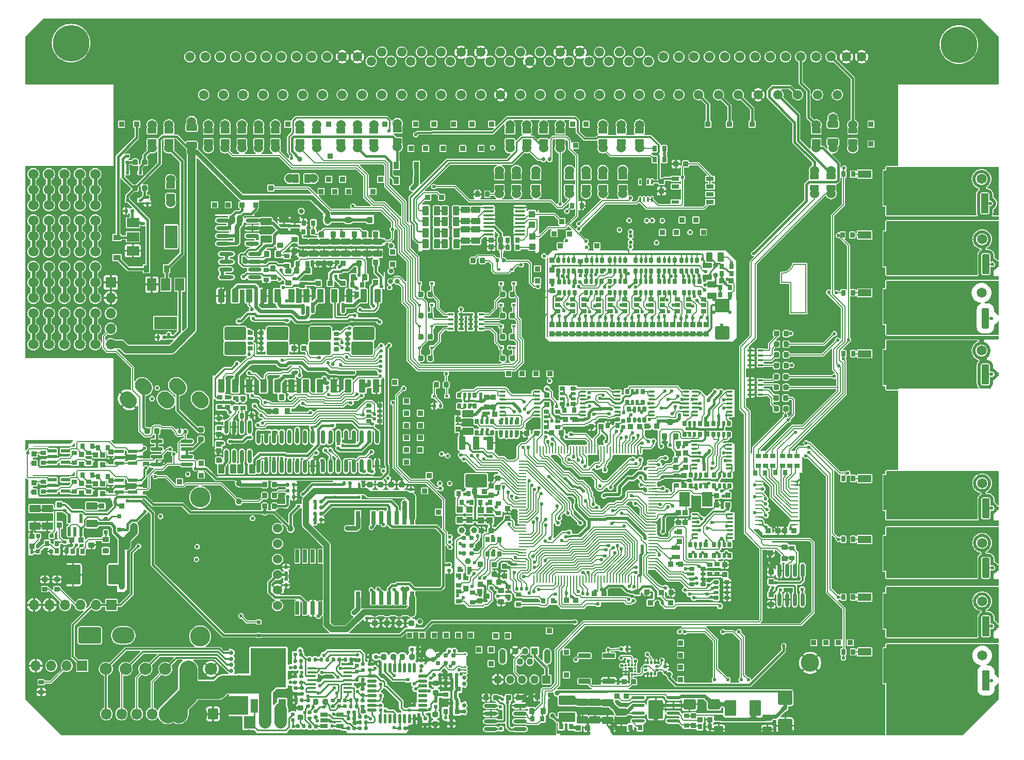
<source format=gtl>
G75*
G70*
%OFA0B0*%
%FSLAX25Y25*%
%IPPOS*%
%LPD*%
%AMOC8*
5,1,8,0,0,1.08239X$1,22.5*
%
%AMM1*
21,1,0.070870,0.036220,0.000000,0.000000,0.000000*
21,1,0.061810,0.045280,0.000000,0.000000,0.000000*
1,1,0.009060,0.030910,-0.018110*
1,1,0.009060,-0.030910,-0.018110*
1,1,0.009060,-0.030910,0.018110*
1,1,0.009060,0.030910,0.018110*
%
%AMM10*
21,1,0.033470,0.026770,0.000000,0.000000,90.000000*
21,1,0.026770,0.033470,0.000000,0.000000,90.000000*
1,1,0.006690,0.013390,0.013390*
1,1,0.006690,0.013390,-0.013390*
1,1,0.006690,-0.013390,-0.013390*
1,1,0.006690,-0.013390,0.013390*
%
%AMM11*
21,1,0.035830,0.026770,0.000000,0.000000,90.000000*
21,1,0.029130,0.033470,0.000000,0.000000,90.000000*
1,1,0.006690,0.013390,0.014570*
1,1,0.006690,0.013390,-0.014570*
1,1,0.006690,-0.013390,-0.014570*
1,1,0.006690,-0.013390,0.014570*
%
%AMM12*
21,1,0.047240,0.015750,0.000000,0.000000,135.000000*
1,1,0.015750,0.016700,-0.016700*
1,1,0.015750,-0.016700,0.016700*
%
%AMM139*
21,1,0.035430,0.030320,-0.000000,-0.000000,0.000000*
21,1,0.028350,0.037400,-0.000000,-0.000000,0.000000*
1,1,0.007090,0.014170,-0.015160*
1,1,0.007090,-0.014170,-0.015160*
1,1,0.007090,-0.014170,0.015160*
1,1,0.007090,0.014170,0.015160*
%
%AMM140*
21,1,0.033470,0.026770,-0.000000,-0.000000,180.000000*
21,1,0.026770,0.033470,-0.000000,-0.000000,180.000000*
1,1,0.006690,-0.013390,0.013390*
1,1,0.006690,0.013390,0.013390*
1,1,0.006690,0.013390,-0.013390*
1,1,0.006690,-0.013390,-0.013390*
%
%AMM141*
21,1,0.027560,0.030710,-0.000000,-0.000000,0.000000*
21,1,0.022050,0.036220,-0.000000,-0.000000,0.000000*
1,1,0.005510,0.011020,-0.015350*
1,1,0.005510,-0.011020,-0.015350*
1,1,0.005510,-0.011020,0.015350*
1,1,0.005510,0.011020,0.015350*
%
%AMM145*
21,1,0.035430,0.030320,0.000000,-0.000000,90.000000*
21,1,0.028350,0.037400,0.000000,-0.000000,90.000000*
1,1,0.007090,0.015160,0.014170*
1,1,0.007090,0.015160,-0.014170*
1,1,0.007090,-0.015160,-0.014170*
1,1,0.007090,-0.015160,0.014170*
%
%AMM146*
21,1,0.033470,0.026770,0.000000,-0.000000,270.000000*
21,1,0.026770,0.033470,0.000000,-0.000000,270.000000*
1,1,0.006690,-0.013390,-0.013390*
1,1,0.006690,-0.013390,0.013390*
1,1,0.006690,0.013390,0.013390*
1,1,0.006690,0.013390,-0.013390*
%
%AMM147*
21,1,0.027560,0.030710,0.000000,-0.000000,90.000000*
21,1,0.022050,0.036220,0.000000,-0.000000,90.000000*
1,1,0.005510,0.015350,0.011020*
1,1,0.005510,0.015350,-0.011020*
1,1,0.005510,-0.015350,-0.011020*
1,1,0.005510,-0.015350,0.011020*
%
%AMM171*
21,1,0.039370,0.049210,-0.000000,-0.000000,270.000000*
21,1,0.031500,0.057090,-0.000000,-0.000000,270.000000*
1,1,0.007870,-0.024610,-0.015750*
1,1,0.007870,-0.024610,0.015750*
1,1,0.007870,0.024610,0.015750*
1,1,0.007870,0.024610,-0.015750*
%
%AMM172*
21,1,0.106300,0.050390,-0.000000,-0.000000,180.000000*
21,1,0.093700,0.062990,-0.000000,-0.000000,180.000000*
1,1,0.012600,-0.046850,0.025200*
1,1,0.012600,0.046850,0.025200*
1,1,0.012600,0.046850,-0.025200*
1,1,0.012600,-0.046850,-0.025200*
%
%AMM173*
21,1,0.074800,0.083460,-0.000000,-0.000000,0.000000*
21,1,0.059840,0.098430,-0.000000,-0.000000,0.000000*
1,1,0.014960,0.029920,-0.041730*
1,1,0.014960,-0.029920,-0.041730*
1,1,0.014960,-0.029920,0.041730*
1,1,0.014960,0.029920,0.041730*
%
%AMM174*
21,1,0.033470,0.026770,-0.000000,-0.000000,0.000000*
21,1,0.026770,0.033470,-0.000000,-0.000000,0.000000*
1,1,0.006690,0.013390,-0.013390*
1,1,0.006690,-0.013390,-0.013390*
1,1,0.006690,-0.013390,0.013390*
1,1,0.006690,0.013390,0.013390*
%
%AMM175*
21,1,0.033470,0.026770,-0.000000,-0.000000,90.000000*
21,1,0.026770,0.033470,-0.000000,-0.000000,90.000000*
1,1,0.006690,0.013390,0.013390*
1,1,0.006690,0.013390,-0.013390*
1,1,0.006690,-0.013390,-0.013390*
1,1,0.006690,-0.013390,0.013390*
%
%AMM176*
21,1,0.122050,0.075590,-0.000000,-0.000000,90.000000*
21,1,0.103150,0.094490,-0.000000,-0.000000,90.000000*
1,1,0.018900,0.037800,0.051580*
1,1,0.018900,0.037800,-0.051580*
1,1,0.018900,-0.037800,-0.051580*
1,1,0.018900,-0.037800,0.051580*
%
%AMM177*
21,1,0.078740,0.053540,-0.000000,-0.000000,0.000000*
21,1,0.065350,0.066930,-0.000000,-0.000000,0.000000*
1,1,0.013390,0.032680,-0.026770*
1,1,0.013390,-0.032680,-0.026770*
1,1,0.013390,-0.032680,0.026770*
1,1,0.013390,0.032680,0.026770*
%
%AMM178*
21,1,0.070870,0.036220,-0.000000,-0.000000,0.000000*
21,1,0.061810,0.045280,-0.000000,-0.000000,0.000000*
1,1,0.009060,0.030910,-0.018110*
1,1,0.009060,-0.030910,-0.018110*
1,1,0.009060,-0.030910,0.018110*
1,1,0.009060,0.030910,0.018110*
%
%AMM179*
21,1,0.086610,0.073230,-0.000000,-0.000000,270.000000*
21,1,0.069290,0.090550,-0.000000,-0.000000,270.000000*
1,1,0.017320,-0.036610,-0.034650*
1,1,0.017320,-0.036610,0.034650*
1,1,0.017320,0.036610,0.034650*
1,1,0.017320,0.036610,-0.034650*
%
%AMM180*
21,1,0.027560,0.030710,-0.000000,-0.000000,270.000000*
21,1,0.022050,0.036220,-0.000000,-0.000000,270.000000*
1,1,0.005510,-0.015350,-0.011020*
1,1,0.005510,-0.015350,0.011020*
1,1,0.005510,0.015350,0.011020*
1,1,0.005510,0.015350,-0.011020*
%
%AMM195*
21,1,0.039370,0.049210,-0.000000,-0.000000,180.000000*
21,1,0.031500,0.057090,-0.000000,-0.000000,180.000000*
1,1,0.007870,-0.015750,0.024610*
1,1,0.007870,0.015750,0.024610*
1,1,0.007870,0.015750,-0.024610*
1,1,0.007870,-0.015750,-0.024610*
%
%AMM196*
21,1,0.039370,0.035430,-0.000000,-0.000000,90.000000*
21,1,0.031500,0.043310,-0.000000,-0.000000,90.000000*
1,1,0.007870,0.017720,0.015750*
1,1,0.007870,0.017720,-0.015750*
1,1,0.007870,-0.017720,-0.015750*
1,1,0.007870,-0.017720,0.015750*
%
%AMM2*
21,1,0.033470,0.026770,0.000000,0.000000,180.000000*
21,1,0.026770,0.033470,0.000000,0.000000,180.000000*
1,1,0.006690,-0.013390,0.013390*
1,1,0.006690,0.013390,0.013390*
1,1,0.006690,0.013390,-0.013390*
1,1,0.006690,-0.013390,-0.013390*
%
%AMM220*
21,1,0.035430,0.050000,-0.000000,-0.000000,90.000000*
21,1,0.028350,0.057090,-0.000000,-0.000000,90.000000*
1,1,0.007090,0.025000,0.014170*
1,1,0.007090,0.025000,-0.014170*
1,1,0.007090,-0.025000,-0.014170*
1,1,0.007090,-0.025000,0.014170*
%
%AMM221*
21,1,0.086610,0.073230,-0.000000,-0.000000,90.000000*
21,1,0.069290,0.090550,-0.000000,-0.000000,90.000000*
1,1,0.017320,0.036610,0.034650*
1,1,0.017320,0.036610,-0.034650*
1,1,0.017320,-0.036610,-0.034650*
1,1,0.017320,-0.036610,0.034650*
%
%AMM222*
21,1,0.039370,0.049210,-0.000000,-0.000000,0.000000*
21,1,0.031500,0.057090,-0.000000,-0.000000,0.000000*
1,1,0.007870,0.015750,-0.024610*
1,1,0.007870,-0.015750,-0.024610*
1,1,0.007870,-0.015750,0.024610*
1,1,0.007870,0.015750,0.024610*
%
%AMM223*
21,1,0.023620,0.030710,-0.000000,-0.000000,270.000000*
21,1,0.018900,0.035430,-0.000000,-0.000000,270.000000*
1,1,0.004720,-0.015350,-0.009450*
1,1,0.004720,-0.015350,0.009450*
1,1,0.004720,0.015350,0.009450*
1,1,0.004720,0.015350,-0.009450*
%
%AMM224*
21,1,0.025590,0.026380,-0.000000,-0.000000,180.000000*
21,1,0.020470,0.031500,-0.000000,-0.000000,180.000000*
1,1,0.005120,-0.010240,0.013190*
1,1,0.005120,0.010240,0.013190*
1,1,0.005120,0.010240,-0.013190*
1,1,0.005120,-0.010240,-0.013190*
%
%AMM225*
21,1,0.017720,0.027950,-0.000000,-0.000000,180.000000*
21,1,0.014170,0.031500,-0.000000,-0.000000,180.000000*
1,1,0.003540,-0.007090,0.013980*
1,1,0.003540,0.007090,0.013980*
1,1,0.003540,0.007090,-0.013980*
1,1,0.003540,-0.007090,-0.013980*
%
%AMM226*
21,1,0.027560,0.030710,-0.000000,-0.000000,180.000000*
21,1,0.022050,0.036220,-0.000000,-0.000000,180.000000*
1,1,0.005510,-0.011020,0.015350*
1,1,0.005510,0.011020,0.015350*
1,1,0.005510,0.011020,-0.015350*
1,1,0.005510,-0.011020,-0.015350*
%
%AMM227*
21,1,0.007870,0.503940,-0.000000,-0.000000,0.000000*
21,1,0.000000,0.511810,-0.000000,-0.000000,0.000000*
1,1,0.007870,-0.000000,-0.251970*
1,1,0.007870,-0.000000,-0.251970*
1,1,0.007870,-0.000000,0.251970*
1,1,0.007870,-0.000000,0.251970*
%
%AMM228*
21,1,0.009840,0.919290,-0.000000,-0.000000,90.000000*
21,1,0.000000,0.929130,-0.000000,-0.000000,90.000000*
1,1,0.009840,0.459650,-0.000000*
1,1,0.009840,0.459650,-0.000000*
1,1,0.009840,-0.459650,-0.000000*
1,1,0.009840,-0.459650,-0.000000*
%
%AMM229*
21,1,0.007870,0.041340,-0.000000,-0.000000,180.000000*
21,1,0.000000,0.049210,-0.000000,-0.000000,180.000000*
1,1,0.007870,-0.000000,0.020670*
1,1,0.007870,-0.000000,0.020670*
1,1,0.007870,-0.000000,-0.020670*
1,1,0.007870,-0.000000,-0.020670*
%
%AMM26*
21,1,0.027560,0.030710,0.000000,0.000000,180.000000*
21,1,0.022050,0.036220,0.000000,0.000000,180.000000*
1,1,0.005510,-0.011020,0.015350*
1,1,0.005510,0.011020,0.015350*
1,1,0.005510,0.011020,-0.015350*
1,1,0.005510,-0.011020,-0.015350*
%
%AMM263*
21,1,0.035430,0.030320,-0.000000,-0.000000,90.000000*
21,1,0.028350,0.037400,-0.000000,-0.000000,90.000000*
1,1,0.007090,0.015160,0.014170*
1,1,0.007090,0.015160,-0.014170*
1,1,0.007090,-0.015160,-0.014170*
1,1,0.007090,-0.015160,0.014170*
%
%AMM264*
21,1,0.035430,0.030320,-0.000000,-0.000000,180.000000*
21,1,0.028350,0.037400,-0.000000,-0.000000,180.000000*
1,1,0.007090,-0.014170,0.015160*
1,1,0.007090,0.014170,0.015160*
1,1,0.007090,0.014170,-0.015160*
1,1,0.007090,-0.014170,-0.015160*
%
%AMM265*
21,1,0.070870,0.036220,-0.000000,-0.000000,180.000000*
21,1,0.061810,0.045280,-0.000000,-0.000000,180.000000*
1,1,0.009060,-0.030910,0.018110*
1,1,0.009060,0.030910,0.018110*
1,1,0.009060,0.030910,-0.018110*
1,1,0.009060,-0.030910,-0.018110*
%
%AMM266*
21,1,0.043310,0.075980,-0.000000,-0.000000,0.000000*
21,1,0.034650,0.084650,-0.000000,-0.000000,0.000000*
1,1,0.008660,0.017320,-0.037990*
1,1,0.008660,-0.017320,-0.037990*
1,1,0.008660,-0.017320,0.037990*
1,1,0.008660,0.017320,0.037990*
%
%AMM267*
21,1,0.043310,0.075990,-0.000000,-0.000000,0.000000*
21,1,0.034650,0.084650,-0.000000,-0.000000,0.000000*
1,1,0.008660,0.017320,-0.037990*
1,1,0.008660,-0.017320,-0.037990*
1,1,0.008660,-0.017320,0.037990*
1,1,0.008660,0.017320,0.037990*
%
%AMM268*
21,1,0.137800,0.067720,-0.000000,-0.000000,0.000000*
21,1,0.120870,0.084650,-0.000000,-0.000000,0.000000*
1,1,0.016930,0.060430,-0.033860*
1,1,0.016930,-0.060430,-0.033860*
1,1,0.016930,-0.060430,0.033860*
1,1,0.016930,0.060430,0.033860*
%
%AMM269*
21,1,0.025590,0.026380,-0.000000,-0.000000,270.000000*
21,1,0.020470,0.031500,-0.000000,-0.000000,270.000000*
1,1,0.005120,-0.013190,-0.010240*
1,1,0.005120,-0.013190,0.010240*
1,1,0.005120,0.013190,0.010240*
1,1,0.005120,0.013190,-0.010240*
%
%AMM270*
21,1,0.017720,0.027950,-0.000000,-0.000000,270.000000*
21,1,0.014170,0.031500,-0.000000,-0.000000,270.000000*
1,1,0.003540,-0.013980,-0.007090*
1,1,0.003540,-0.013980,0.007090*
1,1,0.003540,0.013980,0.007090*
1,1,0.003540,0.013980,-0.007090*
%
%AMM271*
21,1,0.035830,0.026770,-0.000000,-0.000000,270.000000*
21,1,0.029130,0.033470,-0.000000,-0.000000,270.000000*
1,1,0.006690,-0.013390,-0.014570*
1,1,0.006690,-0.013390,0.014570*
1,1,0.006690,0.013390,0.014570*
1,1,0.006690,0.013390,-0.014570*
%
%AMM272*
21,1,0.003940,0.007870,-0.000000,-0.000000,315.000000*
1,1,0.007870,-0.001390,0.001390*
1,1,0.007870,0.001390,-0.001390*
%
%AMM273*
21,1,0.087800,0.007870,-0.000000,-0.000000,225.000000*
1,1,0.007870,0.031040,0.031040*
1,1,0.007870,-0.031040,-0.031040*
%
%AMM274*
21,1,0.031500,0.007870,-0.000000,-0.000000,135.000000*
1,1,0.007870,0.011140,-0.011140*
1,1,0.007870,-0.011140,0.011140*
%
%AMM288*
21,1,0.027560,0.030710,-0.000000,-0.000000,90.000000*
21,1,0.022050,0.036220,-0.000000,-0.000000,90.000000*
1,1,0.005510,0.015350,0.011020*
1,1,0.005510,0.015350,-0.011020*
1,1,0.005510,-0.015350,-0.011020*
1,1,0.005510,-0.015350,0.011020*
%
%AMM289*
21,1,0.015750,0.009840,-0.000000,-0.000000,225.000000*
1,1,0.009840,0.005570,0.005570*
1,1,0.009840,-0.005570,-0.005570*
%
%AMM3*
21,1,0.035430,0.030320,0.000000,0.000000,90.000000*
21,1,0.028350,0.037400,0.000000,0.000000,90.000000*
1,1,0.007090,0.015160,0.014170*
1,1,0.007090,0.015160,-0.014170*
1,1,0.007090,-0.015160,-0.014170*
1,1,0.007090,-0.015160,0.014170*
%
%AMM328*
21,1,0.033470,0.026770,-0.000000,-0.000000,270.000000*
21,1,0.026770,0.033470,-0.000000,-0.000000,270.000000*
1,1,0.006690,-0.013390,-0.013390*
1,1,0.006690,-0.013390,0.013390*
1,1,0.006690,0.013390,0.013390*
1,1,0.006690,0.013390,-0.013390*
%
%AMM329*
21,1,0.023620,0.030710,-0.000000,-0.000000,0.000000*
21,1,0.018900,0.035430,-0.000000,-0.000000,0.000000*
1,1,0.004720,0.009450,-0.015350*
1,1,0.004720,-0.009450,-0.015350*
1,1,0.004720,-0.009450,0.015350*
1,1,0.004720,0.009450,0.015350*
%
%AMM33*
21,1,0.033470,0.026770,0.000000,0.000000,270.000000*
21,1,0.026770,0.033470,0.000000,0.000000,270.000000*
1,1,0.006690,-0.013390,-0.013390*
1,1,0.006690,-0.013390,0.013390*
1,1,0.006690,0.013390,0.013390*
1,1,0.006690,0.013390,-0.013390*
%
%AMM330*
21,1,0.027560,0.018900,-0.000000,-0.000000,0.000000*
21,1,0.022840,0.023620,-0.000000,-0.000000,0.000000*
1,1,0.004720,0.011420,-0.009450*
1,1,0.004720,-0.011420,-0.009450*
1,1,0.004720,-0.011420,0.009450*
1,1,0.004720,0.011420,0.009450*
%
%AMM331*
21,1,0.137800,0.067720,-0.000000,-0.000000,180.000000*
21,1,0.120870,0.084650,-0.000000,-0.000000,180.000000*
1,1,0.016930,-0.060430,0.033860*
1,1,0.016930,0.060430,0.033860*
1,1,0.016930,0.060430,-0.033860*
1,1,0.016930,-0.060430,-0.033860*
%
%AMM332*
21,1,0.043310,0.075980,-0.000000,-0.000000,180.000000*
21,1,0.034650,0.084650,-0.000000,-0.000000,180.000000*
1,1,0.008660,-0.017320,0.037990*
1,1,0.008660,0.017320,0.037990*
1,1,0.008660,0.017320,-0.037990*
1,1,0.008660,-0.017320,-0.037990*
%
%AMM333*
21,1,0.043310,0.075990,-0.000000,-0.000000,180.000000*
21,1,0.034650,0.084650,-0.000000,-0.000000,180.000000*
1,1,0.008660,-0.017320,0.037990*
1,1,0.008660,0.017320,0.037990*
1,1,0.008660,0.017320,-0.037990*
1,1,0.008660,-0.017320,-0.037990*
%
%AMM334*
21,1,0.035830,0.026770,-0.000000,-0.000000,90.000000*
21,1,0.029130,0.033470,-0.000000,-0.000000,90.000000*
1,1,0.006690,0.013390,0.014570*
1,1,0.006690,0.013390,-0.014570*
1,1,0.006690,-0.013390,-0.014570*
1,1,0.006690,-0.013390,0.014570*
%
%AMM335*
21,1,0.025590,0.026380,-0.000000,-0.000000,90.000000*
21,1,0.020470,0.031500,-0.000000,-0.000000,90.000000*
1,1,0.005120,0.013190,0.010240*
1,1,0.005120,0.013190,-0.010240*
1,1,0.005120,-0.013190,-0.010240*
1,1,0.005120,-0.013190,0.010240*
%
%AMM336*
21,1,0.017720,0.027950,-0.000000,-0.000000,90.000000*
21,1,0.014170,0.031500,-0.000000,-0.000000,90.000000*
1,1,0.003540,0.013980,0.007090*
1,1,0.003540,0.013980,-0.007090*
1,1,0.003540,-0.013980,-0.007090*
1,1,0.003540,-0.013980,0.007090*
%
%AMM337*
21,1,0.027560,0.049610,-0.000000,-0.000000,90.000000*
21,1,0.022050,0.055120,-0.000000,-0.000000,90.000000*
1,1,0.005510,0.024800,0.011020*
1,1,0.005510,0.024800,-0.011020*
1,1,0.005510,-0.024800,-0.011020*
1,1,0.005510,-0.024800,0.011020*
%
%AMM338*
21,1,0.035830,0.026770,-0.000000,-0.000000,0.000000*
21,1,0.029130,0.033470,-0.000000,-0.000000,0.000000*
1,1,0.006690,0.014570,-0.013390*
1,1,0.006690,-0.014570,-0.013390*
1,1,0.006690,-0.014570,0.013390*
1,1,0.006690,0.014570,0.013390*
%
%AMM339*
21,1,0.007870,0.029130,-0.000000,-0.000000,45.000000*
21,1,0.000000,0.037010,-0.000000,-0.000000,45.000000*
1,1,0.007870,0.010300,-0.010300*
1,1,0.007870,0.010300,-0.010300*
1,1,0.007870,-0.010300,0.010300*
1,1,0.007870,-0.010300,0.010300*
%
%AMM340*
21,1,0.007870,0.014960,-0.000000,-0.000000,315.000000*
21,1,0.000000,0.022840,-0.000000,-0.000000,315.000000*
1,1,0.007870,-0.005290,-0.005290*
1,1,0.007870,-0.005290,-0.005290*
1,1,0.007870,0.005290,0.005290*
1,1,0.007870,0.005290,0.005290*
%
%AMM341*
21,1,0.007870,0.013780,-0.000000,-0.000000,225.000000*
21,1,0.000000,0.021650,-0.000000,-0.000000,225.000000*
1,1,0.007870,-0.004870,0.004870*
1,1,0.007870,-0.004870,0.004870*
1,1,0.007870,0.004870,-0.004870*
1,1,0.007870,0.004870,-0.004870*
%
%AMM342*
21,1,0.007870,0.039370,-0.000000,-0.000000,225.000000*
21,1,0.000000,0.047240,-0.000000,-0.000000,225.000000*
1,1,0.007870,-0.013920,0.013920*
1,1,0.007870,-0.013920,0.013920*
1,1,0.007870,0.013920,-0.013920*
1,1,0.007870,0.013920,-0.013920*
%
%AMM343*
21,1,0.007870,0.055120,-0.000000,-0.000000,90.000000*
21,1,0.000000,0.062990,-0.000000,-0.000000,90.000000*
1,1,0.007870,0.027560,-0.000000*
1,1,0.007870,0.027560,-0.000000*
1,1,0.007870,-0.027560,-0.000000*
1,1,0.007870,-0.027560,-0.000000*
%
%AMM344*
21,1,0.007870,0.023620,-0.000000,-0.000000,135.000000*
21,1,0.000000,0.031500,-0.000000,-0.000000,135.000000*
1,1,0.007870,0.008350,0.008350*
1,1,0.007870,0.008350,0.008350*
1,1,0.007870,-0.008350,-0.008350*
1,1,0.007870,-0.008350,-0.008350*
%
%AMM345*
21,1,0.007870,1.704720,-0.000000,-0.000000,90.000000*
21,1,0.000000,1.712600,-0.000000,-0.000000,90.000000*
1,1,0.007870,0.852360,-0.000000*
1,1,0.007870,0.852360,-0.000000*
1,1,0.007870,-0.852360,-0.000000*
1,1,0.007870,-0.852360,-0.000000*
%
%AMM346*
21,1,0.007870,1.405510,-0.000000,-0.000000,0.000000*
21,1,0.000000,1.413390,-0.000000,-0.000000,0.000000*
1,1,0.007870,-0.000000,-0.702760*
1,1,0.007870,-0.000000,-0.702760*
1,1,0.007870,-0.000000,0.702760*
1,1,0.007870,-0.000000,0.702760*
%
%AMM347*
21,1,0.007870,1.787400,-0.000000,-0.000000,90.000000*
21,1,0.000000,1.795280,-0.000000,-0.000000,90.000000*
1,1,0.007870,0.893700,-0.000000*
1,1,0.007870,0.893700,-0.000000*
1,1,0.007870,-0.893700,-0.000000*
1,1,0.007870,-0.893700,-0.000000*
%
%AMM348*
21,1,0.007870,1.416930,-0.000000,-0.000000,0.000000*
21,1,0.000000,1.424800,-0.000000,-0.000000,0.000000*
1,1,0.007870,-0.000000,-0.708470*
1,1,0.007870,-0.000000,-0.708470*
1,1,0.007870,-0.000000,0.708470*
1,1,0.007870,-0.000000,0.708470*
%
%AMM349*
21,1,0.009840,0.017720,-0.000000,-0.000000,0.000000*
21,1,0.000000,0.027560,-0.000000,-0.000000,0.000000*
1,1,0.009840,-0.000000,-0.008860*
1,1,0.009840,-0.000000,-0.008860*
1,1,0.009840,-0.000000,0.008860*
1,1,0.009840,-0.000000,0.008860*
%
%AMM4*
21,1,0.021650,0.052760,0.000000,0.000000,0.000000*
21,1,0.017320,0.057090,0.000000,0.000000,0.000000*
1,1,0.004330,0.008660,-0.026380*
1,1,0.004330,-0.008660,-0.026380*
1,1,0.004330,-0.008660,0.026380*
1,1,0.004330,0.008660,0.026380*
%
%AMM5*
21,1,0.094490,0.111020,0.000000,0.000000,180.000000*
21,1,0.075590,0.129920,0.000000,0.000000,180.000000*
1,1,0.018900,-0.037800,0.055510*
1,1,0.018900,0.037800,0.055510*
1,1,0.018900,0.037800,-0.055510*
1,1,0.018900,-0.037800,-0.055510*
%
%AMM6*
21,1,0.023620,0.018900,0.000000,0.000000,270.000000*
21,1,0.018900,0.023620,0.000000,0.000000,270.000000*
1,1,0.004720,-0.009450,-0.009450*
1,1,0.004720,-0.009450,0.009450*
1,1,0.004720,0.009450,0.009450*
1,1,0.004720,0.009450,-0.009450*
%
%AMM7*
21,1,0.035830,0.026770,0.000000,0.000000,0.000000*
21,1,0.029130,0.033470,0.000000,0.000000,0.000000*
1,1,0.006690,0.014570,-0.013390*
1,1,0.006690,-0.014570,-0.013390*
1,1,0.006690,-0.014570,0.013390*
1,1,0.006690,0.014570,0.013390*
%
%AMM71*
21,1,0.021650,0.052760,0.000000,0.000000,270.000000*
21,1,0.017320,0.057090,0.000000,0.000000,270.000000*
1,1,0.004330,-0.026380,-0.008660*
1,1,0.004330,-0.026380,0.008660*
1,1,0.004330,0.026380,0.008660*
1,1,0.004330,0.026380,-0.008660*
%
%AMM72*
21,1,0.027560,0.030710,0.000000,0.000000,270.000000*
21,1,0.022050,0.036220,0.000000,0.000000,270.000000*
1,1,0.005510,-0.015350,-0.011020*
1,1,0.005510,-0.015350,0.011020*
1,1,0.005510,0.015350,0.011020*
1,1,0.005510,0.015350,-0.011020*
%
%AMM8*
21,1,0.023620,0.018900,0.000000,0.000000,180.000000*
21,1,0.018900,0.023620,0.000000,0.000000,180.000000*
1,1,0.004720,-0.009450,0.009450*
1,1,0.004720,0.009450,0.009450*
1,1,0.004720,0.009450,-0.009450*
1,1,0.004720,-0.009450,-0.009450*
%
%AMM9*
21,1,0.027560,0.030710,0.000000,0.000000,0.000000*
21,1,0.022050,0.036220,0.000000,0.000000,0.000000*
1,1,0.005510,0.011020,-0.015350*
1,1,0.005510,-0.011020,-0.015350*
1,1,0.005510,-0.011020,0.015350*
1,1,0.005510,0.011020,0.015350*
%
%ADD10C,0.00787*%
%ADD100R,0.07874X0.14961*%
%ADD101R,0.01772X0.02362*%
%ADD102R,0.04724X0.03543*%
%ADD103C,0.03150*%
%ADD104C,0.03200*%
%ADD105C,0.01575*%
%ADD106C,0.01181*%
%ADD107C,0.00984*%
%ADD11C,0.23622*%
%ADD12C,0.06102*%
%ADD120C,0.00800*%
%ADD13C,0.06000*%
%ADD14R,0.08661X0.04724*%
%ADD142M1*%
%ADD143M2*%
%ADD144M3*%
%ADD145M4*%
%ADD146M5*%
%ADD147M6*%
%ADD148M7*%
%ADD149M8*%
%ADD15R,0.25197X0.22835*%
%ADD150M9*%
%ADD151M10*%
%ADD152M11*%
%ADD153O,0.03937X0.34429*%
%ADD154O,0.00787X0.36221*%
%ADD155O,0.03937X0.01968*%
%ADD156O,0.00787X0.01968*%
%ADD157M12*%
%ADD158C,0.01968*%
%ADD16R,0.06693X0.06693*%
%ADD17O,0.06693X0.06693*%
%ADD174O,0.08661X0.02362*%
%ADD176M26*%
%ADD177O,0.01968X0.00984*%
%ADD178O,0.00984X0.01968*%
%ADD18R,0.02520X0.08504*%
%ADD185R,0.04724X0.08661*%
%ADD186R,0.22835X0.25197*%
%ADD187R,0.03543X0.03150*%
%ADD188R,0.05709X0.01772*%
%ADD189R,0.04803X0.02559*%
%ADD19C,0.06496*%
%ADD190R,0.03150X0.03543*%
%ADD191C,0.03100*%
%ADD192R,0.07500X0.07874*%
%ADD193O,0.07500X0.07874*%
%ADD194C,0.01969*%
%ADD195C,0.03900*%
%ADD20R,0.02362X0.01772*%
%ADD201M33*%
%ADD202O,0.08661X0.01968*%
%ADD208O,0.01968X0.03937*%
%ADD209O,0.01968X0.11811*%
%ADD21R,0.03346X0.03346*%
%ADD210O,0.01575X0.28347*%
%ADD22R,0.03543X0.04724*%
%ADD222O,0.07087X0.01378*%
%ADD23R,0.05315X0.05315*%
%ADD24O,0.05315X0.05315*%
%ADD249M71*%
%ADD25C,0.11811*%
%ADD250M72*%
%ADD26C,0.06693*%
%ADD260O,0.02362X0.08661*%
%ADD27R,0.03543X0.01575*%
%ADD28C,0.07874*%
%ADD280O,0.04961X0.00984*%
%ADD282O,0.00984X0.40158*%
%ADD286O,0.05118X0.00866*%
%ADD287O,0.00866X0.05118*%
%ADD29C,0.03937*%
%ADD292O,0.04331X0.01181*%
%ADD293R,0.06693X0.09449*%
%ADD30R,0.03150X0.08661*%
%ADD31R,0.08000X0.20000*%
%ADD310R,0.01968X0.01968*%
%ADD32C,0.05118*%
%ADD33R,0.45000X0.30000*%
%ADD34O,0.00787X0.22323*%
%ADD346M139*%
%ADD347M140*%
%ADD348M141*%
%ADD35O,0.43701X0.00787*%
%ADD352M145*%
%ADD353M146*%
%ADD354M147*%
%ADD36O,0.38583X0.01575*%
%ADD37O,0.01969X0.00984*%
%ADD38O,0.00787X0.26772*%
%ADD39O,0.00984X0.01969*%
%ADD399M171*%
%ADD40C,0.02362*%
%ADD400M172*%
%ADD401M173*%
%ADD402M174*%
%ADD403M175*%
%ADD404M176*%
%ADD405M177*%
%ADD406M178*%
%ADD407M179*%
%ADD408M180*%
%ADD41R,0.01378X0.01476*%
%ADD42R,0.01476X0.01378*%
%ADD429M195*%
%ADD43O,0.00787X0.03937*%
%ADD430M196*%
%ADD44O,0.20472X0.00787*%
%ADD45O,0.69291X0.00787*%
%ADD454M220*%
%ADD455M221*%
%ADD456M222*%
%ADD457M223*%
%ADD458M224*%
%ADD459M225*%
%ADD46O,0.50394X0.00787*%
%ADD460M226*%
%ADD461M227*%
%ADD462M228*%
%ADD463M229*%
%ADD47O,0.14567X0.10630*%
%ADD48C,0.02756*%
%ADD49R,0.00984X0.11811*%
%ADD50R,0.00984X0.12205*%
%ADD51R,0.00984X0.08858*%
%ADD512M263*%
%ADD513M264*%
%ADD514M265*%
%ADD515M266*%
%ADD516M267*%
%ADD517M268*%
%ADD518M269*%
%ADD519M270*%
%ADD52R,0.00984X0.05709*%
%ADD520M271*%
%ADD521M272*%
%ADD522M273*%
%ADD523M274*%
%ADD53R,1.54528X0.00984*%
%ADD54R,0.00984X0.11614*%
%ADD541M288*%
%ADD542M289*%
%ADD55R,0.00984X0.03740*%
%ADD56O,0.01575X0.28346*%
%ADD57O,1.18110X0.01575*%
%ADD58O,0.19685X0.01575*%
%ADD585M328*%
%ADD586M329*%
%ADD587M330*%
%ADD588M331*%
%ADD589M332*%
%ADD59O,0.03937X0.01969*%
%ADD590M333*%
%ADD591M334*%
%ADD592M335*%
%ADD593M336*%
%ADD594M337*%
%ADD595M338*%
%ADD596M339*%
%ADD597M340*%
%ADD598M341*%
%ADD599M342*%
%ADD60O,0.00787X0.12205*%
%ADD600M343*%
%ADD601M344*%
%ADD602M345*%
%ADD603M346*%
%ADD604M347*%
%ADD605M348*%
%ADD606M349*%
%ADD61O,0.01969X0.11811*%
%ADD62O,1.39370X0.01575*%
%ADD63O,0.06693X0.07283*%
%ADD64R,0.05157X0.02559*%
%ADD65R,0.05157X0.02362*%
%ADD66R,0.05217X0.05906*%
%ADD67R,0.04331X0.04331*%
%ADD68C,0.04331*%
%ADD69O,0.04331X0.09449*%
%ADD70C,0.13000*%
%ADD71O,0.00787X0.14173*%
%ADD72O,0.00787X0.16732*%
%ADD73O,0.00787X0.56693*%
%ADD74O,0.00787X0.34744*%
%ADD75O,0.06693X0.00787*%
%ADD76O,1.01181X0.00787*%
%ADD77O,0.44587X0.00787*%
%ADD78O,0.00787X1.01772*%
%ADD79O,0.00787X0.16339*%
%ADD80O,0.03937X0.05906*%
%ADD81O,0.03150X0.02362*%
%ADD82R,0.09449X0.06299*%
%ADD83O,0.03937X0.34428*%
%ADD84O,0.00787X0.36220*%
%ADD85O,0.00787X0.01969*%
%ADD86O,0.25591X0.00787*%
%ADD87O,0.01575X0.21260*%
%ADD88O,0.54331X0.00787*%
%ADD89O,0.35433X0.01575*%
%ADD90O,0.00984X0.40157*%
%ADD91O,0.22835X0.00984*%
%ADD92O,0.00787X0.01575*%
%ADD93R,0.05906X0.07874*%
%ADD94R,0.14961X0.07874*%
%ADD95O,0.22323X0.00787*%
%ADD96O,0.00787X0.43701*%
%ADD97O,0.01575X0.38583*%
%ADD98O,0.26772X0.00787*%
%ADD99R,0.07874X0.05906*%
X0000000Y0000000D02*
%LPD*%
G01*
D10*
X0489101Y0293427D02*
X0489101Y0299333D01*
X0489101Y0293427D02*
X0495006Y0293427D01*
X0495006Y0293427D02*
X0495006Y0273742D01*
X0495006Y0273742D02*
X0504849Y0273742D01*
X0504849Y0305238D02*
X0496975Y0305238D01*
X0504849Y0273742D02*
X0504849Y0305238D01*
X0496975Y0305238D02*
G75*
G02*
X0489101Y0299333I-007565J0001885D01*
G01*
D11*
X0030050Y0448253D03*
X0603711Y0447268D03*
D12*
X0106861Y0439394D03*
X0126546Y0439394D03*
X0146231Y0439394D03*
X0165916Y0439394D03*
X0185601Y0439394D03*
X0205286Y0439394D03*
X0223987Y0436442D03*
X0236782Y0436442D03*
X0249577Y0436442D03*
X0262373Y0436442D03*
X0275168Y0436442D03*
X0287963Y0436442D03*
X0300758Y0436442D03*
X0313554Y0436442D03*
X0326349Y0436442D03*
X0339144Y0436442D03*
X0351940Y0436442D03*
X0364735Y0436442D03*
X0377530Y0436442D03*
X0390325Y0436442D03*
X0403121Y0436442D03*
X0422806Y0439394D03*
X0442491Y0439394D03*
X0462176Y0439394D03*
X0481861Y0439394D03*
X0501546Y0439394D03*
X0521231Y0439394D03*
X0540916Y0439394D03*
X0116703Y0439394D03*
X0136388Y0439394D03*
X0156073Y0439394D03*
X0175758Y0439394D03*
X0195444Y0439394D03*
X0215129Y0439394D03*
X0230877Y0442347D03*
X0243672Y0442347D03*
X0256467Y0442347D03*
X0269262Y0442347D03*
X0282058Y0442347D03*
X0294853Y0442347D03*
X0307648Y0442347D03*
X0320444Y0442347D03*
X0333239Y0442347D03*
X0346034Y0442347D03*
X0358829Y0442347D03*
X0371625Y0442347D03*
X0384420Y0442347D03*
X0397215Y0442347D03*
X0412963Y0439394D03*
X0432648Y0439394D03*
X0452333Y0439394D03*
X0472018Y0439394D03*
X0491703Y0439394D03*
X0511388Y0439394D03*
X0531073Y0439394D03*
X0115719Y0414788D03*
X0128514Y0414788D03*
X0141310Y0414788D03*
X0154105Y0414788D03*
X0166900Y0414788D03*
X0179695Y0414788D03*
X0192491Y0414788D03*
X0205286Y0414788D03*
X0218081Y0414788D03*
X0230877Y0414788D03*
X0243672Y0414788D03*
X0256467Y0414788D03*
X0269262Y0414788D03*
X0282058Y0414788D03*
X0294853Y0414788D03*
X0307648Y0414788D03*
X0320444Y0414788D03*
X0333239Y0414788D03*
X0346034Y0414788D03*
X0358829Y0414788D03*
X0371625Y0414788D03*
X0384420Y0414788D03*
X0397215Y0414788D03*
X0410010Y0414788D03*
X0422806Y0414788D03*
X0435601Y0414788D03*
X0448396Y0414788D03*
X0461192Y0414788D03*
X0473987Y0414788D03*
X0486782Y0414788D03*
X0499577Y0414788D03*
X0512373Y0414788D03*
X0525168Y0414788D03*
D13*
X0082387Y0395385D03*
G36*
G01*
X0079926Y0393593D02*
X0084847Y0393593D01*
G75*
G02*
X0085241Y0393200I0000000J-000394D01*
G01*
X0085241Y0390050D01*
G75*
G02*
X0084847Y0389656I-000394J0000000D01*
G01*
X0079926Y0389656D01*
G75*
G02*
X0079532Y0390050I0000000J0000394D01*
G01*
X0079532Y0393200D01*
G75*
G02*
X0079926Y0393593I0000394J0000000D01*
G01*
G37*
G36*
G01*
X0079926Y0386113D02*
X0084847Y0386113D01*
G75*
G02*
X0085241Y0385719I0000000J-000394D01*
G01*
X0085241Y0382570D01*
G75*
G02*
X0084847Y0382176I-000394J0000000D01*
G01*
X0079926Y0382176D01*
G75*
G02*
X0079532Y0382570I0000000J0000394D01*
G01*
X0079532Y0385719D01*
G75*
G02*
X0079926Y0386113I0000394J0000000D01*
G01*
G37*
X0082387Y0380385D03*
X0118804Y0395385D03*
G36*
G01*
X0116344Y0393593D02*
X0121265Y0393593D01*
G75*
G02*
X0121658Y0393200I0000000J-000394D01*
G01*
X0121658Y0390050D01*
G75*
G02*
X0121265Y0389656I-000394J0000000D01*
G01*
X0116344Y0389656D01*
G75*
G02*
X0115950Y0390050I0000000J0000394D01*
G01*
X0115950Y0393200D01*
G75*
G02*
X0116344Y0393593I0000394J0000000D01*
G01*
G37*
G36*
G01*
X0116344Y0386113D02*
X0121265Y0386113D01*
G75*
G02*
X0121658Y0385719I0000000J-000394D01*
G01*
X0121658Y0382570D01*
G75*
G02*
X0121265Y0382176I-000394J0000000D01*
G01*
X0116344Y0382176D01*
G75*
G02*
X0115950Y0382570I0000000J0000394D01*
G01*
X0115950Y0385719D01*
G75*
G02*
X0116344Y0386113I0000394J0000000D01*
G01*
G37*
X0118804Y0380385D03*
X0140458Y0395385D03*
G36*
G01*
X0137997Y0393593D02*
X0142918Y0393593D01*
G75*
G02*
X0143312Y0393200I0000000J-000394D01*
G01*
X0143312Y0390050D01*
G75*
G02*
X0142918Y0389656I-000394J0000000D01*
G01*
X0137997Y0389656D01*
G75*
G02*
X0137603Y0390050I0000000J0000394D01*
G01*
X0137603Y0393200D01*
G75*
G02*
X0137997Y0393593I0000394J0000000D01*
G01*
G37*
G36*
G01*
X0137997Y0386113D02*
X0142918Y0386113D01*
G75*
G02*
X0143312Y0385719I0000000J-000394D01*
G01*
X0143312Y0382570D01*
G75*
G02*
X0142918Y0382176I-000394J0000000D01*
G01*
X0137997Y0382176D01*
G75*
G02*
X0137603Y0382570I0000000J0000394D01*
G01*
X0137603Y0385719D01*
G75*
G02*
X0137997Y0386113I0000394J0000000D01*
G01*
G37*
X0140458Y0380385D03*
X0177859Y0395385D03*
G36*
G01*
X0175399Y0393593D02*
X0180320Y0393593D01*
G75*
G02*
X0180714Y0393200I0000000J-000394D01*
G01*
X0180714Y0390050D01*
G75*
G02*
X0180320Y0389656I-000394J0000000D01*
G01*
X0175399Y0389656D01*
G75*
G02*
X0175005Y0390050I0000000J0000394D01*
G01*
X0175005Y0393200D01*
G75*
G02*
X0175399Y0393593I0000394J0000000D01*
G01*
G37*
G36*
G01*
X0175399Y0386113D02*
X0180320Y0386113D01*
G75*
G02*
X0180714Y0385719I0000000J-000394D01*
G01*
X0180714Y0382570D01*
G75*
G02*
X0180320Y0382176I-000394J0000000D01*
G01*
X0175399Y0382176D01*
G75*
G02*
X0175005Y0382570I0000000J0000394D01*
G01*
X0175005Y0385719D01*
G75*
G02*
X0175399Y0386113I0000394J0000000D01*
G01*
G37*
X0177859Y0380385D03*
X0204434Y0395385D03*
G36*
G01*
X0201973Y0393593D02*
X0206895Y0393593D01*
G75*
G02*
X0207288Y0393200I0000000J-000394D01*
G01*
X0207288Y0390050D01*
G75*
G02*
X0206895Y0389656I-000394J0000000D01*
G01*
X0201973Y0389656D01*
G75*
G02*
X0201580Y0390050I0000000J0000394D01*
G01*
X0201580Y0393200D01*
G75*
G02*
X0201973Y0393593I0000394J0000000D01*
G01*
G37*
G36*
G01*
X0201973Y0386113D02*
X0206895Y0386113D01*
G75*
G02*
X0207288Y0385719I0000000J-000394D01*
G01*
X0207288Y0382570D01*
G75*
G02*
X0206895Y0382176I-000394J0000000D01*
G01*
X0201973Y0382176D01*
G75*
G02*
X0201580Y0382570I0000000J0000394D01*
G01*
X0201580Y0385719D01*
G75*
G02*
X0201973Y0386113I0000394J0000000D01*
G01*
G37*
X0204434Y0380385D03*
X0335340Y0395385D03*
G36*
G01*
X0332879Y0393593D02*
X0337800Y0393593D01*
G75*
G02*
X0338194Y0393200I0000000J-000394D01*
G01*
X0338194Y0390050D01*
G75*
G02*
X0337800Y0389656I-000394J0000000D01*
G01*
X0332879Y0389656D01*
G75*
G02*
X0332485Y0390050I0000000J0000394D01*
G01*
X0332485Y0393200D01*
G75*
G02*
X0332879Y0393593I0000394J0000000D01*
G01*
G37*
G36*
G01*
X0332879Y0386113D02*
X0337800Y0386113D01*
G75*
G02*
X0338194Y0385719I0000000J-000394D01*
G01*
X0338194Y0382570D01*
G75*
G02*
X0337800Y0382176I-000394J0000000D01*
G01*
X0332879Y0382176D01*
G75*
G02*
X0332485Y0382570I0000000J0000394D01*
G01*
X0332485Y0385719D01*
G75*
G02*
X0332879Y0386113I0000394J0000000D01*
G01*
G37*
X0335340Y0380385D03*
X0346166Y0395385D03*
G36*
G01*
X0343706Y0393593D02*
X0348627Y0393593D01*
G75*
G02*
X0349021Y0393200I0000000J-000394D01*
G01*
X0349021Y0390050D01*
G75*
G02*
X0348627Y0389656I-000394J0000000D01*
G01*
X0343706Y0389656D01*
G75*
G02*
X0343312Y0390050I0000000J0000394D01*
G01*
X0343312Y0393200D01*
G75*
G02*
X0343706Y0393593I0000394J0000000D01*
G01*
G37*
G36*
G01*
X0343706Y0386113D02*
X0348627Y0386113D01*
G75*
G02*
X0349021Y0385719I0000000J-000394D01*
G01*
X0349021Y0382570D01*
G75*
G02*
X0348627Y0382176I-000394J0000000D01*
G01*
X0343706Y0382176D01*
G75*
G02*
X0343312Y0382570I0000000J0000394D01*
G01*
X0343312Y0385719D01*
G75*
G02*
X0343706Y0386113I0000394J0000000D01*
G01*
G37*
X0346166Y0380385D03*
X0373725Y0365857D03*
G36*
G01*
X0371265Y0364066D02*
X0376186Y0364066D01*
G75*
G02*
X0376580Y0363672I0000000J-000394D01*
G01*
X0376580Y0360523D01*
G75*
G02*
X0376186Y0360129I-000394J0000000D01*
G01*
X0371265Y0360129D01*
G75*
G02*
X0370871Y0360523I0000000J0000394D01*
G01*
X0370871Y0363672D01*
G75*
G02*
X0371265Y0364066I0000394J0000000D01*
G01*
G37*
G36*
G01*
X0371265Y0356586D02*
X0376186Y0356586D01*
G75*
G02*
X0376580Y0356192I0000000J-000394D01*
G01*
X0376580Y0353042D01*
G75*
G02*
X0376186Y0352649I-000394J0000000D01*
G01*
X0371265Y0352649D01*
G75*
G02*
X0370871Y0353042I0000000J0000394D01*
G01*
X0370871Y0356192D01*
G75*
G02*
X0371265Y0356586I0000394J0000000D01*
G01*
G37*
X0373725Y0350857D03*
X0386521Y0365857D03*
G36*
G01*
X0384060Y0364066D02*
X0388981Y0364066D01*
G75*
G02*
X0389375Y0363672I0000000J-000394D01*
G01*
X0389375Y0360523D01*
G75*
G02*
X0388981Y0360129I-000394J0000000D01*
G01*
X0384060Y0360129D01*
G75*
G02*
X0383666Y0360523I0000000J0000394D01*
G01*
X0383666Y0363672D01*
G75*
G02*
X0384060Y0364066I0000394J0000000D01*
G01*
G37*
G36*
G01*
X0384060Y0356586D02*
X0388981Y0356586D01*
G75*
G02*
X0389375Y0356192I0000000J-000394D01*
G01*
X0389375Y0353042D01*
G75*
G02*
X0388981Y0352649I-000394J0000000D01*
G01*
X0384060Y0352649D01*
G75*
G02*
X0383666Y0353042I0000000J0000394D01*
G01*
X0383666Y0356192D01*
G75*
G02*
X0384060Y0356586I0000394J0000000D01*
G01*
G37*
X0386521Y0350857D03*
X0511521Y0395385D03*
G36*
G01*
X0509060Y0393593D02*
X0513981Y0393593D01*
G75*
G02*
X0514375Y0393200I0000000J-000394D01*
G01*
X0514375Y0390050D01*
G75*
G02*
X0513981Y0389656I-000394J0000000D01*
G01*
X0509060Y0389656D01*
G75*
G02*
X0508666Y0390050I0000000J0000394D01*
G01*
X0508666Y0393200D01*
G75*
G02*
X0509060Y0393593I0000394J0000000D01*
G01*
G37*
G36*
G01*
X0509060Y0386113D02*
X0513981Y0386113D01*
G75*
G02*
X0514375Y0385719I0000000J-000394D01*
G01*
X0514375Y0382570D01*
G75*
G02*
X0513981Y0382176I-000394J0000000D01*
G01*
X0509060Y0382176D01*
G75*
G02*
X0508666Y0382570I0000000J0000394D01*
G01*
X0508666Y0385719D01*
G75*
G02*
X0509060Y0386113I0000394J0000000D01*
G01*
G37*
X0511521Y0380385D03*
X0535143Y0395385D03*
G36*
G01*
X0532682Y0393593D02*
X0537603Y0393593D01*
G75*
G02*
X0537997Y0393200I0000000J-000394D01*
G01*
X0537997Y0390050D01*
G75*
G02*
X0537603Y0389656I-000394J0000000D01*
G01*
X0532682Y0389656D01*
G75*
G02*
X0532288Y0390050I0000000J0000394D01*
G01*
X0532288Y0393200D01*
G75*
G02*
X0532682Y0393593I0000394J0000000D01*
G01*
G37*
G36*
G01*
X0532682Y0386113D02*
X0537603Y0386113D01*
G75*
G02*
X0537997Y0385719I0000000J-000394D01*
G01*
X0537997Y0382570D01*
G75*
G02*
X0537603Y0382176I-000394J0000000D01*
G01*
X0532682Y0382176D01*
G75*
G02*
X0532288Y0382570I0000000J0000394D01*
G01*
X0532288Y0385719D01*
G75*
G02*
X0532682Y0386113I0000394J0000000D01*
G01*
G37*
X0535143Y0380385D03*
X0093214Y0395385D03*
G36*
G01*
X0090753Y0393593D02*
X0095674Y0393593D01*
G75*
G02*
X0096068Y0393200I0000000J-000394D01*
G01*
X0096068Y0390050D01*
G75*
G02*
X0095674Y0389656I-000394J0000000D01*
G01*
X0090753Y0389656D01*
G75*
G02*
X0090359Y0390050I0000000J0000394D01*
G01*
X0090359Y0393200D01*
G75*
G02*
X0090753Y0393593I0000394J0000000D01*
G01*
G37*
G36*
G01*
X0090753Y0386113D02*
X0095674Y0386113D01*
G75*
G02*
X0096068Y0385719I0000000J-000394D01*
G01*
X0096068Y0382570D01*
G75*
G02*
X0095674Y0382176I-000394J0000000D01*
G01*
X0090753Y0382176D01*
G75*
G02*
X0090359Y0382570I0000000J0000394D01*
G01*
X0090359Y0385719D01*
G75*
G02*
X0090753Y0386113I0000394J0000000D01*
G01*
G37*
X0093214Y0380385D03*
X0129631Y0395385D03*
G36*
G01*
X0127170Y0393593D02*
X0132092Y0393593D01*
G75*
G02*
X0132485Y0393200I0000000J-000394D01*
G01*
X0132485Y0390050D01*
G75*
G02*
X0132092Y0389656I-000394J0000000D01*
G01*
X0127170Y0389656D01*
G75*
G02*
X0126777Y0390050I0000000J0000394D01*
G01*
X0126777Y0393200D01*
G75*
G02*
X0127170Y0393593I0000394J0000000D01*
G01*
G37*
G36*
G01*
X0127170Y0386113D02*
X0132092Y0386113D01*
G75*
G02*
X0132485Y0385719I0000000J-000394D01*
G01*
X0132485Y0382570D01*
G75*
G02*
X0132092Y0382176I-000394J0000000D01*
G01*
X0127170Y0382176D01*
G75*
G02*
X0126777Y0382570I0000000J0000394D01*
G01*
X0126777Y0385719D01*
G75*
G02*
X0127170Y0386113I0000394J0000000D01*
G01*
G37*
X0129631Y0380385D03*
X0162111Y0395385D03*
G36*
G01*
X0159651Y0393593D02*
X0164572Y0393593D01*
G75*
G02*
X0164966Y0393200I0000000J-000394D01*
G01*
X0164966Y0390050D01*
G75*
G02*
X0164572Y0389656I-000394J0000000D01*
G01*
X0159651Y0389656D01*
G75*
G02*
X0159257Y0390050I0000000J0000394D01*
G01*
X0159257Y0393200D01*
G75*
G02*
X0159651Y0393593I0000394J0000000D01*
G01*
G37*
G36*
G01*
X0159651Y0386113D02*
X0164572Y0386113D01*
G75*
G02*
X0164966Y0385719I0000000J-000394D01*
G01*
X0164966Y0382570D01*
G75*
G02*
X0164572Y0382176I-000394J0000000D01*
G01*
X0159651Y0382176D01*
G75*
G02*
X0159257Y0382570I0000000J0000394D01*
G01*
X0159257Y0385719D01*
G75*
G02*
X0159651Y0386113I0000394J0000000D01*
G01*
G37*
X0162111Y0380385D03*
X0188686Y0395385D03*
G36*
G01*
X0186225Y0393593D02*
X0191147Y0393593D01*
G75*
G02*
X0191540Y0393200I0000000J-000394D01*
G01*
X0191540Y0390050D01*
G75*
G02*
X0191147Y0389656I-000394J0000000D01*
G01*
X0186225Y0389656D01*
G75*
G02*
X0185832Y0390050I0000000J0000394D01*
G01*
X0185832Y0393200D01*
G75*
G02*
X0186225Y0393593I0000394J0000000D01*
G01*
G37*
G36*
G01*
X0186225Y0386113D02*
X0191147Y0386113D01*
G75*
G02*
X0191540Y0385719I0000000J-000394D01*
G01*
X0191540Y0382570D01*
G75*
G02*
X0191147Y0382176I-000394J0000000D01*
G01*
X0186225Y0382176D01*
G75*
G02*
X0185832Y0382570I0000000J0000394D01*
G01*
X0185832Y0385719D01*
G75*
G02*
X0186225Y0386113I0000394J0000000D01*
G01*
G37*
X0188686Y0380385D03*
X0225694Y0395385D03*
G36*
G01*
X0223233Y0393593D02*
X0228155Y0393593D01*
G75*
G02*
X0228548Y0393200I0000000J-000394D01*
G01*
X0228548Y0390050D01*
G75*
G02*
X0228155Y0389656I-000394J0000000D01*
G01*
X0223233Y0389656D01*
G75*
G02*
X0222840Y0390050I0000000J0000394D01*
G01*
X0222840Y0393200D01*
G75*
G02*
X0223233Y0393593I0000394J0000000D01*
G01*
G37*
G36*
G01*
X0223233Y0386113D02*
X0228155Y0386113D01*
G75*
G02*
X0228548Y0385719I0000000J-000394D01*
G01*
X0228548Y0382570D01*
G75*
G02*
X0228155Y0382176I-000394J0000000D01*
G01*
X0223233Y0382176D01*
G75*
G02*
X0222840Y0382570I0000000J0000394D01*
G01*
X0222840Y0385719D01*
G75*
G02*
X0223233Y0386113I0000394J0000000D01*
G01*
G37*
X0225694Y0380385D03*
X0306796Y0365857D03*
G36*
G01*
X0304336Y0364066D02*
X0309257Y0364066D01*
G75*
G02*
X0309651Y0363672I0000000J-000394D01*
G01*
X0309651Y0360523D01*
G75*
G02*
X0309257Y0360129I-000394J0000000D01*
G01*
X0304336Y0360129D01*
G75*
G02*
X0303942Y0360523I0000000J0000394D01*
G01*
X0303942Y0363672D01*
G75*
G02*
X0304336Y0364066I0000394J0000000D01*
G01*
G37*
G36*
G01*
X0304336Y0356586D02*
X0309257Y0356586D01*
G75*
G02*
X0309651Y0356192I0000000J-000394D01*
G01*
X0309651Y0353042D01*
G75*
G02*
X0309257Y0352649I-000394J0000000D01*
G01*
X0304336Y0352649D01*
G75*
G02*
X0303942Y0353042I0000000J0000394D01*
G01*
X0303942Y0356192D01*
G75*
G02*
X0304336Y0356586I0000394J0000000D01*
G01*
G37*
X0306796Y0350857D03*
X0317820Y0365857D03*
G36*
G01*
X0315359Y0364066D02*
X0320281Y0364066D01*
G75*
G02*
X0320674Y0363672I0000000J-000394D01*
G01*
X0320674Y0360523D01*
G75*
G02*
X0320281Y0360129I-000394J0000000D01*
G01*
X0315359Y0360129D01*
G75*
G02*
X0314966Y0360523I0000000J0000394D01*
G01*
X0314966Y0363672D01*
G75*
G02*
X0315359Y0364066I0000394J0000000D01*
G01*
G37*
G36*
G01*
X0315359Y0356586D02*
X0320281Y0356586D01*
G75*
G02*
X0320674Y0356192I0000000J-000394D01*
G01*
X0320674Y0353042D01*
G75*
G02*
X0320281Y0352649I-000394J0000000D01*
G01*
X0315359Y0352649D01*
G75*
G02*
X0314966Y0353042I0000000J0000394D01*
G01*
X0314966Y0356192D01*
G75*
G02*
X0315359Y0356586I0000394J0000000D01*
G01*
G37*
X0317820Y0350857D03*
X0324513Y0395385D03*
G36*
G01*
X0322052Y0393593D02*
X0326973Y0393593D01*
G75*
G02*
X0327367Y0393200I0000000J-000394D01*
G01*
X0327367Y0390050D01*
G75*
G02*
X0326973Y0389656I-000394J0000000D01*
G01*
X0322052Y0389656D01*
G75*
G02*
X0321658Y0390050I0000000J0000394D01*
G01*
X0321658Y0393200D01*
G75*
G02*
X0322052Y0393593I0000394J0000000D01*
G01*
G37*
G36*
G01*
X0322052Y0386113D02*
X0326973Y0386113D01*
G75*
G02*
X0327367Y0385719I0000000J-000394D01*
G01*
X0327367Y0382570D01*
G75*
G02*
X0326973Y0382176I-000394J0000000D01*
G01*
X0322052Y0382176D01*
G75*
G02*
X0321658Y0382570I0000000J0000394D01*
G01*
X0321658Y0385719D01*
G75*
G02*
X0322052Y0386113I0000394J0000000D01*
G01*
G37*
X0324513Y0380385D03*
X0352072Y0365857D03*
G36*
G01*
X0349611Y0364066D02*
X0354532Y0364066D01*
G75*
G02*
X0354926Y0363672I0000000J-000394D01*
G01*
X0354926Y0360523D01*
G75*
G02*
X0354532Y0360129I-000394J0000000D01*
G01*
X0349611Y0360129D01*
G75*
G02*
X0349218Y0360523I0000000J0000394D01*
G01*
X0349218Y0363672D01*
G75*
G02*
X0349611Y0364066I0000394J0000000D01*
G01*
G37*
G36*
G01*
X0349611Y0356586D02*
X0354532Y0356586D01*
G75*
G02*
X0354926Y0356192I0000000J-000394D01*
G01*
X0354926Y0353042D01*
G75*
G02*
X0354532Y0352649I-000394J0000000D01*
G01*
X0349611Y0352649D01*
G75*
G02*
X0349218Y0353042I0000000J0000394D01*
G01*
X0349218Y0356192D01*
G75*
G02*
X0349611Y0356586I0000394J0000000D01*
G01*
G37*
X0352072Y0350857D03*
X0362899Y0365857D03*
G36*
G01*
X0360438Y0364066D02*
X0365359Y0364066D01*
G75*
G02*
X0365753Y0363672I0000000J-000394D01*
G01*
X0365753Y0360523D01*
G75*
G02*
X0365359Y0360129I-000394J0000000D01*
G01*
X0360438Y0360129D01*
G75*
G02*
X0360044Y0360523I0000000J0000394D01*
G01*
X0360044Y0363672D01*
G75*
G02*
X0360438Y0364066I0000394J0000000D01*
G01*
G37*
G36*
G01*
X0360438Y0356586D02*
X0365359Y0356586D01*
G75*
G02*
X0365753Y0356192I0000000J-000394D01*
G01*
X0365753Y0353042D01*
G75*
G02*
X0365359Y0352649I-000394J0000000D01*
G01*
X0360438Y0352649D01*
G75*
G02*
X0360044Y0353042I0000000J0000394D01*
G01*
X0360044Y0356192D01*
G75*
G02*
X0360438Y0356586I0000394J0000000D01*
G01*
G37*
X0362899Y0350857D03*
X0522347Y0399696D03*
G36*
G01*
X0518804Y0394401D02*
X0518804Y0397117D01*
G75*
G02*
X0519710Y0398023I0000906J0000000D01*
G01*
X0524985Y0398023D01*
G75*
G02*
X0525891Y0397117I0000000J-000906D01*
G01*
X0525891Y0394401D01*
G75*
G02*
X0524985Y0393495I-000906J0000000D01*
G01*
X0519710Y0393495D01*
G75*
G02*
X0518804Y0394401I0000000J0000906D01*
G01*
G37*
G36*
G01*
X0518804Y0382983D02*
X0518804Y0385700D01*
G75*
G02*
X0519710Y0386605I0000906J0000000D01*
G01*
X0524985Y0386605D01*
G75*
G02*
X0525891Y0385700I0000000J-000906D01*
G01*
X0525891Y0382983D01*
G75*
G02*
X0524985Y0382078I-000906J0000000D01*
G01*
X0519710Y0382078D01*
G75*
G02*
X0518804Y0382983I0000000J0000906D01*
G01*
G37*
X0522347Y0380405D03*
X0107977Y0397530D03*
G36*
G01*
X0104434Y0392235D02*
X0104434Y0394952D01*
G75*
G02*
X0105340Y0395857I0000906J0000000D01*
G01*
X0110615Y0395857D01*
G75*
G02*
X0111521Y0394952I0000000J-000906D01*
G01*
X0111521Y0392235D01*
G75*
G02*
X0110615Y0391330I-000906J0000000D01*
G01*
X0105340Y0391330D01*
G75*
G02*
X0104434Y0392235I0000000J0000906D01*
G01*
G37*
G36*
G01*
X0104434Y0380818D02*
X0104434Y0383534D01*
G75*
G02*
X0105340Y0384440I0000906J0000000D01*
G01*
X0110615Y0384440D01*
G75*
G02*
X0111521Y0383534I0000000J-000906D01*
G01*
X0111521Y0380818D01*
G75*
G02*
X0110615Y0379912I-000906J0000000D01*
G01*
X0105340Y0379912D01*
G75*
G02*
X0104434Y0380818I0000000J0000906D01*
G01*
G37*
X0107977Y0378239D03*
X0330418Y0365857D03*
G36*
G01*
X0327958Y0364066D02*
X0332879Y0364066D01*
G75*
G02*
X0333273Y0363672I0000000J-000394D01*
G01*
X0333273Y0360523D01*
G75*
G02*
X0332879Y0360129I-000394J0000000D01*
G01*
X0327958Y0360129D01*
G75*
G02*
X0327564Y0360523I0000000J0000394D01*
G01*
X0327564Y0363672D01*
G75*
G02*
X0327958Y0364066I0000394J0000000D01*
G01*
G37*
G36*
G01*
X0327958Y0356586D02*
X0332879Y0356586D01*
G75*
G02*
X0333273Y0356192I0000000J-000394D01*
G01*
X0333273Y0353042D01*
G75*
G02*
X0332879Y0352649I-000394J0000000D01*
G01*
X0327958Y0352649D01*
G75*
G02*
X0327564Y0353042I0000000J0000394D01*
G01*
X0327564Y0356192D01*
G75*
G02*
X0327958Y0356586I0000394J0000000D01*
G01*
G37*
X0330418Y0350857D03*
X0373725Y0395385D03*
G36*
G01*
X0371265Y0393593D02*
X0376186Y0393593D01*
G75*
G02*
X0376580Y0393200I0000000J-000394D01*
G01*
X0376580Y0390050D01*
G75*
G02*
X0376186Y0389656I-000394J0000000D01*
G01*
X0371265Y0389656D01*
G75*
G02*
X0370871Y0390050I0000000J0000394D01*
G01*
X0370871Y0393200D01*
G75*
G02*
X0371265Y0393593I0000394J0000000D01*
G01*
G37*
G36*
G01*
X0371265Y0386113D02*
X0376186Y0386113D01*
G75*
G02*
X0376580Y0385719I0000000J-000394D01*
G01*
X0376580Y0382570D01*
G75*
G02*
X0376186Y0382176I-000394J0000000D01*
G01*
X0371265Y0382176D01*
G75*
G02*
X0370871Y0382570I0000000J0000394D01*
G01*
X0370871Y0385719D01*
G75*
G02*
X0371265Y0386113I0000394J0000000D01*
G01*
G37*
X0373725Y0380385D03*
X0397347Y0395385D03*
G36*
G01*
X0394887Y0393593D02*
X0399808Y0393593D01*
G75*
G02*
X0400202Y0393200I0000000J-000394D01*
G01*
X0400202Y0390050D01*
G75*
G02*
X0399808Y0389656I-000394J0000000D01*
G01*
X0394887Y0389656D01*
G75*
G02*
X0394493Y0390050I0000000J0000394D01*
G01*
X0394493Y0393200D01*
G75*
G02*
X0394887Y0393593I0000394J0000000D01*
G01*
G37*
G36*
G01*
X0394887Y0386113D02*
X0399808Y0386113D01*
G75*
G02*
X0400202Y0385719I0000000J-000394D01*
G01*
X0400202Y0382570D01*
G75*
G02*
X0399808Y0382176I-000394J0000000D01*
G01*
X0394887Y0382176D01*
G75*
G02*
X0394493Y0382570I0000000J0000394D01*
G01*
X0394493Y0385719D01*
G75*
G02*
X0394887Y0386113I0000394J0000000D01*
G01*
G37*
X0397347Y0380385D03*
X0521166Y0365857D03*
G36*
G01*
X0518706Y0364066D02*
X0523627Y0364066D01*
G75*
G02*
X0524021Y0363672I0000000J-000394D01*
G01*
X0524021Y0360523D01*
G75*
G02*
X0523627Y0360129I-000394J0000000D01*
G01*
X0518706Y0360129D01*
G75*
G02*
X0518312Y0360523I0000000J0000394D01*
G01*
X0518312Y0363672D01*
G75*
G02*
X0518706Y0364066I0000394J0000000D01*
G01*
G37*
G36*
G01*
X0518706Y0356586D02*
X0523627Y0356586D01*
G75*
G02*
X0524021Y0356192I0000000J-000394D01*
G01*
X0524021Y0353042D01*
G75*
G02*
X0523627Y0352649I-000394J0000000D01*
G01*
X0518706Y0352649D01*
G75*
G02*
X0518312Y0353042I0000000J0000394D01*
G01*
X0518312Y0356192D01*
G75*
G02*
X0518706Y0356586I0000394J0000000D01*
G01*
G37*
X0521166Y0350857D03*
X0510340Y0365857D03*
G36*
G01*
X0507879Y0364066D02*
X0512800Y0364066D01*
G75*
G02*
X0513194Y0363672I0000000J-000394D01*
G01*
X0513194Y0360523D01*
G75*
G02*
X0512800Y0360129I-000394J0000000D01*
G01*
X0507879Y0360129D01*
G75*
G02*
X0507485Y0360523I0000000J0000394D01*
G01*
X0507485Y0363672D01*
G75*
G02*
X0507879Y0364066I0000394J0000000D01*
G01*
G37*
G36*
G01*
X0507879Y0356586D02*
X0512800Y0356586D01*
G75*
G02*
X0513194Y0356192I0000000J-000394D01*
G01*
X0513194Y0353042D01*
G75*
G02*
X0512800Y0352649I-000394J0000000D01*
G01*
X0507879Y0352649D01*
G75*
G02*
X0507485Y0353042I0000000J0000394D01*
G01*
X0507485Y0356192D01*
G75*
G02*
X0507879Y0356586I0000394J0000000D01*
G01*
G37*
X0510340Y0350857D03*
X0151284Y0395385D03*
G36*
G01*
X0148824Y0393593D02*
X0153745Y0393593D01*
G75*
G02*
X0154139Y0393200I0000000J-000394D01*
G01*
X0154139Y0390050D01*
G75*
G02*
X0153745Y0389656I-000394J0000000D01*
G01*
X0148824Y0389656D01*
G75*
G02*
X0148430Y0390050I0000000J0000394D01*
G01*
X0148430Y0393200D01*
G75*
G02*
X0148824Y0393593I0000394J0000000D01*
G01*
G37*
G36*
G01*
X0148824Y0386113D02*
X0153745Y0386113D01*
G75*
G02*
X0154139Y0385719I0000000J-000394D01*
G01*
X0154139Y0382570D01*
G75*
G02*
X0153745Y0382176I-000394J0000000D01*
G01*
X0148824Y0382176D01*
G75*
G02*
X0148430Y0382570I0000000J0000394D01*
G01*
X0148430Y0385719D01*
G75*
G02*
X0148824Y0386113I0000394J0000000D01*
G01*
G37*
X0151284Y0380385D03*
D14*
X0542815Y0127176D03*
D15*
X0567618Y0118200D03*
D14*
X0542815Y0109223D03*
X0542815Y0363397D03*
D15*
X0567618Y0354420D03*
D14*
X0542815Y0345444D03*
X0542815Y0166546D03*
D15*
X0567618Y0157570D03*
D14*
X0542815Y0148593D03*
X0542815Y0324027D03*
D15*
X0567618Y0315050D03*
D14*
X0542815Y0306074D03*
X0542815Y0247255D03*
D15*
X0567618Y0238279D03*
D14*
X0542815Y0229302D03*
X0542815Y0286625D03*
D15*
X0567618Y0277649D03*
D14*
X0542815Y0268672D03*
G36*
G01*
X0168332Y0102491D02*
X0169670Y0102491D01*
G75*
G02*
X0170221Y0101940I0000000J-000551D01*
G01*
X0170221Y0100838D01*
G75*
G02*
X0169670Y0100286I-000551J0000000D01*
G01*
X0168332Y0100286D01*
G75*
G02*
X0167781Y0100838I0000000J0000551D01*
G01*
X0167781Y0101940D01*
G75*
G02*
X0168332Y0102491I0000551J0000000D01*
G01*
G37*
G36*
G01*
X0168332Y0098712D02*
X0169670Y0098712D01*
G75*
G02*
X0170221Y0098160I0000000J-000551D01*
G01*
X0170221Y0097058D01*
G75*
G02*
X0169670Y0096507I-000551J0000000D01*
G01*
X0168332Y0096507D01*
G75*
G02*
X0167781Y0097058I0000000J0000551D01*
G01*
X0167781Y0098160D01*
G75*
G02*
X0168332Y0098712I0000551J0000000D01*
G01*
G37*
G36*
G01*
X0169670Y0104381D02*
X0168332Y0104381D01*
G75*
G02*
X0167781Y0104932I0000000J0000551D01*
G01*
X0167781Y0106034D01*
G75*
G02*
X0168332Y0106586I0000551J0000000D01*
G01*
X0169670Y0106586D01*
G75*
G02*
X0170221Y0106034I0000000J-000551D01*
G01*
X0170221Y0104932D01*
G75*
G02*
X0169670Y0104381I-000551J0000000D01*
G01*
G37*
G36*
G01*
X0169670Y0108160D02*
X0168332Y0108160D01*
G75*
G02*
X0167781Y0108712I0000000J0000551D01*
G01*
X0167781Y0109814D01*
G75*
G02*
X0168332Y0110365I0000551J0000000D01*
G01*
X0169670Y0110365D01*
G75*
G02*
X0170221Y0109814I0000000J-000551D01*
G01*
X0170221Y0108712D01*
G75*
G02*
X0169670Y0108160I-000551J0000000D01*
G01*
G37*
D16*
X0055741Y0293420D03*
D17*
X0055741Y0283420D03*
X0055741Y0273420D03*
X0055741Y0263420D03*
X0055741Y0253420D03*
D18*
X0176265Y0082688D03*
X0181265Y0082688D03*
X0186265Y0082688D03*
X0191265Y0082688D03*
X0191265Y0116310D03*
X0186265Y0116310D03*
X0181265Y0116310D03*
X0176265Y0116310D03*
G36*
G01*
X0064552Y0338928D02*
X0064552Y0340385D01*
G75*
G02*
X0065084Y0340916I0000531J0000000D01*
G01*
X0066147Y0340916D01*
G75*
G02*
X0066678Y0340385I0000000J-000531D01*
G01*
X0066678Y0338928D01*
G75*
G02*
X0066147Y0338397I-000531J0000000D01*
G01*
X0065084Y0338397D01*
G75*
G02*
X0064552Y0338928I0000000J0000531D01*
G01*
G37*
G36*
G01*
X0068568Y0338928D02*
X0068568Y0340385D01*
G75*
G02*
X0069099Y0340916I0000531J0000000D01*
G01*
X0070162Y0340916D01*
G75*
G02*
X0070694Y0340385I0000000J-000531D01*
G01*
X0070694Y0338928D01*
G75*
G02*
X0070162Y0338397I-000531J0000000D01*
G01*
X0069099Y0338397D01*
G75*
G02*
X0068568Y0338928I0000000J0000531D01*
G01*
G37*
D19*
X0618371Y0286704D03*
X0598371Y0286704D03*
D20*
X0263292Y0278830D03*
X0255025Y0278830D03*
G36*
G01*
X0595477Y0065345D02*
X0595477Y0076566D01*
G75*
G02*
X0596462Y0077550I0000984J0000000D01*
G01*
X0599316Y0077550D01*
G75*
G02*
X0600300Y0076566I0000000J-000984D01*
G01*
X0600300Y0065345D01*
G75*
G02*
X0599316Y0064361I-000984J0000000D01*
G01*
X0596462Y0064361D01*
G75*
G02*
X0595477Y0065345I0000000J0000984D01*
G01*
G37*
G36*
G01*
X0618804Y0065345D02*
X0618804Y0076566D01*
G75*
G02*
X0619788Y0077550I0000984J0000000D01*
G01*
X0622643Y0077550D01*
G75*
G02*
X0623627Y0076566I0000000J-000984D01*
G01*
X0623627Y0065345D01*
G75*
G02*
X0622643Y0064361I-000984J0000000D01*
G01*
X0619788Y0064361D01*
G75*
G02*
X0618804Y0065345I0000000J0000984D01*
G01*
G37*
G36*
G01*
X0484208Y0259317D02*
X0484208Y0261335D01*
G75*
G02*
X0485069Y0262196I0000861J0000000D01*
G01*
X0486791Y0262196D01*
G75*
G02*
X0487653Y0261335I0000000J-000861D01*
G01*
X0487653Y0259317D01*
G75*
G02*
X0486791Y0258456I-000861J0000000D01*
G01*
X0485069Y0258456D01*
G75*
G02*
X0484208Y0259317I0000000J0000861D01*
G01*
G37*
G36*
G01*
X0490408Y0259317D02*
X0490408Y0261335D01*
G75*
G02*
X0491270Y0262196I0000861J0000000D01*
G01*
X0492992Y0262196D01*
G75*
G02*
X0493853Y0261335I0000000J-000861D01*
G01*
X0493853Y0259317D01*
G75*
G02*
X0492992Y0258456I-000861J0000000D01*
G01*
X0491270Y0258456D01*
G75*
G02*
X0490408Y0259317I0000000J0000861D01*
G01*
G37*
D21*
X0331403Y0302255D03*
G36*
G01*
X0254336Y0257152D02*
X0254336Y0259169D01*
G75*
G02*
X0255197Y0260030I0000861J0000000D01*
G01*
X0256919Y0260030D01*
G75*
G02*
X0257781Y0259169I0000000J-000861D01*
G01*
X0257781Y0257152D01*
G75*
G02*
X0256919Y0256290I-000861J0000000D01*
G01*
X0255197Y0256290D01*
G75*
G02*
X0254336Y0257152I0000000J0000861D01*
G01*
G37*
G36*
G01*
X0260536Y0257152D02*
X0260536Y0259169D01*
G75*
G02*
X0261398Y0260030I0000861J0000000D01*
G01*
X0263120Y0260030D01*
G75*
G02*
X0263981Y0259169I0000000J-000861D01*
G01*
X0263981Y0257152D01*
G75*
G02*
X0263120Y0256290I-000861J0000000D01*
G01*
X0261398Y0256290D01*
G75*
G02*
X0260536Y0257152I0000000J0000861D01*
G01*
G37*
D22*
X0078844Y0302255D03*
X0091836Y0302255D03*
D23*
X0337308Y0036507D03*
D24*
X0329434Y0036507D03*
X0321560Y0036507D03*
X0313686Y0036507D03*
X0305812Y0036507D03*
D25*
X0507584Y0047334D03*
G36*
G01*
X0316934Y0272949D02*
X0316934Y0270931D01*
G75*
G02*
X0316073Y0270070I-000861J0000000D01*
G01*
X0314350Y0270070D01*
G75*
G02*
X0313489Y0270931I0000000J0000861D01*
G01*
X0313489Y0272949D01*
G75*
G02*
X0314350Y0273810I0000861J0000000D01*
G01*
X0316073Y0273810D01*
G75*
G02*
X0316934Y0272949I0000000J-000861D01*
G01*
G37*
G36*
G01*
X0310733Y0272949D02*
X0310733Y0270931D01*
G75*
G02*
X0309872Y0270070I-000861J0000000D01*
G01*
X0308150Y0270070D01*
G75*
G02*
X0307288Y0270931I0000000J0000861D01*
G01*
X0307288Y0272949D01*
G75*
G02*
X0308150Y0273810I0000861J0000000D01*
G01*
X0309872Y0273810D01*
G75*
G02*
X0310733Y0272949I0000000J-000861D01*
G01*
G37*
D21*
X0369788Y0317019D03*
X0114080Y0176468D03*
X0267426Y0144775D03*
G36*
G01*
X0390910Y0324420D02*
X0392367Y0324420D01*
G75*
G02*
X0392899Y0323889I0000000J-000531D01*
G01*
X0392899Y0322826D01*
G75*
G02*
X0392367Y0322294I-000531J0000000D01*
G01*
X0390910Y0322294D01*
G75*
G02*
X0390379Y0322826I0000000J0000531D01*
G01*
X0390379Y0323889D01*
G75*
G02*
X0390910Y0324420I0000531J0000000D01*
G01*
G37*
G36*
G01*
X0390910Y0320405D02*
X0392367Y0320405D01*
G75*
G02*
X0392899Y0319873I0000000J-000531D01*
G01*
X0392899Y0318810D01*
G75*
G02*
X0392367Y0318279I-000531J0000000D01*
G01*
X0390910Y0318279D01*
G75*
G02*
X0390379Y0318810I0000000J0000531D01*
G01*
X0390379Y0319873D01*
G75*
G02*
X0390910Y0320405I0000531J0000000D01*
G01*
G37*
X0517820Y0060326D03*
X0248922Y0065247D03*
G36*
G01*
X0241068Y0080818D02*
X0243036Y0080818D01*
G75*
G02*
X0243922Y0079932I0000000J-000886D01*
G01*
X0243922Y0078160D01*
G75*
G02*
X0243036Y0077275I-000886J0000000D01*
G01*
X0241068Y0077275D01*
G75*
G02*
X0240182Y0078160I0000000J0000886D01*
G01*
X0240182Y0079932D01*
G75*
G02*
X0241068Y0080818I0000886J0000000D01*
G01*
G37*
G36*
G01*
X0241068Y0074716D02*
X0243036Y0074716D01*
G75*
G02*
X0243922Y0073830I0000000J-000886D01*
G01*
X0243922Y0072058D01*
G75*
G02*
X0243036Y0071172I-000886J0000000D01*
G01*
X0241068Y0071172D01*
G75*
G02*
X0240182Y0072058I0000000J0000886D01*
G01*
X0240182Y0073830D01*
G75*
G02*
X0241068Y0074716I0000886J0000000D01*
G01*
G37*
X0062702Y0395759D03*
G36*
G01*
X0254336Y0243372D02*
X0254336Y0245390D01*
G75*
G02*
X0255197Y0246251I0000861J0000000D01*
G01*
X0256919Y0246251D01*
G75*
G02*
X0257781Y0245390I0000000J-000861D01*
G01*
X0257781Y0243372D01*
G75*
G02*
X0256919Y0242511I-000861J0000000D01*
G01*
X0255197Y0242511D01*
G75*
G02*
X0254336Y0243372I0000000J0000861D01*
G01*
G37*
G36*
G01*
X0260536Y0243372D02*
X0260536Y0245390D01*
G75*
G02*
X0261398Y0246251I0000861J0000000D01*
G01*
X0263120Y0246251D01*
G75*
G02*
X0263981Y0245390I0000000J-000861D01*
G01*
X0263981Y0243372D01*
G75*
G02*
X0263120Y0242511I-000861J0000000D01*
G01*
X0261398Y0242511D01*
G75*
G02*
X0260536Y0243372I0000000J0000861D01*
G01*
G37*
D20*
X0066442Y0346546D03*
X0074710Y0346546D03*
D21*
X0239277Y0228830D03*
X0280418Y0065247D03*
X0196560Y0360134D03*
D26*
X0005741Y0303420D03*
X0015741Y0303420D03*
X0025741Y0303420D03*
X0035741Y0303420D03*
X0045741Y0303420D03*
X0005741Y0293420D03*
X0015741Y0293420D03*
X0025741Y0293420D03*
X0035741Y0293420D03*
X0045741Y0293420D03*
X0005741Y0283420D03*
X0015741Y0283420D03*
X0025741Y0283420D03*
X0035741Y0283420D03*
X0045741Y0283420D03*
D21*
X0277269Y0395759D03*
G36*
G01*
X0168883Y0153889D02*
X0168883Y0155345D01*
G75*
G02*
X0169414Y0155877I0000531J0000000D01*
G01*
X0170477Y0155877D01*
G75*
G02*
X0171009Y0155345I0000000J-000531D01*
G01*
X0171009Y0153889D01*
G75*
G02*
X0170477Y0153357I-000531J0000000D01*
G01*
X0169414Y0153357D01*
G75*
G02*
X0168883Y0153889I0000000J0000531D01*
G01*
G37*
G36*
G01*
X0172899Y0153889D02*
X0172899Y0155345D01*
G75*
G02*
X0173430Y0155877I0000531J0000000D01*
G01*
X0174493Y0155877D01*
G75*
G02*
X0175025Y0155345I0000000J-000531D01*
G01*
X0175025Y0153889D01*
G75*
G02*
X0174493Y0153357I-000531J0000000D01*
G01*
X0173430Y0153357D01*
G75*
G02*
X0172899Y0153889I0000000J0000531D01*
G01*
G37*
X0264670Y0065247D03*
D27*
X0282190Y0263279D03*
X0282190Y0266428D03*
X0282190Y0269578D03*
X0282190Y0272727D03*
X0275497Y0272727D03*
X0275497Y0269578D03*
X0275497Y0266428D03*
X0275497Y0263279D03*
D14*
X0542815Y0089775D03*
D15*
X0567618Y0080798D03*
D14*
X0542815Y0071822D03*
D21*
X0272544Y0065247D03*
X0264473Y0395759D03*
D28*
X0090907Y0043397D03*
D21*
X0304434Y0064853D03*
G36*
G01*
X0254336Y0270931D02*
X0254336Y0272949D01*
G75*
G02*
X0255197Y0273810I0000861J0000000D01*
G01*
X0256919Y0273810D01*
G75*
G02*
X0257781Y0272949I0000000J-000861D01*
G01*
X0257781Y0270931D01*
G75*
G02*
X0256919Y0270070I-000861J0000000D01*
G01*
X0255197Y0270070D01*
G75*
G02*
X0254336Y0270931I0000000J0000861D01*
G01*
G37*
G36*
G01*
X0260536Y0270931D02*
X0260536Y0272949D01*
G75*
G02*
X0261398Y0273810I0000861J0000000D01*
G01*
X0263120Y0273810D01*
G75*
G02*
X0263981Y0272949I0000000J-000861D01*
G01*
X0263981Y0270931D01*
G75*
G02*
X0263120Y0270070I-000861J0000000D01*
G01*
X0261398Y0270070D01*
G75*
G02*
X0260536Y0270931I0000000J0000861D01*
G01*
G37*
G36*
G01*
X0595084Y0228338D02*
X0595084Y0239558D01*
G75*
G02*
X0596068Y0240542I0000984J0000000D01*
G01*
X0598922Y0240542D01*
G75*
G02*
X0599907Y0239558I0000000J-000984D01*
G01*
X0599907Y0228338D01*
G75*
G02*
X0598922Y0227353I-000984J0000000D01*
G01*
X0596068Y0227353D01*
G75*
G02*
X0595084Y0228338I0000000J0000984D01*
G01*
G37*
G36*
G01*
X0618410Y0228338D02*
X0618410Y0239558D01*
G75*
G02*
X0619395Y0240542I0000984J0000000D01*
G01*
X0622249Y0240542D01*
G75*
G02*
X0623233Y0239558I0000000J-000984D01*
G01*
X0623233Y0228338D01*
G75*
G02*
X0622249Y0227353I-000984J0000000D01*
G01*
X0619395Y0227353D01*
G75*
G02*
X0618410Y0228338I0000000J0000984D01*
G01*
G37*
G36*
G01*
X0264523Y0226246D02*
X0264523Y0228264D01*
G75*
G02*
X0265384Y0229125I0000861J0000000D01*
G01*
X0267106Y0229125D01*
G75*
G02*
X0267968Y0228264I0000000J-000861D01*
G01*
X0267968Y0226246D01*
G75*
G02*
X0267106Y0225385I-000861J0000000D01*
G01*
X0265384Y0225385D01*
G75*
G02*
X0264523Y0226246I0000000J0000861D01*
G01*
G37*
G36*
G01*
X0270723Y0226246D02*
X0270723Y0228264D01*
G75*
G02*
X0271585Y0229125I0000861J0000000D01*
G01*
X0273307Y0229125D01*
G75*
G02*
X0274168Y0228264I0000000J-000861D01*
G01*
X0274168Y0226246D01*
G75*
G02*
X0273307Y0225385I-000861J0000000D01*
G01*
X0271585Y0225385D01*
G75*
G02*
X0270723Y0226246I0000000J0000861D01*
G01*
G37*
X0191639Y0352260D03*
G36*
G01*
X0224119Y0154716D02*
X0222151Y0154716D01*
G75*
G02*
X0221265Y0155601I0000000J0000886D01*
G01*
X0221265Y0157373D01*
G75*
G02*
X0222151Y0158259I0000886J0000000D01*
G01*
X0224119Y0158259D01*
G75*
G02*
X0225005Y0157373I0000000J-000886D01*
G01*
X0225005Y0155601D01*
G75*
G02*
X0224119Y0154716I-000886J0000000D01*
G01*
G37*
G36*
G01*
X0224119Y0160818D02*
X0222151Y0160818D01*
G75*
G02*
X0221265Y0161704I0000000J0000886D01*
G01*
X0221265Y0163475D01*
G75*
G02*
X0222151Y0164361I0000886J0000000D01*
G01*
X0224119Y0164361D01*
G75*
G02*
X0225005Y0163475I0000000J-000886D01*
G01*
X0225005Y0161704D01*
G75*
G02*
X0224119Y0160818I-000886J0000000D01*
G01*
G37*
G36*
G01*
X0168883Y0161763D02*
X0168883Y0163219D01*
G75*
G02*
X0169414Y0163751I0000531J0000000D01*
G01*
X0170477Y0163751D01*
G75*
G02*
X0171009Y0163219I0000000J-000531D01*
G01*
X0171009Y0161763D01*
G75*
G02*
X0170477Y0161231I-000531J0000000D01*
G01*
X0169414Y0161231D01*
G75*
G02*
X0168883Y0161763I0000000J0000531D01*
G01*
G37*
G36*
G01*
X0172899Y0161763D02*
X0172899Y0163219D01*
G75*
G02*
X0173430Y0163751I0000531J0000000D01*
G01*
X0174493Y0163751D01*
G75*
G02*
X0175025Y0163219I0000000J-000531D01*
G01*
X0175025Y0161763D01*
G75*
G02*
X0174493Y0161231I-000531J0000000D01*
G01*
X0173430Y0161231D01*
G75*
G02*
X0172899Y0161763I0000000J0000531D01*
G01*
G37*
G36*
G01*
X0484208Y0245537D02*
X0484208Y0247555D01*
G75*
G02*
X0485069Y0248416I0000861J0000000D01*
G01*
X0486791Y0248416D01*
G75*
G02*
X0487653Y0247555I0000000J-000861D01*
G01*
X0487653Y0245537D01*
G75*
G02*
X0486791Y0244676I-000861J0000000D01*
G01*
X0485069Y0244676D01*
G75*
G02*
X0484208Y0245537I0000000J0000861D01*
G01*
G37*
G36*
G01*
X0490408Y0245537D02*
X0490408Y0247555D01*
G75*
G02*
X0491270Y0248416I0000861J0000000D01*
G01*
X0492992Y0248416D01*
G75*
G02*
X0493853Y0247555I0000000J-000861D01*
G01*
X0493853Y0245537D01*
G75*
G02*
X0492992Y0244676I-000861J0000000D01*
G01*
X0491270Y0244676D01*
G75*
G02*
X0490408Y0245537I0000000J0000861D01*
G01*
G37*
X0246757Y0208751D03*
X0294985Y0380011D03*
G36*
G01*
X0237899Y0154716D02*
X0235930Y0154716D01*
G75*
G02*
X0235044Y0155601I0000000J0000886D01*
G01*
X0235044Y0157373D01*
G75*
G02*
X0235930Y0158259I0000886J0000000D01*
G01*
X0237899Y0158259D01*
G75*
G02*
X0238784Y0157373I0000000J-000886D01*
G01*
X0238784Y0155601D01*
G75*
G02*
X0237899Y0154716I-000886J0000000D01*
G01*
G37*
G36*
G01*
X0237899Y0160818D02*
X0235930Y0160818D01*
G75*
G02*
X0235044Y0161704I0000000J0000886D01*
G01*
X0235044Y0163475D01*
G75*
G02*
X0235930Y0164361I0000886J0000000D01*
G01*
X0237899Y0164361D01*
G75*
G02*
X0238784Y0163475I0000000J-000886D01*
G01*
X0238784Y0161704D01*
G75*
G02*
X0237899Y0160818I-000886J0000000D01*
G01*
G37*
X0533568Y0060326D03*
X0350103Y0039460D03*
G36*
G01*
X0233194Y0080916D02*
X0235162Y0080916D01*
G75*
G02*
X0236048Y0080030I0000000J-000886D01*
G01*
X0236048Y0078259D01*
G75*
G02*
X0235162Y0077373I-000886J0000000D01*
G01*
X0233194Y0077373D01*
G75*
G02*
X0232308Y0078259I0000000J0000886D01*
G01*
X0232308Y0080030D01*
G75*
G02*
X0233194Y0080916I0000886J0000000D01*
G01*
G37*
G36*
G01*
X0233194Y0074814D02*
X0235162Y0074814D01*
G75*
G02*
X0236048Y0073928I0000000J-000886D01*
G01*
X0236048Y0072156D01*
G75*
G02*
X0235162Y0071271I-000886J0000000D01*
G01*
X0233194Y0071271D01*
G75*
G02*
X0232308Y0072156I0000000J0000886D01*
G01*
X0232308Y0073928D01*
G75*
G02*
X0233194Y0074814I0000886J0000000D01*
G01*
G37*
D13*
X0313686Y0395385D03*
G36*
G01*
X0311225Y0393593D02*
X0316147Y0393593D01*
G75*
G02*
X0316540Y0393200I0000000J-000394D01*
G01*
X0316540Y0390050D01*
G75*
G02*
X0316147Y0389656I-000394J0000000D01*
G01*
X0311225Y0389656D01*
G75*
G02*
X0310832Y0390050I0000000J0000394D01*
G01*
X0310832Y0393200D01*
G75*
G02*
X0311225Y0393593I0000394J0000000D01*
G01*
G37*
G36*
G01*
X0311225Y0386113D02*
X0316147Y0386113D01*
G75*
G02*
X0316540Y0385719I0000000J-000394D01*
G01*
X0316540Y0382570D01*
G75*
G02*
X0316147Y0382176I-000394J0000000D01*
G01*
X0311225Y0382176D01*
G75*
G02*
X0310832Y0382570I0000000J0000394D01*
G01*
X0310832Y0385719D01*
G75*
G02*
X0311225Y0386113I0000394J0000000D01*
G01*
G37*
X0313686Y0380385D03*
G36*
G01*
X0211363Y0164145D02*
X0211363Y0162806D01*
G75*
G02*
X0210812Y0162255I-000551J0000000D01*
G01*
X0209710Y0162255D01*
G75*
G02*
X0209158Y0162806I0000000J0000551D01*
G01*
X0209158Y0164145D01*
G75*
G02*
X0209710Y0164696I0000551J0000000D01*
G01*
X0210812Y0164696D01*
G75*
G02*
X0211363Y0164145I0000000J-000551D01*
G01*
G37*
G36*
G01*
X0207584Y0164145D02*
X0207584Y0162806D01*
G75*
G02*
X0207032Y0162255I-000551J0000000D01*
G01*
X0205930Y0162255D01*
G75*
G02*
X0205379Y0162806I0000000J0000551D01*
G01*
X0205379Y0164145D01*
G75*
G02*
X0205930Y0164696I0000551J0000000D01*
G01*
X0207032Y0164696D01*
G75*
G02*
X0207584Y0164145I0000000J-000551D01*
G01*
G37*
G36*
G01*
X0361424Y0344538D02*
X0361424Y0341468D01*
G75*
G02*
X0361149Y0341192I-000276J0000000D01*
G01*
X0358944Y0341192D01*
G75*
G02*
X0358668Y0341468I0000000J0000276D01*
G01*
X0358668Y0344538D01*
G75*
G02*
X0358944Y0344814I0000276J0000000D01*
G01*
X0361149Y0344814D01*
G75*
G02*
X0361424Y0344538I0000000J-000276D01*
G01*
G37*
G36*
G01*
X0355125Y0344538D02*
X0355125Y0341468D01*
G75*
G02*
X0354849Y0341192I-000276J0000000D01*
G01*
X0352645Y0341192D01*
G75*
G02*
X0352369Y0341468I0000000J0000276D01*
G01*
X0352369Y0344538D01*
G75*
G02*
X0352645Y0344814I0000276J0000000D01*
G01*
X0354849Y0344814D01*
G75*
G02*
X0355125Y0344538I0000000J-000276D01*
G01*
G37*
G36*
G01*
X0623627Y0041527D02*
X0623627Y0030306D01*
G75*
G02*
X0622643Y0029322I-000984J0000000D01*
G01*
X0619788Y0029322D01*
G75*
G02*
X0618804Y0030306I0000000J0000984D01*
G01*
X0618804Y0041527D01*
G75*
G02*
X0619788Y0042511I0000984J0000000D01*
G01*
X0622643Y0042511D01*
G75*
G02*
X0623627Y0041527I0000000J-000984D01*
G01*
G37*
G36*
G01*
X0600300Y0041527D02*
X0600300Y0030306D01*
G75*
G02*
X0599316Y0029322I-000984J0000000D01*
G01*
X0596462Y0029322D01*
G75*
G02*
X0595477Y0030306I0000000J0000984D01*
G01*
X0595477Y0041527D01*
G75*
G02*
X0596462Y0042511I0000984J0000000D01*
G01*
X0599316Y0042511D01*
G75*
G02*
X0600300Y0041527I0000000J-000984D01*
G01*
G37*
D29*
X0138489Y0151664D03*
G36*
G01*
X0419272Y0368740D02*
X0419272Y0371417D01*
G75*
G02*
X0419607Y0371752I0000335J0000000D01*
G01*
X0422284Y0371752D01*
G75*
G02*
X0422618Y0371417I0000000J-000335D01*
G01*
X0422618Y0368740D01*
G75*
G02*
X0422284Y0368405I-000335J0000000D01*
G01*
X0419607Y0368405D01*
G75*
G02*
X0419272Y0368740I0000000J0000335D01*
G01*
G37*
G36*
G01*
X0425492Y0368740D02*
X0425492Y0371417D01*
G75*
G02*
X0425827Y0371752I0000335J0000000D01*
G01*
X0428504Y0371752D01*
G75*
G02*
X0428839Y0371417I0000000J-000335D01*
G01*
X0428839Y0368740D01*
G75*
G02*
X0428504Y0368405I-000335J0000000D01*
G01*
X0425827Y0368405D01*
G75*
G02*
X0425492Y0368740I0000000J0000335D01*
G01*
G37*
D13*
X0240851Y0396182D03*
G36*
G01*
X0238391Y0394391D02*
X0243312Y0394391D01*
G75*
G02*
X0243706Y0393997I0000000J-000394D01*
G01*
X0243706Y0390847D01*
G75*
G02*
X0243312Y0390454I-000394J0000000D01*
G01*
X0238391Y0390454D01*
G75*
G02*
X0237997Y0390847I0000000J0000394D01*
G01*
X0237997Y0393997D01*
G75*
G02*
X0238391Y0394391I0000394J0000000D01*
G01*
G37*
G36*
G01*
X0238391Y0386910D02*
X0243312Y0386910D01*
G75*
G02*
X0243706Y0386517I0000000J-000394D01*
G01*
X0243706Y0383367D01*
G75*
G02*
X0243312Y0382973I-000394J0000000D01*
G01*
X0238391Y0382973D01*
G75*
G02*
X0237997Y0383367I0000000J0000394D01*
G01*
X0237997Y0386517D01*
G75*
G02*
X0238391Y0386910I0000394J0000000D01*
G01*
G37*
X0240851Y0381182D03*
G36*
G01*
X0484060Y0210695D02*
X0484060Y0212713D01*
G75*
G02*
X0484921Y0213574I0000861J0000000D01*
G01*
X0486644Y0213574D01*
G75*
G02*
X0487505Y0212713I0000000J-000861D01*
G01*
X0487505Y0210695D01*
G75*
G02*
X0486644Y0209834I-000861J0000000D01*
G01*
X0484921Y0209834D01*
G75*
G02*
X0484060Y0210695I0000000J0000861D01*
G01*
G37*
G36*
G01*
X0490261Y0210695D02*
X0490261Y0212713D01*
G75*
G02*
X0491122Y0213574I0000861J0000000D01*
G01*
X0492845Y0213574D01*
G75*
G02*
X0493706Y0212713I0000000J-000861D01*
G01*
X0493706Y0210695D01*
G75*
G02*
X0492845Y0209834I-000861J0000000D01*
G01*
X0491122Y0209834D01*
G75*
G02*
X0490261Y0210695I0000000J0000861D01*
G01*
G37*
G36*
G01*
X0337505Y0258483D02*
X0337505Y0308877D01*
G75*
G02*
X0337899Y0309271I0000394J0000000D01*
G01*
X0337899Y0309271D01*
G75*
G02*
X0338292Y0308877I0000000J-000394D01*
G01*
X0338292Y0258483D01*
G75*
G02*
X0337899Y0258090I-000394J0000000D01*
G01*
X0337899Y0258090D01*
G75*
G02*
X0337505Y0258483I0000000J0000394D01*
G01*
G37*
G36*
G01*
X0344513Y0304723D02*
X0436442Y0304723D01*
G75*
G02*
X0436934Y0304231I0000000J-000492D01*
G01*
X0436934Y0304231D01*
G75*
G02*
X0436442Y0303739I-000492J0000000D01*
G01*
X0344513Y0303739D01*
G75*
G02*
X0344021Y0304231I0000000J0000492D01*
G01*
X0344021Y0304231D01*
G75*
G02*
X0344513Y0304723I0000492J0000000D01*
G01*
G37*
G36*
G01*
X0436344Y0311318D02*
X0344414Y0311318D01*
G75*
G02*
X0343922Y0311810I0000000J0000492D01*
G01*
X0343922Y0311810D01*
G75*
G02*
X0344414Y0312302I0000492J0000000D01*
G01*
X0436344Y0312302D01*
G75*
G02*
X0436836Y0311810I0000000J-000492D01*
G01*
X0436836Y0311810D01*
G75*
G02*
X0436344Y0311318I-000492J0000000D01*
G01*
G37*
G36*
G01*
X0434965Y0310137D02*
X0434965Y0306003D01*
G75*
G02*
X0434572Y0305609I-000394J0000000D01*
G01*
X0434572Y0305609D01*
G75*
G02*
X0434178Y0306003I0000000J0000394D01*
G01*
X0434178Y0310137D01*
G75*
G02*
X0434572Y0310530I0000394J0000000D01*
G01*
X0434572Y0310530D01*
G75*
G02*
X0434965Y0310137I0000000J-000394D01*
G01*
G37*
G36*
G01*
X0431521Y0310137D02*
X0431521Y0306003D01*
G75*
G02*
X0431127Y0305609I-000394J0000000D01*
G01*
X0431127Y0305609D01*
G75*
G02*
X0430733Y0306003I0000000J0000394D01*
G01*
X0430733Y0310137D01*
G75*
G02*
X0431127Y0310530I0000394J0000000D01*
G01*
X0431127Y0310530D01*
G75*
G02*
X0431521Y0310137I0000000J-000394D01*
G01*
G37*
G36*
G01*
X0428371Y0310137D02*
X0428371Y0306003D01*
G75*
G02*
X0427977Y0305609I-000394J0000000D01*
G01*
X0427977Y0305609D01*
G75*
G02*
X0427584Y0306003I0000000J0000394D01*
G01*
X0427584Y0310137D01*
G75*
G02*
X0427977Y0310530I0000394J0000000D01*
G01*
X0427977Y0310530D01*
G75*
G02*
X0428371Y0310137I0000000J-000394D01*
G01*
G37*
G36*
G01*
X0424926Y0310137D02*
X0424926Y0306003D01*
G75*
G02*
X0424532Y0305609I-000394J0000000D01*
G01*
X0424532Y0305609D01*
G75*
G02*
X0424139Y0306003I0000000J0000394D01*
G01*
X0424139Y0310137D01*
G75*
G02*
X0424532Y0310530I0000394J0000000D01*
G01*
X0424532Y0310530D01*
G75*
G02*
X0424926Y0310137I0000000J-000394D01*
G01*
G37*
G36*
G01*
X0420497Y0310137D02*
X0420497Y0306003D01*
G75*
G02*
X0420103Y0305609I-000394J0000000D01*
G01*
X0420103Y0305609D01*
G75*
G02*
X0419710Y0306003I0000000J0000394D01*
G01*
X0419710Y0310137D01*
G75*
G02*
X0420103Y0310530I0000394J0000000D01*
G01*
X0420103Y0310530D01*
G75*
G02*
X0420497Y0310137I0000000J-000394D01*
G01*
G37*
G36*
G01*
X0417052Y0310137D02*
X0417052Y0306003D01*
G75*
G02*
X0416658Y0305609I-000394J0000000D01*
G01*
X0416658Y0305609D01*
G75*
G02*
X0416265Y0306003I0000000J0000394D01*
G01*
X0416265Y0310137D01*
G75*
G02*
X0416658Y0310530I0000394J0000000D01*
G01*
X0416658Y0310530D01*
G75*
G02*
X0417052Y0310137I0000000J-000394D01*
G01*
G37*
G36*
G01*
X0413903Y0310137D02*
X0413903Y0306003D01*
G75*
G02*
X0413509Y0305609I-000394J0000000D01*
G01*
X0413509Y0305609D01*
G75*
G02*
X0413115Y0306003I0000000J0000394D01*
G01*
X0413115Y0310137D01*
G75*
G02*
X0413509Y0310530I0000394J0000000D01*
G01*
X0413509Y0310530D01*
G75*
G02*
X0413903Y0310137I0000000J-000394D01*
G01*
G37*
G36*
G01*
X0410458Y0310137D02*
X0410458Y0306003D01*
G75*
G02*
X0410064Y0305609I-000394J0000000D01*
G01*
X0410064Y0305609D01*
G75*
G02*
X0409670Y0306003I0000000J0000394D01*
G01*
X0409670Y0310137D01*
G75*
G02*
X0410064Y0310530I0000394J0000000D01*
G01*
X0410064Y0310530D01*
G75*
G02*
X0410458Y0310137I0000000J-000394D01*
G01*
G37*
G36*
G01*
X0405438Y0310137D02*
X0405438Y0306003D01*
G75*
G02*
X0405044Y0305609I-000394J0000000D01*
G01*
X0405044Y0305609D01*
G75*
G02*
X0404651Y0306003I0000000J0000394D01*
G01*
X0404651Y0310137D01*
G75*
G02*
X0405044Y0310530I0000394J0000000D01*
G01*
X0405044Y0310530D01*
G75*
G02*
X0405438Y0310137I0000000J-000394D01*
G01*
G37*
G36*
G01*
X0401993Y0310137D02*
X0401993Y0306003D01*
G75*
G02*
X0401599Y0305609I-000394J0000000D01*
G01*
X0401599Y0305609D01*
G75*
G02*
X0401206Y0306003I0000000J0000394D01*
G01*
X0401206Y0310137D01*
G75*
G02*
X0401599Y0310530I0000394J0000000D01*
G01*
X0401599Y0310530D01*
G75*
G02*
X0401993Y0310137I0000000J-000394D01*
G01*
G37*
G36*
G01*
X0398844Y0310137D02*
X0398844Y0306003D01*
G75*
G02*
X0398450Y0305609I-000394J0000000D01*
G01*
X0398450Y0305609D01*
G75*
G02*
X0398056Y0306003I0000000J0000394D01*
G01*
X0398056Y0310137D01*
G75*
G02*
X0398450Y0310530I0000394J0000000D01*
G01*
X0398450Y0310530D01*
G75*
G02*
X0398844Y0310137I0000000J-000394D01*
G01*
G37*
G36*
G01*
X0395399Y0310137D02*
X0395399Y0306003D01*
G75*
G02*
X0395005Y0305609I-000394J0000000D01*
G01*
X0395005Y0305609D01*
G75*
G02*
X0394611Y0306003I0000000J0000394D01*
G01*
X0394611Y0310137D01*
G75*
G02*
X0395005Y0310530I0000394J0000000D01*
G01*
X0395005Y0310530D01*
G75*
G02*
X0395399Y0310137I0000000J-000394D01*
G01*
G37*
G36*
G01*
X0388607Y0310137D02*
X0388607Y0306003D01*
G75*
G02*
X0388214Y0305609I-000394J0000000D01*
G01*
X0388214Y0305609D01*
G75*
G02*
X0387820Y0306003I0000000J0000394D01*
G01*
X0387820Y0310137D01*
G75*
G02*
X0388214Y0310530I0000394J0000000D01*
G01*
X0388214Y0310530D01*
G75*
G02*
X0388607Y0310137I0000000J-000394D01*
G01*
G37*
G36*
G01*
X0385162Y0310137D02*
X0385162Y0306003D01*
G75*
G02*
X0384769Y0305609I-000394J0000000D01*
G01*
X0384769Y0305609D01*
G75*
G02*
X0384375Y0306003I0000000J0000394D01*
G01*
X0384375Y0310137D01*
G75*
G02*
X0384769Y0310530I0000394J0000000D01*
G01*
X0384769Y0310530D01*
G75*
G02*
X0385162Y0310137I0000000J-000394D01*
G01*
G37*
G36*
G01*
X0382013Y0310137D02*
X0382013Y0306003D01*
G75*
G02*
X0381619Y0305609I-000394J0000000D01*
G01*
X0381619Y0305609D01*
G75*
G02*
X0381225Y0306003I0000000J0000394D01*
G01*
X0381225Y0310137D01*
G75*
G02*
X0381619Y0310530I0000394J0000000D01*
G01*
X0381619Y0310530D01*
G75*
G02*
X0382013Y0310137I0000000J-000394D01*
G01*
G37*
G36*
G01*
X0378568Y0310137D02*
X0378568Y0306003D01*
G75*
G02*
X0378174Y0305609I-000394J0000000D01*
G01*
X0378174Y0305609D01*
G75*
G02*
X0377780Y0306003I0000000J0000394D01*
G01*
X0377780Y0310137D01*
G75*
G02*
X0378174Y0310530I0000394J0000000D01*
G01*
X0378174Y0310530D01*
G75*
G02*
X0378568Y0310137I0000000J-000394D01*
G01*
G37*
G36*
G01*
X0373647Y0310137D02*
X0373647Y0306003D01*
G75*
G02*
X0373253Y0305609I-000394J0000000D01*
G01*
X0373253Y0305609D01*
G75*
G02*
X0372859Y0306003I0000000J0000394D01*
G01*
X0372859Y0310137D01*
G75*
G02*
X0373253Y0310530I0000394J0000000D01*
G01*
X0373253Y0310530D01*
G75*
G02*
X0373647Y0310137I0000000J-000394D01*
G01*
G37*
G36*
G01*
X0370202Y0310137D02*
X0370202Y0306003D01*
G75*
G02*
X0369808Y0305609I-000394J0000000D01*
G01*
X0369808Y0305609D01*
G75*
G02*
X0369414Y0306003I0000000J0000394D01*
G01*
X0369414Y0310137D01*
G75*
G02*
X0369808Y0310530I0000394J0000000D01*
G01*
X0369808Y0310530D01*
G75*
G02*
X0370202Y0310137I0000000J-000394D01*
G01*
G37*
G36*
G01*
X0367052Y0310137D02*
X0367052Y0306003D01*
G75*
G02*
X0366658Y0305609I-000394J0000000D01*
G01*
X0366658Y0305609D01*
G75*
G02*
X0366265Y0306003I0000000J0000394D01*
G01*
X0366265Y0310137D01*
G75*
G02*
X0366658Y0310530I0000394J0000000D01*
G01*
X0366658Y0310530D01*
G75*
G02*
X0367052Y0310137I0000000J-000394D01*
G01*
G37*
G36*
G01*
X0363607Y0310137D02*
X0363607Y0306003D01*
G75*
G02*
X0363214Y0305609I-000394J0000000D01*
G01*
X0363214Y0305609D01*
G75*
G02*
X0362820Y0306003I0000000J0000394D01*
G01*
X0362820Y0310137D01*
G75*
G02*
X0363214Y0310530I0000394J0000000D01*
G01*
X0363214Y0310530D01*
G75*
G02*
X0363607Y0310137I0000000J-000394D01*
G01*
G37*
G36*
G01*
X0355418Y0310137D02*
X0355418Y0306003D01*
G75*
G02*
X0355025Y0305609I-000394J0000000D01*
G01*
X0355025Y0305609D01*
G75*
G02*
X0354631Y0306003I0000000J0000394D01*
G01*
X0354631Y0310137D01*
G75*
G02*
X0355025Y0310530I0000394J0000000D01*
G01*
X0355025Y0310530D01*
G75*
G02*
X0355418Y0310137I0000000J-000394D01*
G01*
G37*
G36*
G01*
X0351973Y0310137D02*
X0351973Y0306003D01*
G75*
G02*
X0351580Y0305609I-000394J0000000D01*
G01*
X0351580Y0305609D01*
G75*
G02*
X0351186Y0306003I0000000J0000394D01*
G01*
X0351186Y0310137D01*
G75*
G02*
X0351580Y0310530I0000394J0000000D01*
G01*
X0351580Y0310530D01*
G75*
G02*
X0351973Y0310137I0000000J-000394D01*
G01*
G37*
G36*
G01*
X0348824Y0310137D02*
X0348824Y0306003D01*
G75*
G02*
X0348430Y0305609I-000394J0000000D01*
G01*
X0348430Y0305609D01*
G75*
G02*
X0348036Y0306003I0000000J0000394D01*
G01*
X0348036Y0310137D01*
G75*
G02*
X0348430Y0310530I0000394J0000000D01*
G01*
X0348430Y0310530D01*
G75*
G02*
X0348824Y0310137I0000000J-000394D01*
G01*
G37*
G36*
G01*
X0345379Y0310137D02*
X0345379Y0306003D01*
G75*
G02*
X0344985Y0305609I-000394J0000000D01*
G01*
X0344985Y0305609D01*
G75*
G02*
X0344592Y0306003I0000000J0000394D01*
G01*
X0344592Y0310137D01*
G75*
G02*
X0344985Y0310530I0000394J0000000D01*
G01*
X0344985Y0310530D01*
G75*
G02*
X0345379Y0310137I0000000J-000394D01*
G01*
G37*
D21*
X0301481Y0055798D03*
D19*
X0618765Y0321349D03*
X0598765Y0321349D03*
D21*
X0255812Y0193003D03*
G36*
G01*
X0011560Y0102649D02*
X0014631Y0102649D01*
G75*
G02*
X0014907Y0102373I0000000J-000276D01*
G01*
X0014907Y0100168D01*
G75*
G02*
X0014631Y0099893I-000276J0000000D01*
G01*
X0011560Y0099893D01*
G75*
G02*
X0011284Y0100168I0000000J0000276D01*
G01*
X0011284Y0102373D01*
G75*
G02*
X0011560Y0102649I0000276J0000000D01*
G01*
G37*
G36*
G01*
X0011560Y0096349D02*
X0014631Y0096349D01*
G75*
G02*
X0014907Y0096074I0000000J-000276D01*
G01*
X0014907Y0093869D01*
G75*
G02*
X0014631Y0093593I-000276J0000000D01*
G01*
X0011560Y0093593D01*
G75*
G02*
X0011284Y0093869I0000000J0000276D01*
G01*
X0011284Y0096074D01*
G75*
G02*
X0011560Y0096349I0000276J0000000D01*
G01*
G37*
D19*
X0618765Y0163475D03*
X0598765Y0163475D03*
G36*
G01*
X0595477Y0103141D02*
X0595477Y0114361D01*
G75*
G02*
X0596462Y0115345I0000984J0000000D01*
G01*
X0599316Y0115345D01*
G75*
G02*
X0600300Y0114361I0000000J-000984D01*
G01*
X0600300Y0103141D01*
G75*
G02*
X0599316Y0102156I-000984J0000000D01*
G01*
X0596462Y0102156D01*
G75*
G02*
X0595477Y0103141I0000000J0000984D01*
G01*
G37*
G36*
G01*
X0618804Y0103141D02*
X0618804Y0114361D01*
G75*
G02*
X0619788Y0115345I0000984J0000000D01*
G01*
X0622643Y0115345D01*
G75*
G02*
X0623627Y0114361I0000000J-000984D01*
G01*
X0623627Y0103141D01*
G75*
G02*
X0622643Y0102156I-000984J0000000D01*
G01*
X0619788Y0102156D01*
G75*
G02*
X0618804Y0103141I0000000J0000984D01*
G01*
G37*
D27*
X0468804Y0230208D03*
X0468804Y0227058D03*
X0468804Y0223908D03*
X0468804Y0220759D03*
X0475497Y0220759D03*
X0475497Y0223908D03*
X0475497Y0227058D03*
X0475497Y0230208D03*
D21*
X0256796Y0065247D03*
G36*
G01*
X0231009Y0154716D02*
X0229040Y0154716D01*
G75*
G02*
X0228155Y0155601I0000000J0000886D01*
G01*
X0228155Y0157373D01*
G75*
G02*
X0229040Y0158259I0000886J0000000D01*
G01*
X0231009Y0158259D01*
G75*
G02*
X0231895Y0157373I0000000J-000886D01*
G01*
X0231895Y0155601D01*
G75*
G02*
X0231009Y0154716I-000886J0000000D01*
G01*
G37*
G36*
G01*
X0231009Y0160818D02*
X0229040Y0160818D01*
G75*
G02*
X0228155Y0161704I0000000J0000886D01*
G01*
X0228155Y0163475D01*
G75*
G02*
X0229040Y0164361I0000886J0000000D01*
G01*
X0231009Y0164361D01*
G75*
G02*
X0231895Y0163475I0000000J-000886D01*
G01*
X0231895Y0161704D01*
G75*
G02*
X0231009Y0160818I-000886J0000000D01*
G01*
G37*
G36*
G01*
X0536752Y0365011D02*
X0536752Y0361940D01*
G75*
G02*
X0536477Y0361664I-000276J0000000D01*
G01*
X0534272Y0361664D01*
G75*
G02*
X0533996Y0361940I0000000J0000276D01*
G01*
X0533996Y0365011D01*
G75*
G02*
X0534272Y0365286I0000276J0000000D01*
G01*
X0536477Y0365286D01*
G75*
G02*
X0536752Y0365011I0000000J-000276D01*
G01*
G37*
G36*
G01*
X0530453Y0365011D02*
X0530453Y0361940D01*
G75*
G02*
X0530177Y0361664I-000276J0000000D01*
G01*
X0527973Y0361664D01*
G75*
G02*
X0527697Y0361940I0000000J0000276D01*
G01*
X0527697Y0365011D01*
G75*
G02*
X0527973Y0365286I0000276J0000000D01*
G01*
X0530177Y0365286D01*
G75*
G02*
X0530453Y0365011I0000000J-000276D01*
G01*
G37*
G36*
G01*
X0334277Y0372393D02*
X0334277Y0373849D01*
G75*
G02*
X0334808Y0374381I0000531J0000000D01*
G01*
X0335871Y0374381D01*
G75*
G02*
X0336403Y0373849I0000000J-000531D01*
G01*
X0336403Y0372393D01*
G75*
G02*
X0335871Y0371861I-000531J0000000D01*
G01*
X0334808Y0371861D01*
G75*
G02*
X0334277Y0372393I0000000J0000531D01*
G01*
G37*
G36*
G01*
X0338292Y0372393D02*
X0338292Y0373849D01*
G75*
G02*
X0338824Y0374381I0000531J0000000D01*
G01*
X0339887Y0374381D01*
G75*
G02*
X0340418Y0373849I0000000J-000531D01*
G01*
X0340418Y0372393D01*
G75*
G02*
X0339887Y0371861I-000531J0000000D01*
G01*
X0338824Y0371861D01*
G75*
G02*
X0338292Y0372393I0000000J0000531D01*
G01*
G37*
X0232977Y0395759D03*
X0312308Y0064853D03*
G36*
G01*
X0405773Y0371389D02*
X0405773Y0374460D01*
G75*
G02*
X0406048Y0374735I0000276J0000000D01*
G01*
X0408253Y0374735D01*
G75*
G02*
X0408529Y0374460I0000000J-000276D01*
G01*
X0408529Y0371389D01*
G75*
G02*
X0408253Y0371113I-000276J0000000D01*
G01*
X0406048Y0371113D01*
G75*
G02*
X0405773Y0371389I0000000J0000276D01*
G01*
G37*
G36*
G01*
X0412072Y0371389D02*
X0412072Y0374460D01*
G75*
G02*
X0412347Y0374735I0000276J0000000D01*
G01*
X0414552Y0374735D01*
G75*
G02*
X0414828Y0374460I0000000J-000276D01*
G01*
X0414828Y0371389D01*
G75*
G02*
X0414552Y0371113I-000276J0000000D01*
G01*
X0412347Y0371113D01*
G75*
G02*
X0412072Y0371389I0000000J0000276D01*
G01*
G37*
X0455418Y0395759D03*
G36*
G01*
X0623627Y0310818D02*
X0623627Y0299597D01*
G75*
G02*
X0622643Y0298613I-000984J0000000D01*
G01*
X0619788Y0298613D01*
G75*
G02*
X0618804Y0299597I0000000J0000984D01*
G01*
X0618804Y0310818D01*
G75*
G02*
X0619788Y0311802I0000984J0000000D01*
G01*
X0622643Y0311802D01*
G75*
G02*
X0623627Y0310818I0000000J-000984D01*
G01*
G37*
G36*
G01*
X0600300Y0310818D02*
X0600300Y0299597D01*
G75*
G02*
X0599316Y0298613I-000984J0000000D01*
G01*
X0596462Y0298613D01*
G75*
G02*
X0595477Y0299597I0000000J0000984D01*
G01*
X0595477Y0310818D01*
G75*
G02*
X0596462Y0311802I0000984J0000000D01*
G01*
X0599316Y0311802D01*
G75*
G02*
X0600300Y0310818I0000000J-000984D01*
G01*
G37*
D27*
X0468804Y0249302D03*
X0468804Y0246153D03*
X0468804Y0243003D03*
X0468804Y0239853D03*
X0475497Y0239853D03*
X0475497Y0243003D03*
X0475497Y0246153D03*
X0475497Y0249302D03*
D21*
X0339473Y0234342D03*
X0352072Y0324893D03*
X0339080Y0068003D03*
G36*
G01*
X0186757Y0147058D02*
X0186757Y0148397D01*
G75*
G02*
X0187308Y0148948I0000551J0000000D01*
G01*
X0188410Y0148948D01*
G75*
G02*
X0188962Y0148397I0000000J-000551D01*
G01*
X0188962Y0147058D01*
G75*
G02*
X0188410Y0146507I-000551J0000000D01*
G01*
X0187308Y0146507D01*
G75*
G02*
X0186757Y0147058I0000000J0000551D01*
G01*
G37*
G36*
G01*
X0190536Y0147058D02*
X0190536Y0148397D01*
G75*
G02*
X0191088Y0148948I0000551J0000000D01*
G01*
X0192190Y0148948D01*
G75*
G02*
X0192741Y0148397I0000000J-000551D01*
G01*
X0192741Y0147058D01*
G75*
G02*
X0192190Y0146507I-000551J0000000D01*
G01*
X0191088Y0146507D01*
G75*
G02*
X0190536Y0147058I0000000J0000551D01*
G01*
G37*
X0331403Y0294381D03*
G36*
G01*
X0114867Y0190149D02*
X0112899Y0190149D01*
G75*
G02*
X0112013Y0191034I0000000J0000886D01*
G01*
X0112013Y0192806D01*
G75*
G02*
X0112899Y0193692I0000886J0000000D01*
G01*
X0114867Y0193692D01*
G75*
G02*
X0115753Y0192806I0000000J-000886D01*
G01*
X0115753Y0191034D01*
G75*
G02*
X0114867Y0190149I-000886J0000000D01*
G01*
G37*
G36*
G01*
X0114867Y0196251D02*
X0112899Y0196251D01*
G75*
G02*
X0112013Y0197137I0000000J0000886D01*
G01*
X0112013Y0198908D01*
G75*
G02*
X0112899Y0199794I0000886J0000000D01*
G01*
X0114867Y0199794D01*
G75*
G02*
X0115753Y0198908I0000000J-000886D01*
G01*
X0115753Y0197137D01*
G75*
G02*
X0114867Y0196251I-000886J0000000D01*
G01*
G37*
G36*
G01*
X0484208Y0238648D02*
X0484208Y0240665D01*
G75*
G02*
X0485069Y0241527I0000861J0000000D01*
G01*
X0486791Y0241527D01*
G75*
G02*
X0487653Y0240665I0000000J-000861D01*
G01*
X0487653Y0238648D01*
G75*
G02*
X0486791Y0237786I-000861J0000000D01*
G01*
X0485069Y0237786D01*
G75*
G02*
X0484208Y0238648I0000000J0000861D01*
G01*
G37*
G36*
G01*
X0490408Y0238648D02*
X0490408Y0240665D01*
G75*
G02*
X0491270Y0241527I0000861J0000000D01*
G01*
X0492992Y0241527D01*
G75*
G02*
X0493853Y0240665I0000000J-000861D01*
G01*
X0493853Y0238648D01*
G75*
G02*
X0492992Y0237786I-000861J0000000D01*
G01*
X0491270Y0237786D01*
G75*
G02*
X0490408Y0238648I0000000J0000861D01*
G01*
G37*
G36*
G01*
X0085221Y0257235D02*
X0085221Y0258692D01*
G75*
G02*
X0085753Y0259223I0000531J0000000D01*
G01*
X0086816Y0259223D01*
G75*
G02*
X0087347Y0258692I0000000J-000531D01*
G01*
X0087347Y0257235D01*
G75*
G02*
X0086816Y0256704I-000531J0000000D01*
G01*
X0085753Y0256704D01*
G75*
G02*
X0085221Y0257235I0000000J0000531D01*
G01*
G37*
G36*
G01*
X0089237Y0257235D02*
X0089237Y0258692D01*
G75*
G02*
X0089769Y0259223I0000531J0000000D01*
G01*
X0090832Y0259223D01*
G75*
G02*
X0091363Y0258692I0000000J-000531D01*
G01*
X0091363Y0257235D01*
G75*
G02*
X0090832Y0256704I-000531J0000000D01*
G01*
X0089769Y0256704D01*
G75*
G02*
X0089237Y0257235I0000000J0000531D01*
G01*
G37*
D22*
X0253253Y0359342D03*
X0240261Y0359342D03*
D14*
X0542815Y0054342D03*
D15*
X0567618Y0045365D03*
D14*
X0542815Y0036389D03*
D21*
X0149316Y0343593D03*
G36*
G01*
X0269907Y0214204D02*
X0269907Y0212747D01*
G75*
G02*
X0269375Y0212216I-000531J0000000D01*
G01*
X0268312Y0212216D01*
G75*
G02*
X0267781Y0212747I0000000J0000531D01*
G01*
X0267781Y0214204D01*
G75*
G02*
X0268312Y0214735I0000531J0000000D01*
G01*
X0269375Y0214735D01*
G75*
G02*
X0269907Y0214204I0000000J-000531D01*
G01*
G37*
G36*
G01*
X0265891Y0214204D02*
X0265891Y0212747D01*
G75*
G02*
X0265359Y0212216I-000531J0000000D01*
G01*
X0264296Y0212216D01*
G75*
G02*
X0263765Y0212747I0000000J0000531D01*
G01*
X0263765Y0214204D01*
G75*
G02*
X0264296Y0214735I0000531J0000000D01*
G01*
X0265359Y0214735D01*
G75*
G02*
X0265891Y0214204I0000000J-000531D01*
G01*
G37*
G36*
G01*
X0079336Y0372161D02*
X0079336Y0370144D01*
G75*
G02*
X0078474Y0369282I-000861J0000000D01*
G01*
X0076752Y0369282D01*
G75*
G02*
X0075891Y0370144I0000000J0000861D01*
G01*
X0075891Y0372161D01*
G75*
G02*
X0076752Y0373023I0000861J0000000D01*
G01*
X0078474Y0373023D01*
G75*
G02*
X0079336Y0372161I0000000J-000861D01*
G01*
G37*
G36*
G01*
X0073135Y0372161D02*
X0073135Y0370144D01*
G75*
G02*
X0072274Y0369282I-000861J0000000D01*
G01*
X0070551Y0369282D01*
G75*
G02*
X0069690Y0370144I0000000J0000861D01*
G01*
X0069690Y0372161D01*
G75*
G02*
X0070551Y0373023I0000861J0000000D01*
G01*
X0072274Y0373023D01*
G75*
G02*
X0073135Y0372161I0000000J-000861D01*
G01*
G37*
G36*
G01*
X0483912Y0217585D02*
X0483912Y0219602D01*
G75*
G02*
X0484774Y0220464I0000861J0000000D01*
G01*
X0486496Y0220464D01*
G75*
G02*
X0487357Y0219602I0000000J-000861D01*
G01*
X0487357Y0217585D01*
G75*
G02*
X0486496Y0216723I-000861J0000000D01*
G01*
X0484774Y0216723D01*
G75*
G02*
X0483912Y0217585I0000000J0000861D01*
G01*
G37*
G36*
G01*
X0490113Y0217585D02*
X0490113Y0219602D01*
G75*
G02*
X0490974Y0220464I0000861J0000000D01*
G01*
X0492697Y0220464D01*
G75*
G02*
X0493558Y0219602I0000000J-000861D01*
G01*
X0493558Y0217585D01*
G75*
G02*
X0492697Y0216723I-000861J0000000D01*
G01*
X0490974Y0216723D01*
G75*
G02*
X0490113Y0217585I0000000J0000861D01*
G01*
G37*
X0421166Y0325680D03*
D27*
X0288292Y0272727D03*
X0288292Y0269578D03*
X0288292Y0266428D03*
X0288292Y0263279D03*
X0294985Y0263279D03*
X0294985Y0266428D03*
X0294985Y0269578D03*
X0294985Y0272727D03*
D13*
X0215261Y0395385D03*
G36*
G01*
X0212800Y0393593D02*
X0217721Y0393593D01*
G75*
G02*
X0218115Y0393200I0000000J-000394D01*
G01*
X0218115Y0390050D01*
G75*
G02*
X0217721Y0389656I-000394J0000000D01*
G01*
X0212800Y0389656D01*
G75*
G02*
X0212407Y0390050I0000000J0000394D01*
G01*
X0212407Y0393200D01*
G75*
G02*
X0212800Y0393593I0000394J0000000D01*
G01*
G37*
G36*
G01*
X0212800Y0386113D02*
X0217721Y0386113D01*
G75*
G02*
X0218115Y0385719I0000000J-000394D01*
G01*
X0218115Y0382570D01*
G75*
G02*
X0217721Y0382176I-000394J0000000D01*
G01*
X0212800Y0382176D01*
G75*
G02*
X0212407Y0382570I0000000J0000394D01*
G01*
X0212407Y0385719D01*
G75*
G02*
X0212800Y0386113I0000394J0000000D01*
G01*
G37*
X0215261Y0380385D03*
D20*
X0307977Y0265050D03*
X0316245Y0265050D03*
G36*
G01*
X0536713Y0055916D02*
X0536713Y0052845D01*
G75*
G02*
X0536437Y0052570I-000276J0000000D01*
G01*
X0534233Y0052570D01*
G75*
G02*
X0533957Y0052845I0000000J0000276D01*
G01*
X0533957Y0055916D01*
G75*
G02*
X0534233Y0056192I0000276J0000000D01*
G01*
X0536437Y0056192D01*
G75*
G02*
X0536713Y0055916I0000000J-000276D01*
G01*
G37*
G36*
G01*
X0530414Y0055916D02*
X0530414Y0052845D01*
G75*
G02*
X0530138Y0052570I-000276J0000000D01*
G01*
X0527933Y0052570D01*
G75*
G02*
X0527658Y0052845I0000000J0000276D01*
G01*
X0527658Y0055916D01*
G75*
G02*
X0527933Y0056192I0000276J0000000D01*
G01*
X0530138Y0056192D01*
G75*
G02*
X0530414Y0055916I0000000J-000276D01*
G01*
G37*
D21*
X0196560Y0395759D03*
X0255812Y0200877D03*
X0289080Y0395759D03*
G36*
G01*
X0150153Y0064111D02*
X0150153Y0066001D01*
G75*
G02*
X0150389Y0066237I0000236J0000000D01*
G01*
X0152279Y0066237D01*
G75*
G02*
X0152515Y0066001I0000000J-000236D01*
G01*
X0152515Y0064111D01*
G75*
G02*
X0152279Y0063875I-000236J0000000D01*
G01*
X0150389Y0063875D01*
G75*
G02*
X0150153Y0064111I0000000J0000236D01*
G01*
G37*
G36*
G01*
X0150153Y0072773D02*
X0150153Y0074662D01*
G75*
G02*
X0150389Y0074899I0000236J0000000D01*
G01*
X0152279Y0074899D01*
G75*
G02*
X0152515Y0074662I0000000J-000236D01*
G01*
X0152515Y0072773D01*
G75*
G02*
X0152279Y0072536I-000236J0000000D01*
G01*
X0150389Y0072536D01*
G75*
G02*
X0150153Y0072773I0000000J0000236D01*
G01*
G37*
G36*
G01*
X0536713Y0091389D02*
X0536713Y0088318D01*
G75*
G02*
X0536437Y0088042I-000276J0000000D01*
G01*
X0534232Y0088042D01*
G75*
G02*
X0533957Y0088318I0000000J0000276D01*
G01*
X0533957Y0091389D01*
G75*
G02*
X0534232Y0091664I0000276J0000000D01*
G01*
X0536437Y0091664D01*
G75*
G02*
X0536713Y0091389I0000000J-000276D01*
G01*
G37*
G36*
G01*
X0530414Y0091389D02*
X0530414Y0088318D01*
G75*
G02*
X0530138Y0088042I-000276J0000000D01*
G01*
X0527933Y0088042D01*
G75*
G02*
X0527658Y0088318I0000000J0000276D01*
G01*
X0527658Y0091389D01*
G75*
G02*
X0527933Y0091664I0000276J0000000D01*
G01*
X0530138Y0091664D01*
G75*
G02*
X0530414Y0091389I0000000J-000276D01*
G01*
G37*
X0301875Y0395759D03*
G36*
G01*
X0081599Y0190070D02*
X0081599Y0191251D01*
G75*
G02*
X0082190Y0191842I0000591J0000000D01*
G01*
X0088686Y0191842D01*
G75*
G02*
X0089277Y0191251I0000000J-000591D01*
G01*
X0089277Y0190070D01*
G75*
G02*
X0088686Y0189479I-000591J0000000D01*
G01*
X0082190Y0189479D01*
G75*
G02*
X0081599Y0190070I0000000J0000591D01*
G01*
G37*
G36*
G01*
X0081599Y0185070D02*
X0081599Y0186251D01*
G75*
G02*
X0082190Y0186842I0000591J0000000D01*
G01*
X0088686Y0186842D01*
G75*
G02*
X0089277Y0186251I0000000J-000591D01*
G01*
X0089277Y0185070D01*
G75*
G02*
X0088686Y0184479I-000591J0000000D01*
G01*
X0082190Y0184479D01*
G75*
G02*
X0081599Y0185070I0000000J0000591D01*
G01*
G37*
G36*
G01*
X0081599Y0180070D02*
X0081599Y0181251D01*
G75*
G02*
X0082190Y0181842I0000591J0000000D01*
G01*
X0088686Y0181842D01*
G75*
G02*
X0089277Y0181251I0000000J-000591D01*
G01*
X0089277Y0180070D01*
G75*
G02*
X0088686Y0179479I-000591J0000000D01*
G01*
X0082190Y0179479D01*
G75*
G02*
X0081599Y0180070I0000000J0000591D01*
G01*
G37*
G36*
G01*
X0081599Y0175070D02*
X0081599Y0176251D01*
G75*
G02*
X0082190Y0176842I0000591J0000000D01*
G01*
X0088686Y0176842D01*
G75*
G02*
X0089277Y0176251I0000000J-000591D01*
G01*
X0089277Y0175070D01*
G75*
G02*
X0088686Y0174479I-000591J0000000D01*
G01*
X0082190Y0174479D01*
G75*
G02*
X0081599Y0175070I0000000J0000591D01*
G01*
G37*
G36*
G01*
X0101088Y0175070D02*
X0101088Y0176251D01*
G75*
G02*
X0101678Y0176842I0000591J0000000D01*
G01*
X0108174Y0176842D01*
G75*
G02*
X0108765Y0176251I0000000J-000591D01*
G01*
X0108765Y0175070D01*
G75*
G02*
X0108174Y0174479I-000591J0000000D01*
G01*
X0101678Y0174479D01*
G75*
G02*
X0101088Y0175070I0000000J0000591D01*
G01*
G37*
G36*
G01*
X0101088Y0180070D02*
X0101088Y0181251D01*
G75*
G02*
X0101678Y0181842I0000591J0000000D01*
G01*
X0108174Y0181842D01*
G75*
G02*
X0108765Y0181251I0000000J-000591D01*
G01*
X0108765Y0180070D01*
G75*
G02*
X0108174Y0179479I-000591J0000000D01*
G01*
X0101678Y0179479D01*
G75*
G02*
X0101088Y0180070I0000000J0000591D01*
G01*
G37*
G36*
G01*
X0101088Y0185070D02*
X0101088Y0186251D01*
G75*
G02*
X0101678Y0186842I0000591J0000000D01*
G01*
X0108174Y0186842D01*
G75*
G02*
X0108765Y0186251I0000000J-000591D01*
G01*
X0108765Y0185070D01*
G75*
G02*
X0108174Y0184479I-000591J0000000D01*
G01*
X0101678Y0184479D01*
G75*
G02*
X0101088Y0185070I0000000J0000591D01*
G01*
G37*
G36*
G01*
X0101088Y0190070D02*
X0101088Y0191251D01*
G75*
G02*
X0101678Y0191842I0000591J0000000D01*
G01*
X0108174Y0191842D01*
G75*
G02*
X0108765Y0191251I0000000J-000591D01*
G01*
X0108765Y0190070D01*
G75*
G02*
X0108174Y0189479I-000591J0000000D01*
G01*
X0101678Y0189479D01*
G75*
G02*
X0101088Y0190070I0000000J0000591D01*
G01*
G37*
D30*
X0255477Y0141231D03*
X0250477Y0141231D03*
X0245477Y0141231D03*
X0240477Y0141231D03*
X0235477Y0141231D03*
X0230477Y0141231D03*
X0225477Y0141231D03*
X0220477Y0141231D03*
X0215477Y0141231D03*
X0210477Y0141231D03*
X0210477Y0089263D03*
X0215477Y0089263D03*
X0220477Y0089263D03*
X0225477Y0089263D03*
X0230477Y0089263D03*
X0235477Y0089263D03*
X0240477Y0089263D03*
X0245477Y0089263D03*
X0250477Y0089263D03*
X0255477Y0089263D03*
D31*
X0260977Y0115247D03*
D32*
X0252662Y0103436D03*
X0252662Y0115247D03*
X0252662Y0127058D03*
X0232977Y0103436D03*
X0232977Y0115247D03*
D33*
X0232977Y0115247D03*
D32*
X0232977Y0127058D03*
X0213292Y0103436D03*
X0213292Y0115247D03*
X0213292Y0127058D03*
D31*
X0204977Y0115247D03*
G36*
G01*
X0012269Y0027058D02*
X0009198Y0027058D01*
G75*
G02*
X0008922Y0027334I0000000J0000276D01*
G01*
X0008922Y0029538D01*
G75*
G02*
X0009198Y0029814I0000276J0000000D01*
G01*
X0012269Y0029814D01*
G75*
G02*
X0012544Y0029538I0000000J-000276D01*
G01*
X0012544Y0027334D01*
G75*
G02*
X0012269Y0027058I-000276J0000000D01*
G01*
G37*
G36*
G01*
X0012269Y0033357D02*
X0009198Y0033357D01*
G75*
G02*
X0008922Y0033633I0000000J0000276D01*
G01*
X0008922Y0035838D01*
G75*
G02*
X0009198Y0036113I0000276J0000000D01*
G01*
X0012269Y0036113D01*
G75*
G02*
X0012544Y0035838I0000000J-000276D01*
G01*
X0012544Y0033633D01*
G75*
G02*
X0012269Y0033357I-000276J0000000D01*
G01*
G37*
D34*
X0338342Y0012809D03*
D35*
X0316786Y0002032D03*
D36*
X0314031Y0028016D03*
D37*
X0295822Y0028016D03*
D38*
X0295133Y0015172D03*
D39*
X0336570Y0027819D03*
X0334601Y0027819D03*
D40*
X0308814Y0023685D03*
X0312259Y0021618D03*
X0307633Y0018666D03*
X0307928Y0004689D03*
G36*
G01*
X0595477Y0141723D02*
X0595477Y0152944D01*
G75*
G02*
X0596462Y0153928I0000984J0000000D01*
G01*
X0599316Y0153928D01*
G75*
G02*
X0600300Y0152944I0000000J-000984D01*
G01*
X0600300Y0141723D01*
G75*
G02*
X0599316Y0140739I-000984J0000000D01*
G01*
X0596462Y0140739D01*
G75*
G02*
X0595477Y0141723I0000000J0000984D01*
G01*
G37*
G36*
G01*
X0618804Y0141723D02*
X0618804Y0152944D01*
G75*
G02*
X0619788Y0153928I0000984J0000000D01*
G01*
X0622643Y0153928D01*
G75*
G02*
X0623627Y0152944I0000000J-000984D01*
G01*
X0623627Y0141723D01*
G75*
G02*
X0622643Y0140739I-000984J0000000D01*
G01*
X0619788Y0140739D01*
G75*
G02*
X0618804Y0141723I0000000J0000984D01*
G01*
G37*
G36*
G01*
X0484060Y0231364D02*
X0484060Y0233382D01*
G75*
G02*
X0484921Y0234243I0000861J0000000D01*
G01*
X0486644Y0234243D01*
G75*
G02*
X0487505Y0233382I0000000J-000861D01*
G01*
X0487505Y0231364D01*
G75*
G02*
X0486644Y0230503I-000861J0000000D01*
G01*
X0484921Y0230503D01*
G75*
G02*
X0484060Y0231364I0000000J0000861D01*
G01*
G37*
G36*
G01*
X0490261Y0231364D02*
X0490261Y0233382D01*
G75*
G02*
X0491122Y0234243I0000861J0000000D01*
G01*
X0492845Y0234243D01*
G75*
G02*
X0493706Y0233382I0000000J-000861D01*
G01*
X0493706Y0231364D01*
G75*
G02*
X0492845Y0230503I-000861J0000000D01*
G01*
X0491122Y0230503D01*
G75*
G02*
X0490261Y0231364I0000000J0000861D01*
G01*
G37*
G36*
G01*
X0623233Y0275779D02*
X0623233Y0264558D01*
G75*
G02*
X0622249Y0263574I-000984J0000000D01*
G01*
X0619395Y0263574D01*
G75*
G02*
X0618410Y0264558I0000000J0000984D01*
G01*
X0618410Y0275779D01*
G75*
G02*
X0619395Y0276763I0000984J0000000D01*
G01*
X0622249Y0276763D01*
G75*
G02*
X0623233Y0275779I0000000J-000984D01*
G01*
G37*
G36*
G01*
X0599907Y0275779D02*
X0599907Y0264558D01*
G75*
G02*
X0598922Y0263574I-000984J0000000D01*
G01*
X0596068Y0263574D01*
G75*
G02*
X0595084Y0264558I0000000J0000984D01*
G01*
X0595084Y0275779D01*
G75*
G02*
X0596068Y0276763I0000984J0000000D01*
G01*
X0598922Y0276763D01*
G75*
G02*
X0599907Y0275779I0000000J-000984D01*
G01*
G37*
D19*
X0618371Y0249302D03*
X0598371Y0249302D03*
D22*
X0253253Y0369184D03*
X0240261Y0369184D03*
D41*
X0394395Y0045651D03*
X0392426Y0045651D03*
X0390458Y0045651D03*
X0388489Y0045651D03*
D42*
X0388440Y0043633D03*
X0388440Y0041664D03*
D41*
X0388489Y0039647D03*
X0390458Y0039647D03*
X0392426Y0039647D03*
X0394395Y0039647D03*
D42*
X0394444Y0041664D03*
X0394444Y0043633D03*
D13*
X0385536Y0395385D03*
G36*
G01*
X0383076Y0393593D02*
X0387997Y0393593D01*
G75*
G02*
X0388391Y0393200I0000000J-000394D01*
G01*
X0388391Y0390050D01*
G75*
G02*
X0387997Y0389656I-000394J0000000D01*
G01*
X0383076Y0389656D01*
G75*
G02*
X0382682Y0390050I0000000J0000394D01*
G01*
X0382682Y0393200D01*
G75*
G02*
X0383076Y0393593I0000394J0000000D01*
G01*
G37*
G36*
G01*
X0383076Y0386113D02*
X0387997Y0386113D01*
G75*
G02*
X0388391Y0385719I0000000J-000394D01*
G01*
X0388391Y0382570D01*
G75*
G02*
X0387997Y0382176I-000394J0000000D01*
G01*
X0383076Y0382176D01*
G75*
G02*
X0382682Y0382570I0000000J0000394D01*
G01*
X0382682Y0385719D01*
G75*
G02*
X0383076Y0386113I0000394J0000000D01*
G01*
G37*
X0385536Y0380385D03*
D28*
X0065317Y0043397D03*
G36*
G01*
X0168883Y0157826D02*
X0168883Y0159282D01*
G75*
G02*
X0169414Y0159814I0000531J0000000D01*
G01*
X0170477Y0159814D01*
G75*
G02*
X0171009Y0159282I0000000J-000531D01*
G01*
X0171009Y0157826D01*
G75*
G02*
X0170477Y0157294I-000531J0000000D01*
G01*
X0169414Y0157294D01*
G75*
G02*
X0168883Y0157826I0000000J0000531D01*
G01*
G37*
G36*
G01*
X0172899Y0157826D02*
X0172899Y0159282D01*
G75*
G02*
X0173430Y0159814I0000531J0000000D01*
G01*
X0174493Y0159814D01*
G75*
G02*
X0175025Y0159282I0000000J-000531D01*
G01*
X0175025Y0157826D01*
G75*
G02*
X0174493Y0157294I-000531J0000000D01*
G01*
X0173430Y0157294D01*
G75*
G02*
X0172899Y0157826I0000000J0000531D01*
G01*
G37*
D21*
X0342229Y0324893D03*
D19*
X0618765Y0087097D03*
X0598765Y0087097D03*
X0618765Y0124893D03*
X0598765Y0124893D03*
G36*
G01*
X0536752Y0248869D02*
X0536752Y0245798D01*
G75*
G02*
X0536477Y0245523I-000276J0000000D01*
G01*
X0534272Y0245523D01*
G75*
G02*
X0533996Y0245798I0000000J0000276D01*
G01*
X0533996Y0248869D01*
G75*
G02*
X0534272Y0249145I0000276J0000000D01*
G01*
X0536477Y0249145D01*
G75*
G02*
X0536752Y0248869I0000000J-000276D01*
G01*
G37*
G36*
G01*
X0530453Y0248869D02*
X0530453Y0245798D01*
G75*
G02*
X0530177Y0245523I-000276J0000000D01*
G01*
X0527973Y0245523D01*
G75*
G02*
X0527697Y0245798I0000000J0000276D01*
G01*
X0527697Y0248869D01*
G75*
G02*
X0527973Y0249145I0000276J0000000D01*
G01*
X0530177Y0249145D01*
G75*
G02*
X0530453Y0248869I0000000J-000276D01*
G01*
G37*
G36*
G01*
X0105064Y0197609D02*
X0105064Y0196271D01*
G75*
G02*
X0104513Y0195719I-000551J0000000D01*
G01*
X0103410Y0195719D01*
G75*
G02*
X0102859Y0196271I0000000J0000551D01*
G01*
X0102859Y0197609D01*
G75*
G02*
X0103410Y0198160I0000551J0000000D01*
G01*
X0104513Y0198160D01*
G75*
G02*
X0105064Y0197609I0000000J-000551D01*
G01*
G37*
G36*
G01*
X0101284Y0197609D02*
X0101284Y0196271D01*
G75*
G02*
X0100733Y0195719I-000551J0000000D01*
G01*
X0099631Y0195719D01*
G75*
G02*
X0099080Y0196271I0000000J0000551D01*
G01*
X0099080Y0197609D01*
G75*
G02*
X0099631Y0198160I0000551J0000000D01*
G01*
X0100733Y0198160D01*
G75*
G02*
X0101284Y0197609I0000000J-000551D01*
G01*
G37*
D26*
X0005741Y0333420D03*
X0015741Y0333420D03*
X0025741Y0333420D03*
X0035741Y0333420D03*
X0045741Y0333420D03*
X0005741Y0323420D03*
X0015741Y0323420D03*
X0025741Y0323420D03*
X0035741Y0323420D03*
X0045741Y0323420D03*
X0005741Y0313420D03*
X0015741Y0313420D03*
X0025741Y0313420D03*
X0035741Y0313420D03*
X0045741Y0313420D03*
D28*
X0105671Y0043397D03*
G36*
G01*
X0458666Y0083487D02*
X0458666Y0225180D01*
G75*
G02*
X0459060Y0225573I0000394J0000000D01*
G01*
X0459060Y0225573D01*
G75*
G02*
X0459454Y0225180I0000000J-000394D01*
G01*
X0459454Y0083487D01*
G75*
G02*
X0459060Y0083093I-000394J0000000D01*
G01*
X0459060Y0083093D01*
G75*
G02*
X0458666Y0083487I0000000J0000394D01*
G01*
G37*
G36*
G01*
X0459326Y0083187D02*
X0457655Y0081517D01*
G75*
G02*
X0457098Y0081517I-000278J0000278D01*
G01*
X0457098Y0081517D01*
G75*
G02*
X0457098Y0082074I0000278J0000278D01*
G01*
X0458769Y0083744D01*
G75*
G02*
X0459326Y0083744I0000278J-000278D01*
G01*
X0459326Y0083744D01*
G75*
G02*
X0459326Y0083187I-000278J-000278D01*
G01*
G37*
G36*
G01*
X0458778Y0224913D02*
X0456718Y0226973D01*
G75*
G02*
X0456718Y0227530I0000278J0000278D01*
G01*
X0456718Y0227530D01*
G75*
G02*
X0457275Y0227530I0000278J-000278D01*
G01*
X0459335Y0225470D01*
G75*
G02*
X0459335Y0224913I-000278J-000278D01*
G01*
X0459335Y0224913D01*
G75*
G02*
X0458778Y0224913I-000278J0000278D01*
G01*
G37*
G36*
G01*
X0457326Y0081389D02*
X0286854Y0081389D01*
G75*
G02*
X0286460Y0081782I0000000J0000394D01*
G01*
X0286460Y0081782D01*
G75*
G02*
X0286854Y0082176I0000394J0000000D01*
G01*
X0457326Y0082176D01*
G75*
G02*
X0457720Y0081782I0000000J-000394D01*
G01*
X0457720Y0081782D01*
G75*
G02*
X0457326Y0081389I-000394J0000000D01*
G01*
G37*
G36*
G01*
X0456993Y0226861D02*
X0278253Y0226861D01*
G75*
G02*
X0277859Y0227255I0000000J0000394D01*
G01*
X0277859Y0227255D01*
G75*
G02*
X0278253Y0227649I0000394J0000000D01*
G01*
X0456993Y0227649D01*
G75*
G02*
X0457387Y0227255I0000000J-000394D01*
G01*
X0457387Y0227255D01*
G75*
G02*
X0456993Y0226861I-000394J0000000D01*
G01*
G37*
G36*
G01*
X0316324Y0225385D02*
X0316324Y0227156D01*
G75*
G02*
X0316816Y0227649I0000492J0000000D01*
G01*
X0316816Y0227649D01*
G75*
G02*
X0317308Y0227156I0000000J-000492D01*
G01*
X0317308Y0225385D01*
G75*
G02*
X0316816Y0224893I-000492J0000000D01*
G01*
X0316816Y0224893D01*
G75*
G02*
X0316324Y0225385I0000000J0000492D01*
G01*
G37*
G36*
G01*
X0284275Y0084880D02*
X0287059Y0082096D01*
G75*
G02*
X0287059Y0081539I-000278J-000278D01*
G01*
X0287059Y0081539D01*
G75*
G02*
X0286502Y0081539I-000278J0000278D01*
G01*
X0283718Y0084323D01*
G75*
G02*
X0283718Y0084880I0000278J0000278D01*
G01*
X0283718Y0084880D01*
G75*
G02*
X0284275Y0084880I0000278J-000278D01*
G01*
G37*
G36*
G01*
X0283863Y0084243D02*
X0278351Y0084243D01*
G75*
G02*
X0277958Y0084637I0000000J0000394D01*
G01*
X0277958Y0084637D01*
G75*
G02*
X0278351Y0085030I0000394J0000000D01*
G01*
X0283863Y0085030D01*
G75*
G02*
X0284257Y0084637I0000000J-000394D01*
G01*
X0284257Y0084637D01*
G75*
G02*
X0283863Y0084243I-000394J0000000D01*
G01*
G37*
G36*
G01*
X0277003Y0226463D02*
X0278061Y0227521D01*
G75*
G02*
X0278617Y0227521I0000278J-000278D01*
G01*
X0278617Y0227521D01*
G75*
G02*
X0278617Y0226964I-000278J-000278D01*
G01*
X0277560Y0225906D01*
G75*
G02*
X0277003Y0225906I-000278J0000278D01*
G01*
X0277003Y0225906D01*
G75*
G02*
X0277003Y0226463I0000278J0000278D01*
G01*
G37*
G36*
G01*
X0277552Y0085894D02*
X0278526Y0084920D01*
G75*
G02*
X0278526Y0084363I-000278J-000278D01*
G01*
X0278526Y0084363D01*
G75*
G02*
X0277970Y0084363I-000278J0000278D01*
G01*
X0276995Y0085338D01*
G75*
G02*
X0276995Y0085894I0000278J0000278D01*
G01*
X0276995Y0085894D01*
G75*
G02*
X0277552Y0085894I0000278J-000278D01*
G01*
G37*
G36*
G01*
X0276875Y0085621D02*
X0276875Y0226172D01*
G75*
G02*
X0277269Y0226566I0000394J0000000D01*
G01*
X0277269Y0226566D01*
G75*
G02*
X0277662Y0226172I0000000J-000394D01*
G01*
X0277662Y0085621D01*
G75*
G02*
X0277269Y0085227I-000394J0000000D01*
G01*
X0277269Y0085227D01*
G75*
G02*
X0276875Y0085621I0000000J0000394D01*
G01*
G37*
G36*
G01*
X0358189Y0053543D02*
X0365433Y0053543D01*
G75*
G02*
X0365748Y0053228I0000000J-000315D01*
G01*
X0365748Y0050708D01*
G75*
G02*
X0365433Y0050393I-000315J0000000D01*
G01*
X0358189Y0050393D01*
G75*
G02*
X0357874Y0050708I0000000J0000315D01*
G01*
X0357874Y0053228D01*
G75*
G02*
X0358189Y0053543I0000315J0000000D01*
G01*
G37*
G36*
G01*
X0358189Y0037008D02*
X0365433Y0037008D01*
G75*
G02*
X0365748Y0036693I0000000J-000315D01*
G01*
X0365748Y0034173D01*
G75*
G02*
X0365433Y0033858I-000315J0000000D01*
G01*
X0358189Y0033858D01*
G75*
G02*
X0357874Y0034173I0000000J0000315D01*
G01*
X0357874Y0036693D01*
G75*
G02*
X0358189Y0037008I0000315J0000000D01*
G01*
G37*
D21*
X0424907Y0333751D03*
D20*
X0263292Y0292609D03*
X0255025Y0292609D03*
G36*
G01*
X0412884Y0350827D02*
X0410207Y0350827D01*
G75*
G02*
X0409872Y0351161I0000000J0000335D01*
G01*
X0409872Y0353838D01*
G75*
G02*
X0410207Y0354173I0000335J0000000D01*
G01*
X0412884Y0354173D01*
G75*
G02*
X0413219Y0353838I0000000J-000335D01*
G01*
X0413219Y0351161D01*
G75*
G02*
X0412884Y0350827I-000335J0000000D01*
G01*
G37*
G36*
G01*
X0412884Y0357047D02*
X0410207Y0357047D01*
G75*
G02*
X0409872Y0357382I0000000J0000335D01*
G01*
X0409872Y0360059D01*
G75*
G02*
X0410207Y0360394I0000335J0000000D01*
G01*
X0412884Y0360394D01*
G75*
G02*
X0413219Y0360059I0000000J-000335D01*
G01*
X0413219Y0357382D01*
G75*
G02*
X0412884Y0357047I-000335J0000000D01*
G01*
G37*
G36*
G01*
X0065714Y0376192D02*
X0067170Y0376192D01*
G75*
G02*
X0067702Y0375660I0000000J-000531D01*
G01*
X0067702Y0374597D01*
G75*
G02*
X0067170Y0374066I-000531J0000000D01*
G01*
X0065714Y0374066D01*
G75*
G02*
X0065182Y0374597I0000000J0000531D01*
G01*
X0065182Y0375660D01*
G75*
G02*
X0065714Y0376192I0000531J0000000D01*
G01*
G37*
G36*
G01*
X0065714Y0372176D02*
X0067170Y0372176D01*
G75*
G02*
X0067702Y0371645I0000000J-000531D01*
G01*
X0067702Y0370582D01*
G75*
G02*
X0067170Y0370050I-000531J0000000D01*
G01*
X0065714Y0370050D01*
G75*
G02*
X0065182Y0370582I0000000J0000531D01*
G01*
X0065182Y0371645D01*
G75*
G02*
X0065714Y0372176I0000531J0000000D01*
G01*
G37*
D16*
X0037308Y0045365D03*
D17*
X0027308Y0045365D03*
X0017308Y0045365D03*
X0007308Y0045365D03*
D20*
X0307977Y0292609D03*
X0316245Y0292609D03*
D21*
X0225103Y0352260D03*
X0283174Y0380011D03*
G36*
G01*
X0019434Y0102649D02*
X0022505Y0102649D01*
G75*
G02*
X0022781Y0102373I0000000J-000276D01*
G01*
X0022781Y0100168D01*
G75*
G02*
X0022505Y0099893I-000276J0000000D01*
G01*
X0019434Y0099893D01*
G75*
G02*
X0019158Y0100168I0000000J0000276D01*
G01*
X0019158Y0102373D01*
G75*
G02*
X0019434Y0102649I0000276J0000000D01*
G01*
G37*
G36*
G01*
X0019434Y0096349D02*
X0022505Y0096349D01*
G75*
G02*
X0022781Y0096074I0000000J-000276D01*
G01*
X0022781Y0093869D01*
G75*
G02*
X0022505Y0093593I-000276J0000000D01*
G01*
X0019434Y0093593D01*
G75*
G02*
X0019158Y0093869I0000000J0000276D01*
G01*
X0019158Y0096074D01*
G75*
G02*
X0019434Y0096349I0000276J0000000D01*
G01*
G37*
G36*
G01*
X0254336Y0284711D02*
X0254336Y0286728D01*
G75*
G02*
X0255197Y0287590I0000861J0000000D01*
G01*
X0256919Y0287590D01*
G75*
G02*
X0257781Y0286728I0000000J-000861D01*
G01*
X0257781Y0284711D01*
G75*
G02*
X0256919Y0283849I-000861J0000000D01*
G01*
X0255197Y0283849D01*
G75*
G02*
X0254336Y0284711I0000000J0000861D01*
G01*
G37*
G36*
G01*
X0260536Y0284711D02*
X0260536Y0286728D01*
G75*
G02*
X0261398Y0287590I0000861J0000000D01*
G01*
X0263120Y0287590D01*
G75*
G02*
X0263981Y0286728I0000000J-000861D01*
G01*
X0263981Y0284711D01*
G75*
G02*
X0263120Y0283849I-000861J0000000D01*
G01*
X0261398Y0283849D01*
G75*
G02*
X0260536Y0284711I0000000J0000861D01*
G01*
G37*
X0255615Y0185129D03*
D37*
X0256107Y0319493D03*
X0256107Y0326284D03*
X0256107Y0333075D03*
X0256107Y0339768D03*
D43*
X0331037Y0341977D03*
D44*
X0319869Y0313219D03*
D45*
X0296748Y0343817D03*
D46*
X0281501Y0313194D03*
D39*
X0308076Y0313686D03*
D37*
X0330737Y0337392D03*
X0330714Y0323134D03*
G36*
G01*
X0087210Y0198318D02*
X0087210Y0196349D01*
G75*
G02*
X0086324Y0195464I-000886J0000000D01*
G01*
X0084552Y0195464D01*
G75*
G02*
X0083666Y0196349I0000000J0000886D01*
G01*
X0083666Y0198318D01*
G75*
G02*
X0084552Y0199204I0000886J0000000D01*
G01*
X0086324Y0199204D01*
G75*
G02*
X0087210Y0198318I0000000J-000886D01*
G01*
G37*
G36*
G01*
X0081107Y0198318D02*
X0081107Y0196349D01*
G75*
G02*
X0080221Y0195464I-000886J0000000D01*
G01*
X0078450Y0195464D01*
G75*
G02*
X0077564Y0196349I0000000J0000886D01*
G01*
X0077564Y0198318D01*
G75*
G02*
X0078450Y0199204I0000886J0000000D01*
G01*
X0080221Y0199204D01*
G75*
G02*
X0081107Y0198318I0000000J-000886D01*
G01*
G37*
G36*
G01*
X0048430Y0059735D02*
X0035832Y0059735D01*
G75*
G02*
X0034847Y0060719I0000000J0000984D01*
G01*
X0034847Y0069381D01*
G75*
G02*
X0035832Y0070365I0000984J0000000D01*
G01*
X0048430Y0070365D01*
G75*
G02*
X0049414Y0069381I0000000J-000984D01*
G01*
X0049414Y0060719D01*
G75*
G02*
X0048430Y0059735I-000984J0000000D01*
G01*
G37*
D47*
X0063784Y0065050D03*
D20*
X0177072Y0148712D03*
X0168804Y0148712D03*
D21*
X0246757Y0200877D03*
X0438686Y0325877D03*
G36*
G01*
X0384513Y0055523D02*
X0384513Y0056861D01*
G75*
G02*
X0385064Y0057412I0000551J0000000D01*
G01*
X0386166Y0057412D01*
G75*
G02*
X0386718Y0056861I0000000J-000551D01*
G01*
X0386718Y0055523D01*
G75*
G02*
X0386166Y0054971I-000551J0000000D01*
G01*
X0385064Y0054971D01*
G75*
G02*
X0384513Y0055523I0000000J0000551D01*
G01*
G37*
G36*
G01*
X0388292Y0055523D02*
X0388292Y0056861D01*
G75*
G02*
X0388844Y0057412I0000551J0000000D01*
G01*
X0389946Y0057412D01*
G75*
G02*
X0390497Y0056861I0000000J-000551D01*
G01*
X0390497Y0055523D01*
G75*
G02*
X0389946Y0054971I-000551J0000000D01*
G01*
X0388844Y0054971D01*
G75*
G02*
X0388292Y0055523I0000000J0000551D01*
G01*
G37*
D48*
X0133568Y0053830D03*
X0133568Y0049893D03*
X0133568Y0045956D03*
X0133568Y0042019D03*
D25*
X0138489Y0033554D03*
D49*
X0132092Y0019775D03*
D50*
X0285635Y0007176D03*
D51*
X0285635Y0026763D03*
D52*
X0285635Y0057275D03*
D53*
X0208863Y0001566D03*
X0208863Y0059637D03*
D54*
X0132092Y0006881D03*
D55*
X0132092Y0058259D03*
G36*
G01*
X0247741Y0008751D02*
X0247741Y0013672D01*
G75*
G02*
X0248233Y0014164I0000492J0000000D01*
G01*
X0249218Y0014164D01*
G75*
G02*
X0249710Y0013672I0000000J-000492D01*
G01*
X0249710Y0008751D01*
G75*
G02*
X0249218Y0008259I-000492J0000000D01*
G01*
X0248233Y0008259D01*
G75*
G02*
X0247741Y0008751I0000000J0000492D01*
G01*
G37*
G36*
G01*
X0254336Y0019282D02*
X0254336Y0020267D01*
G75*
G02*
X0254828Y0020759I0000492J0000000D01*
G01*
X0259749Y0020759D01*
G75*
G02*
X0260241Y0020267I0000000J-000492D01*
G01*
X0260241Y0019282D01*
G75*
G02*
X0259749Y0018790I-000492J0000000D01*
G01*
X0254828Y0018790D01*
G75*
G02*
X0254336Y0019282I0000000J0000492D01*
G01*
G37*
G36*
G01*
X0250891Y0008751D02*
X0250891Y0013672D01*
G75*
G02*
X0251383Y0014164I0000492J0000000D01*
G01*
X0252367Y0014164D01*
G75*
G02*
X0252859Y0013672I0000000J-000492D01*
G01*
X0252859Y0008751D01*
G75*
G02*
X0252367Y0008259I-000492J0000000D01*
G01*
X0251383Y0008259D01*
G75*
G02*
X0250891Y0008751I0000000J0000492D01*
G01*
G37*
G36*
G01*
X0252170Y0018790D02*
X0251186Y0018790D01*
G75*
G02*
X0250694Y0019282I0000000J0000492D01*
G01*
X0250694Y0020267D01*
G75*
G02*
X0251186Y0020759I0000492J0000000D01*
G01*
X0252170Y0020759D01*
G75*
G02*
X0252662Y0020267I0000000J-000492D01*
G01*
X0252662Y0019282D01*
G75*
G02*
X0252170Y0018790I-000492J0000000D01*
G01*
G37*
G36*
G01*
X0247741Y0016133D02*
X0247741Y0017117D01*
G75*
G02*
X0248233Y0017609I0000492J0000000D01*
G01*
X0249218Y0017609D01*
G75*
G02*
X0249710Y0017117I0000000J-000492D01*
G01*
X0249710Y0016133D01*
G75*
G02*
X0249218Y0015641I-000492J0000000D01*
G01*
X0248233Y0015641D01*
G75*
G02*
X0247741Y0016133I0000000J0000492D01*
G01*
G37*
G36*
G01*
X0254336Y0016133D02*
X0254336Y0017117D01*
G75*
G02*
X0254828Y0017609I0000492J0000000D01*
G01*
X0259749Y0017609D01*
G75*
G02*
X0260241Y0017117I0000000J-000492D01*
G01*
X0260241Y0016133D01*
G75*
G02*
X0259749Y0015641I-000492J0000000D01*
G01*
X0254828Y0015641D01*
G75*
G02*
X0254336Y0016133I0000000J0000492D01*
G01*
G37*
D48*
X0284158Y0015838D03*
X0284158Y0019775D03*
X0284158Y0033751D03*
X0284158Y0037688D03*
G36*
G01*
X0285733Y0040641D02*
X0285733Y0040641D01*
G75*
G02*
X0285241Y0040149I-000492J0000000D01*
G01*
X0284257Y0040149D01*
G75*
G02*
X0283765Y0040641I0000000J0000492D01*
G01*
X0283765Y0040641D01*
G75*
G02*
X0284257Y0041133I0000492J0000000D01*
G01*
X0285241Y0041133D01*
G75*
G02*
X0285733Y0040641I0000000J-000492D01*
G01*
G37*
G36*
G01*
X0285733Y0042609D02*
X0285733Y0042609D01*
G75*
G02*
X0285241Y0042117I-000492J0000000D01*
G01*
X0284257Y0042117D01*
G75*
G02*
X0283765Y0042609I0000000J0000492D01*
G01*
X0283765Y0042609D01*
G75*
G02*
X0284257Y0043101I0000492J0000000D01*
G01*
X0285241Y0043101D01*
G75*
G02*
X0285733Y0042609I0000000J-000492D01*
G01*
G37*
G36*
G01*
X0285733Y0044578D02*
X0285733Y0044578D01*
G75*
G02*
X0285241Y0044086I-000492J0000000D01*
G01*
X0284257Y0044086D01*
G75*
G02*
X0283765Y0044578I0000000J0000492D01*
G01*
X0283765Y0044578D01*
G75*
G02*
X0284257Y0045070I0000492J0000000D01*
G01*
X0285241Y0045070D01*
G75*
G02*
X0285733Y0044578I0000000J-000492D01*
G01*
G37*
G36*
G01*
X0285733Y0052845D02*
X0285733Y0052845D01*
G75*
G02*
X0285241Y0052353I-000492J0000000D01*
G01*
X0284257Y0052353D01*
G75*
G02*
X0283765Y0052845I0000000J0000492D01*
G01*
X0283765Y0052845D01*
G75*
G02*
X0284257Y0053338I0000492J0000000D01*
G01*
X0285241Y0053338D01*
G75*
G02*
X0285733Y0052845I0000000J-000492D01*
G01*
G37*
G36*
G01*
X0414700Y0040060D02*
X0413361Y0040060D01*
G75*
G02*
X0412810Y0040611I0000000J0000551D01*
G01*
X0412810Y0041714D01*
G75*
G02*
X0413361Y0042265I0000551J0000000D01*
G01*
X0414700Y0042265D01*
G75*
G02*
X0415251Y0041714I0000000J-000551D01*
G01*
X0415251Y0040611D01*
G75*
G02*
X0414700Y0040060I-000551J0000000D01*
G01*
G37*
G36*
G01*
X0414700Y0043840D02*
X0413361Y0043840D01*
G75*
G02*
X0412810Y0044391I0000000J0000551D01*
G01*
X0412810Y0045493D01*
G75*
G02*
X0413361Y0046044I0000551J0000000D01*
G01*
X0414700Y0046044D01*
G75*
G02*
X0415251Y0045493I0000000J-000551D01*
G01*
X0415251Y0044391D01*
G75*
G02*
X0414700Y0043840I-000551J0000000D01*
G01*
G37*
D21*
X0114080Y0168593D03*
D26*
X0005741Y0363420D03*
X0015741Y0363420D03*
X0025741Y0363420D03*
X0035741Y0363420D03*
X0045741Y0363420D03*
X0005741Y0353420D03*
X0015741Y0353420D03*
X0025741Y0353420D03*
X0035741Y0353420D03*
X0045741Y0353420D03*
X0005741Y0343420D03*
X0015741Y0343420D03*
X0025741Y0343420D03*
X0035741Y0343420D03*
X0045741Y0343420D03*
D21*
X0441639Y0395759D03*
G36*
G01*
X0385674Y0033790D02*
X0385674Y0036468D01*
G75*
G02*
X0386009Y0036802I0000335J0000000D01*
G01*
X0388686Y0036802D01*
G75*
G02*
X0389021Y0036468I0000000J-000335D01*
G01*
X0389021Y0033790D01*
G75*
G02*
X0388686Y0033456I-000335J0000000D01*
G01*
X0386009Y0033456D01*
G75*
G02*
X0385674Y0033790I0000000J0000335D01*
G01*
G37*
G36*
G01*
X0391895Y0033790D02*
X0391895Y0036468D01*
G75*
G02*
X0392229Y0036802I0000335J0000000D01*
G01*
X0394907Y0036802D01*
G75*
G02*
X0395241Y0036468I0000000J-000335D01*
G01*
X0395241Y0033790D01*
G75*
G02*
X0394907Y0033456I-000335J0000000D01*
G01*
X0392229Y0033456D01*
G75*
G02*
X0391895Y0033790I0000000J0000335D01*
G01*
G37*
X0356009Y0381979D03*
X0246757Y0216625D03*
X0140458Y0343593D03*
G36*
G01*
X0484208Y0252427D02*
X0484208Y0254445D01*
G75*
G02*
X0485069Y0255306I0000861J0000000D01*
G01*
X0486791Y0255306D01*
G75*
G02*
X0487653Y0254445I0000000J-000861D01*
G01*
X0487653Y0252427D01*
G75*
G02*
X0486791Y0251566I-000861J0000000D01*
G01*
X0485069Y0251566D01*
G75*
G02*
X0484208Y0252427I0000000J0000861D01*
G01*
G37*
G36*
G01*
X0490408Y0252427D02*
X0490408Y0254445D01*
G75*
G02*
X0491270Y0255306I0000861J0000000D01*
G01*
X0492992Y0255306D01*
G75*
G02*
X0493853Y0254445I0000000J-000861D01*
G01*
X0493853Y0252427D01*
G75*
G02*
X0492992Y0251566I-000861J0000000D01*
G01*
X0491270Y0251566D01*
G75*
G02*
X0490408Y0252427I0000000J0000861D01*
G01*
G37*
X0509946Y0060326D03*
G36*
G01*
X0316934Y0286728D02*
X0316934Y0284711D01*
G75*
G02*
X0316073Y0283849I-000861J0000000D01*
G01*
X0314350Y0283849D01*
G75*
G02*
X0313489Y0284711I0000000J0000861D01*
G01*
X0313489Y0286728D01*
G75*
G02*
X0314350Y0287590I0000861J0000000D01*
G01*
X0316073Y0287590D01*
G75*
G02*
X0316934Y0286728I0000000J-000861D01*
G01*
G37*
G36*
G01*
X0310733Y0286728D02*
X0310733Y0284711D01*
G75*
G02*
X0309872Y0283849I-000861J0000000D01*
G01*
X0308150Y0283849D01*
G75*
G02*
X0307288Y0284711I0000000J0000861D01*
G01*
X0307288Y0286728D01*
G75*
G02*
X0308150Y0287590I0000861J0000000D01*
G01*
X0309872Y0287590D01*
G75*
G02*
X0310733Y0286728I0000000J-000861D01*
G01*
G37*
D13*
X0171437Y0360630D03*
G36*
G01*
X0173228Y0358169D02*
X0173228Y0363090D01*
G75*
G02*
X0173622Y0363484I0000394J0000000D01*
G01*
X0176772Y0363484D01*
G75*
G02*
X0177165Y0363090I0000000J-000394D01*
G01*
X0177165Y0358169D01*
G75*
G02*
X0176772Y0357775I-000394J0000000D01*
G01*
X0173622Y0357775D01*
G75*
G02*
X0173228Y0358169I0000000J0000394D01*
G01*
G37*
G36*
G01*
X0180709Y0358169D02*
X0180709Y0363090D01*
G75*
G02*
X0181103Y0363484I0000394J0000000D01*
G01*
X0184252Y0363484D01*
G75*
G02*
X0184646Y0363090I0000000J-000394D01*
G01*
X0184646Y0358169D01*
G75*
G02*
X0184252Y0357775I-000394J0000000D01*
G01*
X0181103Y0357775D01*
G75*
G02*
X0180709Y0358169I0000000J0000394D01*
G01*
G37*
X0186437Y0360630D03*
D21*
X0258568Y0158554D03*
X0246757Y0185129D03*
X0423922Y0044381D03*
G36*
G01*
X0536319Y0325641D02*
X0536319Y0322570D01*
G75*
G02*
X0536044Y0322294I-000276J0000000D01*
G01*
X0533839Y0322294D01*
G75*
G02*
X0533563Y0322570I0000000J0000276D01*
G01*
X0533563Y0325641D01*
G75*
G02*
X0533839Y0325916I0000276J0000000D01*
G01*
X0536044Y0325916D01*
G75*
G02*
X0536319Y0325641I0000000J-000276D01*
G01*
G37*
G36*
G01*
X0530020Y0325641D02*
X0530020Y0322570D01*
G75*
G02*
X0529744Y0322294I-000276J0000000D01*
G01*
X0527540Y0322294D01*
G75*
G02*
X0527264Y0322570I0000000J0000276D01*
G01*
X0527264Y0325641D01*
G75*
G02*
X0527540Y0325916I0000276J0000000D01*
G01*
X0529744Y0325916D01*
G75*
G02*
X0530020Y0325641I0000000J-000276D01*
G01*
G37*
D37*
X0074513Y0184292D03*
X0074513Y0180847D03*
X0074513Y0178091D03*
X0004336Y0176320D03*
X0004336Y0185769D03*
D56*
X0498283Y0015417D03*
D40*
X0497055Y0002895D03*
X0448775Y0002895D03*
D57*
X0439720Y0002009D03*
D40*
X0392869Y0002895D03*
D58*
X0355812Y0001812D03*
D40*
X0349956Y0002895D03*
D59*
X0345940Y0017560D03*
D60*
X0344070Y0018741D03*
D59*
X0345940Y0010080D03*
D40*
X0491590Y0017855D03*
D61*
X0491590Y0023299D03*
D62*
X0426334Y0028879D03*
D21*
X0122741Y0343593D03*
X0423922Y0052255D03*
G36*
G01*
X0079336Y0355429D02*
X0079336Y0353411D01*
G75*
G02*
X0078474Y0352550I-000861J0000000D01*
G01*
X0076752Y0352550D01*
G75*
G02*
X0075891Y0353411I0000000J0000861D01*
G01*
X0075891Y0355429D01*
G75*
G02*
X0076752Y0356290I0000861J0000000D01*
G01*
X0078474Y0356290D01*
G75*
G02*
X0079336Y0355429I0000000J-000861D01*
G01*
G37*
G36*
G01*
X0073135Y0355429D02*
X0073135Y0353411D01*
G75*
G02*
X0072274Y0352550I-000861J0000000D01*
G01*
X0070551Y0352550D01*
G75*
G02*
X0069690Y0353411I0000000J0000861D01*
G01*
X0069690Y0355429D01*
G75*
G02*
X0070551Y0356290I0000861J0000000D01*
G01*
X0072274Y0356290D01*
G75*
G02*
X0073135Y0355429I0000000J-000861D01*
G01*
G37*
G36*
G01*
X0536713Y0288239D02*
X0536713Y0285168D01*
G75*
G02*
X0536437Y0284893I-000276J0000000D01*
G01*
X0534232Y0284893D01*
G75*
G02*
X0533957Y0285168I0000000J0000276D01*
G01*
X0533957Y0288239D01*
G75*
G02*
X0534232Y0288515I0000276J0000000D01*
G01*
X0536437Y0288515D01*
G75*
G02*
X0536713Y0288239I0000000J-000276D01*
G01*
G37*
G36*
G01*
X0530414Y0288239D02*
X0530414Y0285168D01*
G75*
G02*
X0530138Y0284893I-000276J0000000D01*
G01*
X0527933Y0284893D01*
G75*
G02*
X0527658Y0285168I0000000J0000276D01*
G01*
X0527658Y0288239D01*
G75*
G02*
X0527933Y0288515I0000276J0000000D01*
G01*
X0530138Y0288515D01*
G75*
G02*
X0530414Y0288239I0000000J-000276D01*
G01*
G37*
G36*
G01*
X0125103Y0016921D02*
X0125103Y0011605D01*
G75*
G02*
X0124120Y0010621I-000984J0000000D01*
G01*
X0119394Y0010621D01*
G75*
G02*
X0118410Y0011605I0000000J0000984D01*
G01*
X0118410Y0016921D01*
G75*
G02*
X0119394Y0017905I0000984J0000000D01*
G01*
X0124120Y0017905D01*
G75*
G02*
X0125103Y0016921I0000000J-000984D01*
G01*
G37*
D63*
X0111914Y0014263D03*
X0102072Y0014263D03*
X0092229Y0014263D03*
X0082387Y0014263D03*
X0072544Y0014263D03*
X0062702Y0014263D03*
X0052859Y0014263D03*
D21*
X0159158Y0354420D03*
G36*
G01*
X0163145Y0163500D02*
X0163145Y0161482D01*
G75*
G02*
X0162283Y0160621I-000861J0000000D01*
G01*
X0160561Y0160621D01*
G75*
G02*
X0159700Y0161482I0000000J0000861D01*
G01*
X0159700Y0163500D01*
G75*
G02*
X0160561Y0164361I0000861J0000000D01*
G01*
X0162283Y0164361D01*
G75*
G02*
X0163145Y0163500I0000000J-000861D01*
G01*
G37*
G36*
G01*
X0156944Y0163500D02*
X0156944Y0161482D01*
G75*
G02*
X0156083Y0160621I-000861J0000000D01*
G01*
X0154360Y0160621D01*
G75*
G02*
X0153499Y0161482I0000000J0000861D01*
G01*
X0153499Y0163500D01*
G75*
G02*
X0154360Y0164361I0000861J0000000D01*
G01*
X0156083Y0164361D01*
G75*
G02*
X0156944Y0163500I0000000J-000861D01*
G01*
G37*
D64*
X0420542Y0360453D03*
X0420542Y0355453D03*
X0420542Y0350453D03*
D65*
X0420542Y0345453D03*
D64*
X0442943Y0345453D03*
X0442943Y0350453D03*
X0442943Y0355453D03*
X0442943Y0360453D03*
D66*
X0429134Y0355905D03*
X0429134Y0350000D03*
X0434351Y0355905D03*
X0434351Y0350000D03*
D67*
X0329631Y0054912D03*
D68*
X0326481Y0048023D03*
X0323332Y0054912D03*
X0320182Y0048023D03*
X0317032Y0054912D03*
D69*
X0337702Y0051468D03*
X0308962Y0051468D03*
D21*
X0330418Y0234342D03*
X0269395Y0348515D03*
X0412111Y0325680D03*
D20*
X0263292Y0251271D03*
X0255025Y0251271D03*
G36*
G01*
X0163145Y0156610D02*
X0163145Y0154593D01*
G75*
G02*
X0162283Y0153731I-000861J0000000D01*
G01*
X0160561Y0153731D01*
G75*
G02*
X0159700Y0154593I0000000J0000861D01*
G01*
X0159700Y0156610D01*
G75*
G02*
X0160561Y0157471I0000861J0000000D01*
G01*
X0162283Y0157471D01*
G75*
G02*
X0163145Y0156610I0000000J-000861D01*
G01*
G37*
G36*
G01*
X0156944Y0156610D02*
X0156944Y0154593D01*
G75*
G02*
X0156083Y0153731I-000861J0000000D01*
G01*
X0154360Y0153731D01*
G75*
G02*
X0153499Y0154593I0000000J0000861D01*
G01*
X0153499Y0156610D01*
G75*
G02*
X0154360Y0157471I0000861J0000000D01*
G01*
X0156083Y0157471D01*
G75*
G02*
X0156944Y0156610I0000000J-000861D01*
G01*
G37*
D21*
X0230025Y0360134D03*
X0525694Y0060326D03*
D28*
X0052522Y0043397D03*
D21*
X0259158Y0380011D03*
D16*
X0056206Y0084735D03*
D17*
X0046206Y0084735D03*
X0036206Y0084735D03*
X0026206Y0084735D03*
X0016206Y0084735D03*
X0006206Y0084735D03*
G36*
G01*
X0192741Y0140582D02*
X0192741Y0139125D01*
G75*
G02*
X0192210Y0138593I-000531J0000000D01*
G01*
X0191147Y0138593D01*
G75*
G02*
X0190615Y0139125I0000000J0000531D01*
G01*
X0190615Y0140582D01*
G75*
G02*
X0191147Y0141113I0000531J0000000D01*
G01*
X0192210Y0141113D01*
G75*
G02*
X0192741Y0140582I0000000J-000531D01*
G01*
G37*
G36*
G01*
X0188725Y0140582D02*
X0188725Y0139125D01*
G75*
G02*
X0188194Y0138593I-000531J0000000D01*
G01*
X0187131Y0138593D01*
G75*
G02*
X0186599Y0139125I0000000J0000531D01*
G01*
X0186599Y0140582D01*
G75*
G02*
X0187131Y0141113I0000531J0000000D01*
G01*
X0188194Y0141113D01*
G75*
G02*
X0188725Y0140582I0000000J-000531D01*
G01*
G37*
D21*
X0246757Y0193003D03*
X0312702Y0234342D03*
D29*
X0171954Y0133948D03*
D21*
X0260536Y0348515D03*
X0362899Y0395759D03*
G36*
G01*
X0409700Y0043052D02*
X0409700Y0042265D01*
G75*
G02*
X0409306Y0041871I-000394J0000000D01*
G01*
X0407928Y0041871D01*
G75*
G02*
X0407534Y0042265I0000000J0000394D01*
G01*
X0407534Y0043052D01*
G75*
G02*
X0407928Y0043446I0000394J0000000D01*
G01*
X0409306Y0043446D01*
G75*
G02*
X0409700Y0043052I0000000J-000394D01*
G01*
G37*
G36*
G01*
X0409700Y0045414D02*
X0409700Y0044627D01*
G75*
G02*
X0409306Y0044233I-000394J0000000D01*
G01*
X0407928Y0044233D01*
G75*
G02*
X0407534Y0044627I0000000J0000394D01*
G01*
X0407534Y0045414D01*
G75*
G02*
X0407928Y0045808I0000394J0000000D01*
G01*
X0409306Y0045808D01*
G75*
G02*
X0409700Y0045414I0000000J-000394D01*
G01*
G37*
G36*
G01*
X0408125Y0048170D02*
X0408125Y0046792D01*
G75*
G02*
X0407731Y0046399I-000394J0000000D01*
G01*
X0406944Y0046399D01*
G75*
G02*
X0406550Y0046792I0000000J0000394D01*
G01*
X0406550Y0048170D01*
G75*
G02*
X0406944Y0048564I0000394J0000000D01*
G01*
X0407731Y0048564D01*
G75*
G02*
X0408125Y0048170I0000000J-000394D01*
G01*
G37*
G36*
G01*
X0405763Y0048170D02*
X0405763Y0046792D01*
G75*
G02*
X0405369Y0046399I-000394J0000000D01*
G01*
X0404582Y0046399D01*
G75*
G02*
X0404188Y0046792I0000000J0000394D01*
G01*
X0404188Y0048170D01*
G75*
G02*
X0404582Y0048564I0000394J0000000D01*
G01*
X0405369Y0048564D01*
G75*
G02*
X0405763Y0048170I0000000J-000394D01*
G01*
G37*
G36*
G01*
X0403401Y0048170D02*
X0403401Y0046792D01*
G75*
G02*
X0403007Y0046399I-000394J0000000D01*
G01*
X0402220Y0046399D01*
G75*
G02*
X0401826Y0046792I0000000J0000394D01*
G01*
X0401826Y0048170D01*
G75*
G02*
X0402220Y0048564I0000394J0000000D01*
G01*
X0403007Y0048564D01*
G75*
G02*
X0403401Y0048170I0000000J-000394D01*
G01*
G37*
G36*
G01*
X0402416Y0045414D02*
X0402416Y0044627D01*
G75*
G02*
X0402023Y0044233I-000394J0000000D01*
G01*
X0400645Y0044233D01*
G75*
G02*
X0400251Y0044627I0000000J0000394D01*
G01*
X0400251Y0045414D01*
G75*
G02*
X0400645Y0045808I0000394J0000000D01*
G01*
X0402023Y0045808D01*
G75*
G02*
X0402416Y0045414I0000000J-000394D01*
G01*
G37*
G36*
G01*
X0402416Y0043052D02*
X0402416Y0042265D01*
G75*
G02*
X0402023Y0041871I-000394J0000000D01*
G01*
X0400645Y0041871D01*
G75*
G02*
X0400251Y0042265I0000000J0000394D01*
G01*
X0400251Y0043052D01*
G75*
G02*
X0400645Y0043446I0000394J0000000D01*
G01*
X0402023Y0043446D01*
G75*
G02*
X0402416Y0043052I0000000J-000394D01*
G01*
G37*
G36*
G01*
X0403401Y0040887D02*
X0403401Y0039509D01*
G75*
G02*
X0403007Y0039115I-000394J0000000D01*
G01*
X0402220Y0039115D01*
G75*
G02*
X0401826Y0039509I0000000J0000394D01*
G01*
X0401826Y0040887D01*
G75*
G02*
X0402220Y0041280I0000394J0000000D01*
G01*
X0403007Y0041280D01*
G75*
G02*
X0403401Y0040887I0000000J-000394D01*
G01*
G37*
G36*
G01*
X0405763Y0040887D02*
X0405763Y0039509D01*
G75*
G02*
X0405369Y0039115I-000394J0000000D01*
G01*
X0404582Y0039115D01*
G75*
G02*
X0404188Y0039509I0000000J0000394D01*
G01*
X0404188Y0040887D01*
G75*
G02*
X0404582Y0041280I0000394J0000000D01*
G01*
X0405369Y0041280D01*
G75*
G02*
X0405763Y0040887I0000000J-000394D01*
G01*
G37*
G36*
G01*
X0408125Y0040887D02*
X0408125Y0039509D01*
G75*
G02*
X0407731Y0039115I-000394J0000000D01*
G01*
X0406944Y0039115D01*
G75*
G02*
X0406550Y0039509I0000000J0000394D01*
G01*
X0406550Y0040887D01*
G75*
G02*
X0406944Y0041280I0000394J0000000D01*
G01*
X0407731Y0041280D01*
G75*
G02*
X0408125Y0040887I0000000J-000394D01*
G01*
G37*
X0261521Y0168397D03*
X0237899Y0313082D03*
X0346166Y0317019D03*
X0246757Y0177255D03*
X0321560Y0234342D03*
G36*
G01*
X0186599Y0150936D02*
X0186599Y0152393D01*
G75*
G02*
X0187131Y0152924I0000531J0000000D01*
G01*
X0188194Y0152924D01*
G75*
G02*
X0188725Y0152393I0000000J-000531D01*
G01*
X0188725Y0150936D01*
G75*
G02*
X0188194Y0150405I-000531J0000000D01*
G01*
X0187131Y0150405D01*
G75*
G02*
X0186599Y0150936I0000000J0000531D01*
G01*
G37*
G36*
G01*
X0190615Y0150936D02*
X0190615Y0152393D01*
G75*
G02*
X0191147Y0152924I0000531J0000000D01*
G01*
X0192210Y0152924D01*
G75*
G02*
X0192741Y0152393I0000000J-000531D01*
G01*
X0192741Y0150936D01*
G75*
G02*
X0192210Y0150405I-000531J0000000D01*
G01*
X0191147Y0150405D01*
G75*
G02*
X0190615Y0150936I0000000J0000531D01*
G01*
G37*
X0237899Y0305208D03*
X0209355Y0352260D03*
G36*
G01*
X0316934Y0245390D02*
X0316934Y0243372D01*
G75*
G02*
X0316073Y0242511I-000861J0000000D01*
G01*
X0314350Y0242511D01*
G75*
G02*
X0313489Y0243372I0000000J0000861D01*
G01*
X0313489Y0245390D01*
G75*
G02*
X0314350Y0246251I0000861J0000000D01*
G01*
X0316073Y0246251D01*
G75*
G02*
X0316934Y0245390I0000000J-000861D01*
G01*
G37*
G36*
G01*
X0310733Y0245390D02*
X0310733Y0243372D01*
G75*
G02*
X0309872Y0242511I-000861J0000000D01*
G01*
X0308150Y0242511D01*
G75*
G02*
X0307288Y0243372I0000000J0000861D01*
G01*
X0307288Y0245390D01*
G75*
G02*
X0308150Y0246251I0000861J0000000D01*
G01*
X0309872Y0246251D01*
G75*
G02*
X0310733Y0245390I0000000J-000861D01*
G01*
G37*
X0293607Y0055798D03*
X0131599Y0343593D03*
X0100103Y0164460D03*
X0249710Y0380011D03*
X0347151Y0332767D03*
D37*
X0074513Y0165591D03*
X0074513Y0162147D03*
X0074513Y0159391D03*
X0004336Y0157619D03*
X0004336Y0167068D03*
D26*
X0005741Y0273420D03*
X0015741Y0273420D03*
X0025741Y0273420D03*
X0035741Y0273420D03*
X0045741Y0273420D03*
X0005741Y0263420D03*
X0015741Y0263420D03*
X0025741Y0263420D03*
X0035741Y0263420D03*
X0045741Y0263420D03*
X0005741Y0253420D03*
X0015741Y0253420D03*
X0025741Y0253420D03*
X0035741Y0253420D03*
X0045741Y0253420D03*
G36*
G01*
X0192741Y0144519D02*
X0192741Y0143062D01*
G75*
G02*
X0192210Y0142530I-000531J0000000D01*
G01*
X0191147Y0142530D01*
G75*
G02*
X0190615Y0143062I0000000J0000531D01*
G01*
X0190615Y0144519D01*
G75*
G02*
X0191147Y0145050I0000531J0000000D01*
G01*
X0192210Y0145050D01*
G75*
G02*
X0192741Y0144519I0000000J-000531D01*
G01*
G37*
G36*
G01*
X0188725Y0144519D02*
X0188725Y0143062D01*
G75*
G02*
X0188194Y0142530I-000531J0000000D01*
G01*
X0187131Y0142530D01*
G75*
G02*
X0186599Y0143062I0000000J0000531D01*
G01*
X0186599Y0144519D01*
G75*
G02*
X0187131Y0145050I0000531J0000000D01*
G01*
X0188194Y0145050D01*
G75*
G02*
X0188725Y0144519I0000000J-000531D01*
G01*
G37*
D21*
X0470182Y0395759D03*
X0288292Y0065247D03*
G36*
G01*
X0622840Y0350188D02*
X0622840Y0338968D01*
G75*
G02*
X0621855Y0337983I-000984J0000000D01*
G01*
X0619001Y0337983D01*
G75*
G02*
X0618017Y0338968I0000000J0000984D01*
G01*
X0618017Y0350188D01*
G75*
G02*
X0619001Y0351172I0000984J0000000D01*
G01*
X0621855Y0351172D01*
G75*
G02*
X0622840Y0350188I0000000J-000984D01*
G01*
G37*
G36*
G01*
X0599513Y0350188D02*
X0599513Y0338968D01*
G75*
G02*
X0598529Y0337983I-000984J0000000D01*
G01*
X0595674Y0337983D01*
G75*
G02*
X0594690Y0338968I0000000J0000984D01*
G01*
X0594690Y0350188D01*
G75*
G02*
X0595674Y0351172I0000984J0000000D01*
G01*
X0598529Y0351172D01*
G75*
G02*
X0599513Y0350188I0000000J-000984D01*
G01*
G37*
D19*
X0618371Y0360326D03*
X0598371Y0360326D03*
D21*
X0200497Y0352260D03*
X0169985Y0395759D03*
D70*
X0113476Y0064342D03*
X0113476Y0154342D03*
D13*
X0163476Y0084342D03*
X0163476Y0094342D03*
X0163476Y0104342D03*
X0163476Y0114342D03*
X0163476Y0124342D03*
X0163476Y0134342D03*
G36*
G01*
X0248942Y0080818D02*
X0250910Y0080818D01*
G75*
G02*
X0251796Y0079932I0000000J-000886D01*
G01*
X0251796Y0078160D01*
G75*
G02*
X0250910Y0077275I-000886J0000000D01*
G01*
X0248942Y0077275D01*
G75*
G02*
X0248056Y0078160I0000000J0000886D01*
G01*
X0248056Y0079932D01*
G75*
G02*
X0248942Y0080818I0000886J0000000D01*
G01*
G37*
G36*
G01*
X0248942Y0074716D02*
X0250910Y0074716D01*
G75*
G02*
X0251796Y0073830I0000000J-000886D01*
G01*
X0251796Y0072058D01*
G75*
G02*
X0250910Y0071172I-000886J0000000D01*
G01*
X0248942Y0071172D01*
G75*
G02*
X0248056Y0072058I0000000J0000886D01*
G01*
X0248056Y0073830D01*
G75*
G02*
X0248942Y0074716I0000886J0000000D01*
G01*
G37*
G36*
G01*
X0484060Y0224474D02*
X0484060Y0226492D01*
G75*
G02*
X0484921Y0227353I0000861J0000000D01*
G01*
X0486644Y0227353D01*
G75*
G02*
X0487505Y0226492I0000000J-000861D01*
G01*
X0487505Y0224474D01*
G75*
G02*
X0486644Y0223613I-000861J0000000D01*
G01*
X0484921Y0223613D01*
G75*
G02*
X0484060Y0224474I0000000J0000861D01*
G01*
G37*
G36*
G01*
X0490261Y0224474D02*
X0490261Y0226492D01*
G75*
G02*
X0491122Y0227353I0000861J0000000D01*
G01*
X0492845Y0227353D01*
G75*
G02*
X0493706Y0226492I0000000J-000861D01*
G01*
X0493706Y0224474D01*
G75*
G02*
X0492845Y0223613I-000861J0000000D01*
G01*
X0491122Y0223613D01*
G75*
G02*
X0490261Y0224474I0000000J0000861D01*
G01*
G37*
D71*
X0232485Y0329277D03*
G36*
G01*
X0232349Y0336592D02*
X0232627Y0336313D01*
G75*
G02*
X0232627Y0335757I-000278J-000278D01*
G01*
X0232627Y0335757D01*
G75*
G02*
X0232070Y0335757I-000278J0000278D01*
G01*
X0231792Y0336035D01*
G75*
G02*
X0231792Y0336592I0000278J0000278D01*
G01*
X0231792Y0336592D01*
G75*
G02*
X0232349Y0336592I0000278J-000278D01*
G01*
G37*
D72*
X0231895Y0308372D03*
D73*
X0231889Y0203172D03*
D74*
X0231889Y0271512D03*
D75*
X0228942Y0336462D03*
G36*
G01*
X0232090Y0175157D02*
X0232090Y0175157D01*
G75*
G02*
X0232090Y0174600I-000278J-000278D01*
G01*
X0225882Y0168392D01*
G75*
G02*
X0225325Y0168392I-000278J0000278D01*
G01*
X0225325Y0168392D01*
G75*
G02*
X0225325Y0168949I0000278J0000278D01*
G01*
X0231533Y0175157D01*
G75*
G02*
X0232090Y0175157I0000278J-000278D01*
G01*
G37*
D76*
X0175300Y0168608D03*
D77*
X0170084Y0336226D03*
G36*
G01*
X0125160Y0168333D02*
X0125160Y0168333D01*
G75*
G02*
X0124604Y0168333I-000278J0000278D01*
G01*
X0122377Y0170561D01*
G75*
G02*
X0122377Y0171117I0000278J0000278D01*
G01*
X0122377Y0171117D01*
G75*
G02*
X0122933Y0171117I0000278J-000278D01*
G01*
X0125160Y0168890D01*
G75*
G02*
X0125160Y0168333I-000278J-000278D01*
G01*
G37*
D78*
X0122643Y0284258D03*
D79*
X0122637Y0178703D03*
D80*
X0134129Y0333948D03*
X0139074Y0333948D03*
X0195668Y0333948D03*
D81*
X0231318Y0320183D03*
D21*
X0252662Y0395759D03*
X0072544Y0395759D03*
X0354040Y0395759D03*
X0255812Y0208751D03*
D13*
X0094395Y0359971D03*
G36*
G01*
X0091934Y0358180D02*
X0096855Y0358180D01*
G75*
G02*
X0097249Y0357786I0000000J-000394D01*
G01*
X0097249Y0354637D01*
G75*
G02*
X0096855Y0354243I-000394J0000000D01*
G01*
X0091934Y0354243D01*
G75*
G02*
X0091540Y0354637I0000000J0000394D01*
G01*
X0091540Y0357786D01*
G75*
G02*
X0091934Y0358180I0000394J0000000D01*
G01*
G37*
G36*
G01*
X0091934Y0350700D02*
X0096855Y0350700D01*
G75*
G02*
X0097249Y0350306I0000000J-000394D01*
G01*
X0097249Y0347156D01*
G75*
G02*
X0096855Y0346763I-000394J0000000D01*
G01*
X0091934Y0346763D01*
G75*
G02*
X0091540Y0347156I0000000J0000394D01*
G01*
X0091540Y0350306D01*
G75*
G02*
X0091934Y0350700I0000394J0000000D01*
G01*
G37*
X0094395Y0344971D03*
G36*
G01*
X0405118Y0360138D02*
X0405709Y0360138D01*
G75*
G02*
X0406004Y0359842I0000000J-000295D01*
G01*
X0406004Y0357086D01*
G75*
G02*
X0405709Y0356791I-000295J0000000D01*
G01*
X0405118Y0356791D01*
G75*
G02*
X0404823Y0357086I0000000J0000295D01*
G01*
X0404823Y0359842D01*
G75*
G02*
X0405118Y0360138I0000295J0000000D01*
G01*
G37*
G36*
G01*
X0402559Y0360138D02*
X0403150Y0360138D01*
G75*
G02*
X0403445Y0359842I0000000J-000295D01*
G01*
X0403445Y0357086D01*
G75*
G02*
X0403150Y0356791I-000295J0000000D01*
G01*
X0402559Y0356791D01*
G75*
G02*
X0402264Y0357086I0000000J0000295D01*
G01*
X0402264Y0359842D01*
G75*
G02*
X0402559Y0360138I0000295J0000000D01*
G01*
G37*
G36*
G01*
X0400000Y0360138D02*
X0400591Y0360138D01*
G75*
G02*
X0400886Y0359842I0000000J-000295D01*
G01*
X0400886Y0357086D01*
G75*
G02*
X0400591Y0356791I-000295J0000000D01*
G01*
X0400000Y0356791D01*
G75*
G02*
X0399705Y0357086I0000000J0000295D01*
G01*
X0399705Y0359842D01*
G75*
G02*
X0400000Y0360138I0000295J0000000D01*
G01*
G37*
G36*
G01*
X0397441Y0360138D02*
X0398032Y0360138D01*
G75*
G02*
X0398327Y0359842I0000000J-000295D01*
G01*
X0398327Y0357086D01*
G75*
G02*
X0398032Y0356791I-000295J0000000D01*
G01*
X0397441Y0356791D01*
G75*
G02*
X0397146Y0357086I0000000J0000295D01*
G01*
X0397146Y0359842D01*
G75*
G02*
X0397441Y0360138I0000295J0000000D01*
G01*
G37*
G36*
G01*
X0397441Y0348720D02*
X0398032Y0348720D01*
G75*
G02*
X0398327Y0348425I0000000J-000295D01*
G01*
X0398327Y0345669D01*
G75*
G02*
X0398032Y0345374I-000295J0000000D01*
G01*
X0397441Y0345374D01*
G75*
G02*
X0397146Y0345669I0000000J0000295D01*
G01*
X0397146Y0348425D01*
G75*
G02*
X0397441Y0348720I0000295J0000000D01*
G01*
G37*
G36*
G01*
X0400000Y0348720D02*
X0400591Y0348720D01*
G75*
G02*
X0400886Y0348425I0000000J-000295D01*
G01*
X0400886Y0345669D01*
G75*
G02*
X0400591Y0345374I-000295J0000000D01*
G01*
X0400000Y0345374D01*
G75*
G02*
X0399705Y0345669I0000000J0000295D01*
G01*
X0399705Y0348425D01*
G75*
G02*
X0400000Y0348720I0000295J0000000D01*
G01*
G37*
G36*
G01*
X0402559Y0348720D02*
X0403150Y0348720D01*
G75*
G02*
X0403445Y0348425I0000000J-000295D01*
G01*
X0403445Y0345669D01*
G75*
G02*
X0403150Y0345374I-000295J0000000D01*
G01*
X0402559Y0345374D01*
G75*
G02*
X0402264Y0345669I0000000J0000295D01*
G01*
X0402264Y0348425D01*
G75*
G02*
X0402559Y0348720I0000295J0000000D01*
G01*
G37*
G36*
G01*
X0405118Y0348720D02*
X0405709Y0348720D01*
G75*
G02*
X0406004Y0348425I0000000J-000295D01*
G01*
X0406004Y0345669D01*
G75*
G02*
X0405709Y0345374I-000295J0000000D01*
G01*
X0405118Y0345374D01*
G75*
G02*
X0404823Y0345669I0000000J0000295D01*
G01*
X0404823Y0348425D01*
G75*
G02*
X0405118Y0348720I0000295J0000000D01*
G01*
G37*
D82*
X0401575Y0352756D03*
D21*
X0546954Y0395759D03*
D59*
X0063131Y0133405D03*
D83*
X0062795Y0111741D03*
D84*
X0002009Y0134364D03*
D85*
X0002009Y0117460D03*
D86*
X0014410Y0116574D03*
D87*
X0026418Y0106141D03*
G36*
G01*
X0029500Y0092103D02*
X0026160Y0095444D01*
G75*
G02*
X0026160Y0096557I0000557J0000557D01*
G01*
X0026160Y0096557D01*
G75*
G02*
X0027273Y0096557I0000557J-000557D01*
G01*
X0030614Y0093217D01*
G75*
G02*
X0030614Y0092103I-000557J-000557D01*
G01*
X0030614Y0092103D01*
G75*
G02*
X0029500Y0092103I-000557J0000557D01*
G01*
G37*
D88*
X0028953Y0152499D03*
D89*
X0047088Y0092460D03*
D40*
X0058505Y0151121D03*
X0026123Y0145905D03*
X0026192Y0125305D03*
X0033603Y0123366D03*
X0004666Y0118936D03*
D90*
X0501088Y0150530D03*
G36*
G01*
X0501402Y0131356D02*
X0501402Y0131356D01*
G75*
G02*
X0501402Y0130660I-000348J-000348D01*
G01*
X0500288Y0129546D01*
G75*
G02*
X0499592Y0129546I-000348J0000348D01*
G01*
X0499592Y0129546D01*
G75*
G02*
X0499592Y0130242I0000348J0000348D01*
G01*
X0500706Y0131356D01*
G75*
G02*
X0501402Y0131356I0000348J-000348D01*
G01*
G37*
D91*
X0488834Y0129861D03*
D92*
X0471068Y0182517D03*
X0474060Y0182517D03*
X0478686Y0182517D03*
X0483312Y0182517D03*
X0486619Y0182517D03*
X0489572Y0182517D03*
X0494198Y0182517D03*
X0498824Y0182517D03*
D40*
X0478981Y0142754D03*
X0471757Y0144428D03*
X0479828Y0146593D03*
X0478981Y0150038D03*
X0478686Y0153384D03*
X0471757Y0154664D03*
X0476914Y0159782D03*
X0471757Y0162341D03*
X0495084Y0134093D03*
X0479040Y0135274D03*
D21*
X0205418Y0360134D03*
G36*
G01*
X0405773Y0378475D02*
X0405773Y0381546D01*
G75*
G02*
X0406048Y0381822I0000276J0000000D01*
G01*
X0408253Y0381822D01*
G75*
G02*
X0408529Y0381546I0000000J-000276D01*
G01*
X0408529Y0378475D01*
G75*
G02*
X0408253Y0378200I-000276J0000000D01*
G01*
X0406048Y0378200D01*
G75*
G02*
X0405773Y0378475I0000000J0000276D01*
G01*
G37*
G36*
G01*
X0412072Y0378475D02*
X0412072Y0381546D01*
G75*
G02*
X0412347Y0381822I0000276J0000000D01*
G01*
X0414552Y0381822D01*
G75*
G02*
X0414828Y0381546I0000000J-000276D01*
G01*
X0414828Y0378475D01*
G75*
G02*
X0414552Y0378200I-000276J0000000D01*
G01*
X0412347Y0378200D01*
G75*
G02*
X0412072Y0378475I0000000J0000276D01*
G01*
G37*
X0197544Y0375090D03*
G36*
G01*
X0163145Y0149720D02*
X0163145Y0147703D01*
G75*
G02*
X0162283Y0146842I-000861J0000000D01*
G01*
X0160561Y0146842D01*
G75*
G02*
X0159700Y0147703I0000000J0000861D01*
G01*
X0159700Y0149720D01*
G75*
G02*
X0160561Y0150582I0000861J0000000D01*
G01*
X0162283Y0150582D01*
G75*
G02*
X0163145Y0149720I0000000J-000861D01*
G01*
G37*
G36*
G01*
X0156944Y0149720D02*
X0156944Y0147703D01*
G75*
G02*
X0156083Y0146842I-000861J0000000D01*
G01*
X0154360Y0146842D01*
G75*
G02*
X0153499Y0147703I0000000J0000861D01*
G01*
X0153499Y0149720D01*
G75*
G02*
X0154360Y0150582I0000861J0000000D01*
G01*
X0156083Y0150582D01*
G75*
G02*
X0156944Y0149720I0000000J-000861D01*
G01*
G37*
G36*
G01*
X0536713Y0168160D02*
X0536713Y0165090D01*
G75*
G02*
X0536437Y0164814I-000276J0000000D01*
G01*
X0534232Y0164814D01*
G75*
G02*
X0533957Y0165090I0000000J0000276D01*
G01*
X0533957Y0168160D01*
G75*
G02*
X0534232Y0168436I0000276J0000000D01*
G01*
X0536437Y0168436D01*
G75*
G02*
X0536713Y0168160I0000000J-000276D01*
G01*
G37*
G36*
G01*
X0530414Y0168160D02*
X0530414Y0165090D01*
G75*
G02*
X0530138Y0164814I-000276J0000000D01*
G01*
X0527933Y0164814D01*
G75*
G02*
X0527658Y0165090I0000000J0000276D01*
G01*
X0527658Y0168160D01*
G75*
G02*
X0527933Y0168436I0000276J0000000D01*
G01*
X0530138Y0168436D01*
G75*
G02*
X0530414Y0168160I0000000J-000276D01*
G01*
G37*
X0301481Y0046743D03*
G36*
G01*
X0373937Y0053543D02*
X0381181Y0053543D01*
G75*
G02*
X0381496Y0053228I0000000J-000315D01*
G01*
X0381496Y0050708D01*
G75*
G02*
X0381181Y0050393I-000315J0000000D01*
G01*
X0373937Y0050393D01*
G75*
G02*
X0373622Y0050708I0000000J0000315D01*
G01*
X0373622Y0053228D01*
G75*
G02*
X0373937Y0053543I0000315J0000000D01*
G01*
G37*
G36*
G01*
X0373937Y0037008D02*
X0381181Y0037008D01*
G75*
G02*
X0381496Y0036693I0000000J-000315D01*
G01*
X0381496Y0034173D01*
G75*
G02*
X0381181Y0033858I-000315J0000000D01*
G01*
X0373937Y0033858D01*
G75*
G02*
X0373622Y0034173I0000000J0000315D01*
G01*
X0373622Y0036693D01*
G75*
G02*
X0373937Y0037008I0000315J0000000D01*
G01*
G37*
D93*
X0100300Y0292019D03*
X0091245Y0292019D03*
X0082190Y0292019D03*
D94*
X0091245Y0267216D03*
G36*
G01*
X0297643Y0308579D02*
X0297643Y0306561D01*
G75*
G02*
X0296782Y0305700I-000861J0000000D01*
G01*
X0295059Y0305700D01*
G75*
G02*
X0294198Y0306561I0000000J0000861D01*
G01*
X0294198Y0308579D01*
G75*
G02*
X0295059Y0309440I0000861J0000000D01*
G01*
X0296782Y0309440D01*
G75*
G02*
X0297643Y0308579I0000000J-000861D01*
G01*
G37*
G36*
G01*
X0291442Y0308579D02*
X0291442Y0306561D01*
G75*
G02*
X0290581Y0305700I-000861J0000000D01*
G01*
X0288858Y0305700D01*
G75*
G02*
X0287997Y0306561I0000000J0000861D01*
G01*
X0287997Y0308579D01*
G75*
G02*
X0288858Y0309440I0000861J0000000D01*
G01*
X0290581Y0309440D01*
G75*
G02*
X0291442Y0308579I0000000J-000861D01*
G01*
G37*
D20*
X0272938Y0219775D03*
X0264670Y0219775D03*
D21*
X0270379Y0380011D03*
D29*
X0138489Y0163475D03*
D21*
X0546954Y0382964D03*
D20*
X0306403Y0301664D03*
X0314670Y0301664D03*
D21*
X0433765Y0333751D03*
X0423922Y0060129D03*
G36*
G01*
X0250379Y0154578D02*
X0249040Y0154578D01*
G75*
G02*
X0248489Y0155129I0000000J0000551D01*
G01*
X0248489Y0156231D01*
G75*
G02*
X0249040Y0156782I0000551J0000000D01*
G01*
X0250379Y0156782D01*
G75*
G02*
X0250930Y0156231I0000000J-000551D01*
G01*
X0250930Y0155129D01*
G75*
G02*
X0250379Y0154578I-000551J0000000D01*
G01*
G37*
G36*
G01*
X0250379Y0158357D02*
X0249040Y0158357D01*
G75*
G02*
X0248489Y0158908I0000000J0000551D01*
G01*
X0248489Y0160011D01*
G75*
G02*
X0249040Y0160562I0000551J0000000D01*
G01*
X0250379Y0160562D01*
G75*
G02*
X0250930Y0160011I0000000J-000551D01*
G01*
X0250930Y0158908D01*
G75*
G02*
X0250379Y0158357I-000551J0000000D01*
G01*
G37*
G36*
G01*
X0103098Y0221898D02*
X0103098Y0221898D01*
G75*
G02*
X0096417Y0221898I-003341J0003341D01*
G01*
X0094746Y0223568D01*
G75*
G02*
X0094746Y0230250I0003341J0003341D01*
G01*
X0094746Y0230250D01*
G75*
G02*
X0101428Y0230250I0003341J-003341D01*
G01*
X0103098Y0228579D01*
G75*
G02*
X0103098Y0221898I-003341J-003341D01*
G01*
G37*
G36*
G01*
X0095618Y0213237D02*
X0095618Y0213237D01*
G75*
G02*
X0088936Y0213237I-003341J0003341D01*
G01*
X0087266Y0214907D01*
G75*
G02*
X0087266Y0221588I0003341J0003341D01*
G01*
X0087266Y0221588D01*
G75*
G02*
X0093947Y0221588I0003341J-003341D01*
G01*
X0095618Y0219918D01*
G75*
G02*
X0095618Y0213237I-003341J-003341D01*
G01*
G37*
G36*
G01*
X0071208Y0213237D02*
X0071208Y0213237D01*
G75*
G02*
X0064527Y0213237I-003341J0003341D01*
G01*
X0062857Y0214907D01*
G75*
G02*
X0062857Y0221588I0003341J0003341D01*
G01*
X0062857Y0221588D01*
G75*
G02*
X0069538Y0221588I0003341J-003341D01*
G01*
X0071208Y0219918D01*
G75*
G02*
X0071208Y0213237I-003341J-003341D01*
G01*
G37*
G36*
G01*
X0081051Y0221898D02*
X0081051Y0221898D01*
G75*
G02*
X0074370Y0221898I-003341J0003341D01*
G01*
X0072699Y0223568D01*
G75*
G02*
X0072699Y0230250I0003341J0003341D01*
G01*
X0072699Y0230250D01*
G75*
G02*
X0079381Y0230250I0003341J-003341D01*
G01*
X0081051Y0228579D01*
G75*
G02*
X0081051Y0221898I-003341J-003341D01*
G01*
G37*
G36*
G01*
X0117665Y0213237D02*
X0117665Y0213237D01*
G75*
G02*
X0110984Y0213237I-003341J0003341D01*
G01*
X0109313Y0214907D01*
G75*
G02*
X0109313Y0221588I0003341J0003341D01*
G01*
X0109313Y0221588D01*
G75*
G02*
X0115995Y0221588I0003341J-003341D01*
G01*
X0117665Y0219918D01*
G75*
G02*
X0117665Y0213237I-003341J-003341D01*
G01*
G37*
G36*
G01*
X0316934Y0259169D02*
X0316934Y0257152D01*
G75*
G02*
X0316073Y0256290I-000861J0000000D01*
G01*
X0314350Y0256290D01*
G75*
G02*
X0313489Y0257152I0000000J0000861D01*
G01*
X0313489Y0259169D01*
G75*
G02*
X0314350Y0260030I0000861J0000000D01*
G01*
X0316073Y0260030D01*
G75*
G02*
X0316934Y0259169I0000000J-000861D01*
G01*
G37*
G36*
G01*
X0310733Y0259169D02*
X0310733Y0257152D01*
G75*
G02*
X0309872Y0256290I-000861J0000000D01*
G01*
X0308150Y0256290D01*
G75*
G02*
X0307288Y0257152I0000000J0000861D01*
G01*
X0307288Y0259169D01*
G75*
G02*
X0308150Y0260030I0000861J0000000D01*
G01*
X0309872Y0260030D01*
G75*
G02*
X0310733Y0259169I0000000J-000861D01*
G01*
G37*
D19*
X0618765Y0052058D03*
X0598765Y0052058D03*
D20*
X0066442Y0364263D03*
X0074710Y0364263D03*
X0307977Y0278830D03*
X0316245Y0278830D03*
G36*
G01*
X0273647Y0111940D02*
X0274985Y0111940D01*
G75*
G02*
X0275536Y0111389I0000000J-000551D01*
G01*
X0275536Y0110286D01*
G75*
G02*
X0274985Y0109735I-000551J0000000D01*
G01*
X0273647Y0109735D01*
G75*
G02*
X0273095Y0110286I0000000J0000551D01*
G01*
X0273095Y0111389D01*
G75*
G02*
X0273647Y0111940I0000551J0000000D01*
G01*
G37*
G36*
G01*
X0273647Y0108160D02*
X0274985Y0108160D01*
G75*
G02*
X0275536Y0107609I0000000J-000551D01*
G01*
X0275536Y0106507D01*
G75*
G02*
X0274985Y0105956I-000551J0000000D01*
G01*
X0273647Y0105956D01*
G75*
G02*
X0273095Y0106507I0000000J0000551D01*
G01*
X0273095Y0107609D01*
G75*
G02*
X0273647Y0108160I0000551J0000000D01*
G01*
G37*
D28*
X0078112Y0043397D03*
D95*
X0494345Y0125286D03*
D96*
X0505123Y0103731D03*
D97*
X0479139Y0100975D03*
D39*
X0479139Y0082767D03*
D98*
X0491983Y0082078D03*
D37*
X0479336Y0123515D03*
X0479336Y0121546D03*
D40*
X0483469Y0095759D03*
X0485536Y0099204D03*
X0488489Y0094578D03*
X0502466Y0094873D03*
D21*
X0423922Y0036507D03*
D99*
X0069985Y0331979D03*
X0069985Y0322924D03*
X0069985Y0313869D03*
D100*
X0094788Y0322924D03*
G36*
G01*
X0310655Y0308495D02*
X0310655Y0307038D01*
G75*
G02*
X0310123Y0306507I-000531J0000000D01*
G01*
X0309060Y0306507D01*
G75*
G02*
X0308529Y0307038I0000000J0000531D01*
G01*
X0308529Y0308495D01*
G75*
G02*
X0309060Y0309027I0000531J0000000D01*
G01*
X0310123Y0309027D01*
G75*
G02*
X0310655Y0308495I0000000J-000531D01*
G01*
G37*
G36*
G01*
X0306639Y0308495D02*
X0306639Y0307038D01*
G75*
G02*
X0306107Y0306507I-000531J0000000D01*
G01*
X0305044Y0306507D01*
G75*
G02*
X0304513Y0307038I0000000J0000531D01*
G01*
X0304513Y0308495D01*
G75*
G02*
X0305044Y0309027I0000531J0000000D01*
G01*
X0306107Y0309027D01*
G75*
G02*
X0306639Y0308495I0000000J-000531D01*
G01*
G37*
D20*
X0307977Y0251271D03*
X0316245Y0251271D03*
G36*
G01*
X0225320Y0080818D02*
X0227288Y0080818D01*
G75*
G02*
X0228174Y0079932I0000000J-000886D01*
G01*
X0228174Y0078160D01*
G75*
G02*
X0227288Y0077275I-000886J0000000D01*
G01*
X0225320Y0077275D01*
G75*
G02*
X0224434Y0078160I0000000J0000886D01*
G01*
X0224434Y0079932D01*
G75*
G02*
X0225320Y0080818I0000886J0000000D01*
G01*
G37*
G36*
G01*
X0225320Y0074716D02*
X0227288Y0074716D01*
G75*
G02*
X0228174Y0073830I0000000J-000886D01*
G01*
X0228174Y0072058D01*
G75*
G02*
X0227288Y0071172I-000886J0000000D01*
G01*
X0225320Y0071172D01*
G75*
G02*
X0224434Y0072058I0000000J0000886D01*
G01*
X0224434Y0073830D01*
G75*
G02*
X0225320Y0074716I0000886J0000000D01*
G01*
G37*
D101*
X0200497Y0162688D03*
X0200497Y0154420D03*
G36*
G01*
X0536713Y0128790D02*
X0536713Y0125719D01*
G75*
G02*
X0536437Y0125444I-000276J0000000D01*
G01*
X0534232Y0125444D01*
G75*
G02*
X0533957Y0125719I0000000J0000276D01*
G01*
X0533957Y0128790D01*
G75*
G02*
X0534232Y0129066I0000276J0000000D01*
G01*
X0536437Y0129066D01*
G75*
G02*
X0536713Y0128790I0000000J-000276D01*
G01*
G37*
G36*
G01*
X0530414Y0128790D02*
X0530414Y0125719D01*
G75*
G02*
X0530138Y0125444I-000276J0000000D01*
G01*
X0527933Y0125444D01*
G75*
G02*
X0527658Y0125719I0000000J0000276D01*
G01*
X0527658Y0128790D01*
G75*
G02*
X0527933Y0129066I0000276J0000000D01*
G01*
X0530138Y0129066D01*
G75*
G02*
X0530414Y0128790I0000000J-000276D01*
G01*
G37*
D102*
X0059749Y0309538D03*
X0059749Y0322530D03*
G36*
G01*
X0078666Y0349617D02*
X0080123Y0349617D01*
G75*
G02*
X0080655Y0349086I0000000J-000531D01*
G01*
X0080655Y0348023D01*
G75*
G02*
X0080123Y0347491I-000531J0000000D01*
G01*
X0078666Y0347491D01*
G75*
G02*
X0078135Y0348023I0000000J0000531D01*
G01*
X0078135Y0349086D01*
G75*
G02*
X0078666Y0349617I0000531J0000000D01*
G01*
G37*
G36*
G01*
X0078666Y0345601D02*
X0080123Y0345601D01*
G75*
G02*
X0080655Y0345070I0000000J-000531D01*
G01*
X0080655Y0344007D01*
G75*
G02*
X0080123Y0343475I-000531J0000000D01*
G01*
X0078666Y0343475D01*
G75*
G02*
X0078135Y0344007I0000000J0000531D01*
G01*
X0078135Y0345070D01*
G75*
G02*
X0078666Y0345601I0000531J0000000D01*
G01*
G37*
G36*
G01*
X0244788Y0154716D02*
X0242820Y0154716D01*
G75*
G02*
X0241934Y0155601I0000000J0000886D01*
G01*
X0241934Y0157373D01*
G75*
G02*
X0242820Y0158259I0000886J0000000D01*
G01*
X0244788Y0158259D01*
G75*
G02*
X0245674Y0157373I0000000J-000886D01*
G01*
X0245674Y0155601D01*
G75*
G02*
X0244788Y0154716I-000886J0000000D01*
G01*
G37*
G36*
G01*
X0244788Y0160818D02*
X0242820Y0160818D01*
G75*
G02*
X0241934Y0161704I0000000J0000886D01*
G01*
X0241934Y0163475D01*
G75*
G02*
X0242820Y0164361I0000886J0000000D01*
G01*
X0244788Y0164361D01*
G75*
G02*
X0245674Y0163475I0000000J-000886D01*
G01*
X0245674Y0161704D01*
G75*
G02*
X0244788Y0160818I-000886J0000000D01*
G01*
G37*
D20*
X0263292Y0265050D03*
X0255025Y0265050D03*
D28*
X0120435Y0043397D03*
D101*
X0216245Y0154420D03*
X0216245Y0162688D03*
G36*
G01*
X0220714Y0081034D02*
X0222052Y0081034D01*
G75*
G02*
X0222603Y0080483I0000000J-000551D01*
G01*
X0222603Y0079381D01*
G75*
G02*
X0222052Y0078830I-000551J0000000D01*
G01*
X0220714Y0078830D01*
G75*
G02*
X0220162Y0079381I0000000J0000551D01*
G01*
X0220162Y0080483D01*
G75*
G02*
X0220714Y0081034I0000551J0000000D01*
G01*
G37*
G36*
G01*
X0220714Y0077255D02*
X0222052Y0077255D01*
G75*
G02*
X0222603Y0076704I0000000J-000551D01*
G01*
X0222603Y0075601D01*
G75*
G02*
X0222052Y0075050I-000551J0000000D01*
G01*
X0220714Y0075050D01*
G75*
G02*
X0220162Y0075601I0000000J0000551D01*
G01*
X0220162Y0076704D01*
G75*
G02*
X0220714Y0077255I0000551J0000000D01*
G01*
G37*
G36*
G01*
X0291284Y0348948D02*
X0291284Y0352019D01*
G75*
G02*
X0291560Y0352294I0000276J0000000D01*
G01*
X0293765Y0352294D01*
G75*
G02*
X0294040Y0352019I0000000J-000276D01*
G01*
X0294040Y0348948D01*
G75*
G02*
X0293765Y0348672I-000276J0000000D01*
G01*
X0291560Y0348672D01*
G75*
G02*
X0291284Y0348948I0000000J0000276D01*
G01*
G37*
G36*
G01*
X0297584Y0348948D02*
X0297584Y0352019D01*
G75*
G02*
X0297859Y0352294I0000276J0000000D01*
G01*
X0300064Y0352294D01*
G75*
G02*
X0300340Y0352019I0000000J-000276D01*
G01*
X0300340Y0348948D01*
G75*
G02*
X0300064Y0348672I-000276J0000000D01*
G01*
X0297859Y0348672D01*
G75*
G02*
X0297584Y0348948I0000000J0000276D01*
G01*
G37*
D21*
X0350103Y0054223D03*
D40*
X0490507Y0058298D03*
X0484306Y0038986D03*
X0434290Y0039022D03*
X0467672Y0036349D03*
X0463046Y0036349D03*
X0454483Y0036349D03*
X0445723Y0036349D03*
D40*
X0335662Y0310552D03*
X0111127Y0114263D03*
X0111521Y0122530D03*
X0413450Y0376507D03*
X0077466Y0186113D03*
X0078450Y0173318D03*
D103*
X0065655Y0126074D03*
X0070044Y0249952D03*
X0181796Y0138869D03*
D40*
X0082387Y0218200D03*
X0085779Y0225135D03*
D103*
X0067623Y0129027D03*
X0183714Y0134881D03*
D40*
X0250497Y0354420D03*
D103*
X0186666Y0131928D03*
D40*
X0176875Y0348515D03*
D103*
X0070576Y0131979D03*
X0070576Y0135294D03*
X0065910Y0249952D03*
D40*
X0006599Y0176271D03*
X0006599Y0157570D03*
X0461521Y0067351D03*
X0451284Y0067351D03*
X0423332Y0067414D03*
X0426575Y0067320D03*
D103*
X0174907Y0343593D03*
D40*
X0447741Y0253633D03*
X0536122Y0071743D03*
X0089277Y0111310D03*
X0388977Y0342519D03*
D103*
X0133568Y0116231D03*
X0117820Y0281586D03*
X0325300Y0281389D03*
D40*
X0539666Y0340247D03*
X0502662Y0035523D03*
X0516639Y0294578D03*
X0540059Y0104027D03*
X0536122Y0273712D03*
X0380418Y0399893D03*
X0540059Y0076861D03*
X0004631Y0108357D03*
X0536122Y0234342D03*
X0536122Y0311113D03*
X0092229Y0338672D03*
X0033174Y0003042D03*
X0094198Y0196940D03*
X0249710Y0196940D03*
D32*
X0401575Y0352756D03*
D103*
X0261521Y0130995D03*
X0200497Y0101468D03*
X0022347Y0106389D03*
D40*
X0407481Y0352362D03*
X0540059Y0041428D03*
X0287899Y0002452D03*
X0465261Y0267806D03*
X0113780Y0047244D03*
D103*
X0200103Y0078633D03*
X0281206Y0310129D03*
X0199513Y0138869D03*
D40*
X0352072Y0390838D03*
X0536122Y0263475D03*
D103*
X0207387Y0101468D03*
D40*
X0004631Y0098515D03*
D103*
X0117820Y0305208D03*
D40*
X0536122Y0036310D03*
X0536122Y0109145D03*
X0535729Y0340247D03*
X0310733Y0375090D03*
D103*
X0117820Y0320956D03*
X0369985Y0042609D03*
D40*
X0085340Y0319971D03*
X0229542Y0169271D03*
D103*
X0175891Y0102452D03*
D40*
X0540059Y0153633D03*
X0465261Y0295365D03*
X0458962Y0232570D03*
X0299907Y0367216D03*
X0536122Y0153633D03*
D103*
X0258568Y0128042D03*
D40*
X0264473Y0387885D03*
X0129528Y0021260D03*
X0326088Y0234342D03*
X0239867Y0309145D03*
D103*
X0062596Y0205708D03*
D40*
X0511127Y0065838D03*
D103*
X0151284Y0083751D03*
X0183765Y0126074D03*
D40*
X0130025Y0153633D03*
D103*
X0286914Y0354420D03*
D40*
X0070576Y0083751D03*
D103*
X0341442Y0020956D03*
X0200497Y0089656D03*
D40*
X0085340Y0325877D03*
D103*
X0325497Y0261704D03*
D40*
X0540059Y0234342D03*
X0113545Y0004027D03*
X0535729Y0345365D03*
X0069254Y0027649D03*
X0465261Y0282570D03*
X0363883Y0376074D03*
D32*
X0431742Y0352953D03*
D40*
X0335733Y0271349D03*
X0234946Y0271743D03*
X0323529Y0298318D03*
D103*
X0103253Y0083554D03*
D40*
X0536122Y0031192D03*
X0073529Y0098515D03*
X0077466Y0027649D03*
X0388686Y0315050D03*
X0289080Y0387885D03*
X0370970Y0330011D03*
X0074410Y0110236D03*
X0017426Y0098515D03*
X0251446Y0178007D03*
X0042032Y0003042D03*
X0339670Y0350286D03*
X0511521Y0405601D03*
D103*
X0151284Y0093593D03*
D40*
X0540059Y0114263D03*
X0113292Y0206192D03*
X0416142Y0352756D03*
X0101088Y0123121D03*
X0335040Y0319685D03*
D103*
X0117820Y0336704D03*
X0205418Y0078436D03*
X0117820Y0250090D03*
X0151284Y0115247D03*
X0220379Y0072727D03*
X0259946Y0150877D03*
X0117820Y0100483D03*
D40*
X0264473Y0375090D03*
D103*
X0175891Y0095562D03*
D40*
X0536122Y0066625D03*
X0241836Y0353436D03*
D103*
X0499316Y0078830D03*
D40*
X0450394Y0345275D03*
D103*
X0259158Y0088672D03*
D40*
X0381599Y0368790D03*
X0265655Y0166034D03*
D103*
X0258568Y0098515D03*
X0151284Y0104420D03*
D40*
X0258962Y0301074D03*
X0420866Y0366535D03*
X0276284Y0387885D03*
D103*
X0117820Y0289460D03*
D40*
X0536122Y0104027D03*
D103*
X0203450Y0095562D03*
D40*
X0241442Y0151468D03*
X0129631Y0058160D03*
X0071560Y0196940D03*
X0002072Y0189853D03*
X0536122Y0114263D03*
D103*
X0336324Y0249105D03*
X0188686Y0102452D03*
X0117820Y0257964D03*
X0203450Y0132964D03*
D40*
X0173922Y0151271D03*
X0076481Y0061113D03*
X0235438Y0325582D03*
D103*
X0199513Y0129027D03*
D40*
X0403150Y0362598D03*
X0276481Y0065444D03*
D103*
X0117820Y0297334D03*
D40*
X0307190Y0059145D03*
X0010630Y0024409D03*
X0335733Y0287688D03*
D103*
X0117820Y0265838D03*
X0403253Y0036113D03*
D40*
X0240851Y0271743D03*
X0290064Y0367216D03*
D103*
X0503647Y0150680D03*
X0207387Y0129027D03*
D40*
X0117717Y0182677D03*
X0364670Y0325090D03*
X0536122Y0076861D03*
X0049907Y0027649D03*
D103*
X0408568Y0051468D03*
D40*
X0267623Y0234145D03*
X0123725Y0152649D03*
D103*
X0117820Y0242216D03*
D40*
X0083174Y0371743D03*
X0124513Y0379223D03*
D103*
X0280615Y0345168D03*
D40*
X0241836Y0131782D03*
D103*
X0117820Y0313082D03*
X0170182Y0339066D03*
D40*
X0536122Y0041428D03*
X0117820Y0176468D03*
D103*
X0506798Y0123733D03*
D40*
X0540059Y0311113D03*
X0129528Y0015354D03*
X0057781Y0030601D03*
X0447741Y0229223D03*
X0141442Y0156586D03*
X0091892Y0028633D03*
X0540059Y0031192D03*
D103*
X0258568Y0102452D03*
X0094198Y0277649D03*
X0133568Y0128042D03*
D40*
X0393022Y0355118D03*
D103*
X0171954Y0126074D03*
D40*
X0536122Y0229223D03*
D103*
X0070576Y0306192D03*
X0205418Y0138869D03*
D40*
X0363883Y0388976D03*
X0292032Y0009932D03*
X0536122Y0224105D03*
D103*
X0117820Y0116231D03*
D40*
X0250694Y0212688D03*
X0077466Y0257964D03*
X0540059Y0066625D03*
X0323725Y0350286D03*
D103*
X0188686Y0095562D03*
X0151284Y0125090D03*
D40*
X0540059Y0143397D03*
X0127325Y0004027D03*
D103*
X0274513Y0115641D03*
D40*
X0191639Y0359342D03*
X0536122Y0148515D03*
X0232385Y0352058D03*
X0201088Y0359538D03*
D103*
X0117820Y0273712D03*
X0077271Y0162538D03*
X0205418Y0089656D03*
D40*
X0540059Y0224105D03*
X0440851Y0048121D03*
X0536122Y0305995D03*
X0094592Y0189066D03*
X0269198Y0221940D03*
X0331796Y0044381D03*
X0539666Y0350483D03*
X0540059Y0273712D03*
D103*
X0098135Y0103239D03*
D40*
X0234355Y0131782D03*
X0474119Y0211704D03*
X0071560Y0204814D03*
X0292032Y0035523D03*
X0386521Y0319775D03*
D103*
X0293214Y0295759D03*
X0232977Y0097530D03*
D40*
X0054434Y0353042D03*
X0336324Y0332767D03*
X0398086Y0048954D03*
X0540059Y0300877D03*
D103*
X0144592Y0078830D03*
X0082387Y0277649D03*
D40*
X0376678Y0341625D03*
X0362505Y0340444D03*
X0504631Y0005995D03*
D103*
X0484355Y0078834D03*
D40*
X0312899Y0045168D03*
D103*
X0117820Y0328830D03*
D40*
X0114173Y0038189D03*
D103*
X0092229Y0239263D03*
D40*
X0474119Y0204814D03*
X0349119Y0375090D03*
X0300891Y0387885D03*
X0341245Y0367216D03*
X0096166Y0061113D03*
X0320970Y0310326D03*
X0253647Y0161611D03*
X0536122Y0143397D03*
X0536122Y0268593D03*
X0093203Y0181190D03*
X0267426Y0248121D03*
X0341245Y0005011D03*
X0199513Y0343593D03*
X0072544Y0380011D03*
X0017426Y0108357D03*
X0535729Y0350483D03*
X0097151Y0208751D03*
X0127953Y0041732D03*
X0540059Y0263475D03*
X0420866Y0373228D03*
X0228740Y0131782D03*
X0536122Y0300877D03*
X0346166Y0344184D03*
X0274905Y0128726D03*
X0231806Y0171536D03*
X0412111Y0333357D03*
X0189867Y0077452D03*
X0408371Y0319182D03*
X0402067Y0333343D03*
X0377166Y0055905D03*
D103*
X0155221Y0144775D03*
X0341096Y0013082D03*
X0255418Y0074001D03*
D40*
X0405615Y0333554D03*
X0077880Y0145189D03*
X0331890Y0290741D03*
D103*
X0344001Y0027649D03*
D40*
X0358272Y0327953D03*
X0235538Y0252845D03*
X0110340Y0172924D03*
D103*
X0416639Y0039853D03*
D40*
X0084550Y0167827D03*
X0238097Y0215641D03*
X0274908Y0122137D03*
X0430025Y0325877D03*
X0339277Y0229615D03*
X0471216Y0312178D03*
X0087899Y0141999D03*
X0355808Y0073707D03*
X0066639Y0151982D03*
X0391639Y0316428D03*
X0001992Y0183211D03*
X0384450Y0327359D03*
X0390650Y0333558D03*
X0320970Y0304816D03*
X0362877Y0319950D03*
X0094001Y0185523D03*
X0363251Y0316238D03*
X0350103Y0320562D03*
X0096575Y0182350D03*
X0350397Y0339560D03*
X0281993Y0276074D03*
X0358272Y0331393D03*
X0237664Y0327807D03*
X0391450Y0348031D03*
X0425197Y0361417D03*
X0273384Y0181245D03*
X0147347Y0140838D03*
X0076875Y0331389D03*
X0402466Y0052649D03*
X0093214Y0259932D03*
X0244985Y0224851D03*
X0268948Y0160157D03*
D103*
X0236521Y0293987D03*
X0240931Y0293946D03*
X0236718Y0300678D03*
D40*
X0313391Y0251271D03*
D103*
X0236890Y0317135D03*
D40*
X0212280Y0342680D03*
D104*
X0178844Y0339464D03*
D40*
X0264473Y0355405D03*
X0625349Y0108751D03*
X0494985Y0260326D03*
X0506796Y0186704D03*
X0525886Y0127255D03*
X0624956Y0233948D03*
X0523229Y0260236D03*
X0529075Y0244035D03*
X0525886Y0323908D03*
X0532380Y0256272D03*
X0625349Y0305208D03*
X0525378Y0256118D03*
X0498135Y0196546D03*
X0495773Y0239853D03*
X0624907Y0147334D03*
X0531890Y0170079D03*
X0504947Y0189579D03*
X0529528Y0367323D03*
X0526181Y0239567D03*
X0624119Y0344578D03*
X0523236Y0232677D03*
X0519685Y0287008D03*
X0624956Y0270168D03*
X0524513Y0286704D03*
X0493412Y0204420D03*
X0624907Y0070956D03*
X0525886Y0089853D03*
X0506796Y0183556D03*
X0504831Y0181097D03*
X0529134Y0050393D03*
X0624907Y0035916D03*
X0491665Y0207038D03*
X0356299Y0049302D03*
X0411865Y0048954D03*
X0394786Y0048554D03*
X0390066Y0048554D03*
X0385828Y0045601D03*
X0385558Y0050534D03*
X0391639Y0326271D03*
X0238651Y0094738D03*
X0179828Y0156586D03*
D103*
X0215477Y0082292D03*
X0212111Y0134342D03*
X0212851Y0079665D03*
X0208568Y0134342D03*
X0244412Y0095168D03*
X0247244Y0095273D03*
X0245477Y0147038D03*
X0245576Y0150877D03*
D40*
X0228456Y0094970D03*
X0224119Y0134932D03*
X0231936Y0136901D03*
X0224119Y0094578D03*
X0187702Y0137885D03*
X0269607Y0182389D03*
D103*
X0177957Y0373219D03*
D40*
X0302466Y0380601D03*
X0268316Y0163381D03*
X0274710Y0163279D03*
X0274905Y0125578D03*
X0234946Y0166822D03*
X0139867Y0077649D03*
X0252756Y0388976D03*
X0073622Y0122834D03*
X0105512Y0169291D03*
X0235930Y0290050D03*
X0272544Y0234342D03*
X0172441Y0373714D03*
X0235433Y0391338D03*
D105*
X0077613Y0349450D02*
X0076718Y0348554D01*
X0074710Y0346546D02*
X0076718Y0348554D01*
X0077613Y0354420D02*
X0077613Y0349450D01*
X0076718Y0348554D02*
X0079395Y0348554D01*
X0167859Y0104342D02*
X0169001Y0105483D01*
X0158174Y0099039D02*
X0158174Y0093177D01*
X0163476Y0104342D02*
X0158174Y0099039D01*
X0161694Y0089656D02*
X0177954Y0089656D01*
D106*
X0075645Y0184292D02*
X0074513Y0184292D01*
D105*
X0169001Y0101389D02*
X0169001Y0105483D01*
D106*
X0074513Y0165591D02*
X0075645Y0165591D01*
D105*
X0177954Y0089656D02*
X0181265Y0086346D01*
D10*
X0381619Y0308070D02*
X0381619Y0304401D01*
D106*
X0077466Y0167412D02*
X0077466Y0172334D01*
D105*
X0181265Y0086346D02*
X0181265Y0082688D01*
D10*
X0378174Y0308070D02*
X0378174Y0304401D01*
X0420103Y0308070D02*
X0420103Y0304401D01*
D105*
X0413450Y0380011D02*
X0413450Y0376507D01*
D106*
X0075645Y0165591D02*
X0077466Y0167412D01*
D10*
X0366658Y0308070D02*
X0366658Y0304401D01*
D106*
X0077466Y0172334D02*
X0078450Y0173318D01*
X0077466Y0186113D02*
X0075645Y0184292D01*
D105*
X0163476Y0104342D02*
X0167859Y0104342D01*
X0413450Y0376507D02*
X0413450Y0372924D01*
X0158174Y0093177D02*
X0161694Y0089656D01*
D29*
X0208295Y0068987D02*
X0219317Y0080009D01*
X0250477Y0141231D02*
X0250477Y0152432D01*
D105*
X0210261Y0163475D02*
X0210261Y0159460D01*
D32*
X0107977Y0378042D02*
X0107977Y0263279D01*
X0067623Y0129027D02*
X0070576Y0131979D01*
D103*
X0107977Y0378042D02*
X0110733Y0378042D01*
D105*
X0066442Y0346546D02*
X0066442Y0349450D01*
D32*
X0070576Y0131979D02*
X0070576Y0135294D01*
D29*
X0226973Y0156487D02*
X0223135Y0156487D01*
D105*
X0067032Y0302255D02*
X0059749Y0309538D01*
D29*
X0195279Y0072237D02*
X0198529Y0068987D01*
D103*
X0253253Y0359342D02*
X0253253Y0357176D01*
D105*
X0216245Y0159538D02*
X0215062Y0158355D01*
D29*
X0220578Y0158355D02*
X0215062Y0158355D01*
X0219317Y0080009D02*
X0247503Y0080009D01*
D105*
X0087308Y0370316D02*
X0071412Y0354420D01*
D29*
X0250477Y0152432D02*
X0250477Y0154835D01*
D105*
X0216245Y0162688D02*
X0216245Y0159538D01*
D32*
X0107977Y0263279D02*
X0094651Y0249952D01*
D105*
X0070576Y0354420D02*
X0063609Y0361387D01*
D103*
X0195668Y0338425D02*
X0185579Y0348515D01*
D29*
X0181796Y0138869D02*
X0181796Y0136798D01*
X0181796Y0136798D02*
X0183714Y0134881D01*
X0215062Y0158355D02*
X0209157Y0158355D01*
X0195279Y0123316D02*
X0195279Y0072237D01*
D105*
X0225418Y0079932D02*
X0226304Y0079046D01*
D29*
X0250477Y0152432D02*
X0250477Y0152769D01*
D105*
X0066442Y0346546D02*
X0067005Y0346546D01*
X0250694Y0079814D02*
X0249926Y0079046D01*
D103*
X0253253Y0357176D02*
X0250497Y0354420D01*
D29*
X0250477Y0089263D02*
X0250477Y0082983D01*
X0246759Y0156487D02*
X0226973Y0156487D01*
D105*
X0098135Y0387885D02*
X0089318Y0387885D01*
D29*
X0181796Y0152649D02*
X0181796Y0138869D01*
X0186666Y0131928D02*
X0195279Y0123316D01*
D105*
X0087308Y0385875D02*
X0087308Y0370316D01*
D32*
X0065655Y0127058D02*
X0065655Y0126074D01*
D103*
X0253253Y0369184D02*
X0253253Y0359342D01*
D29*
X0246759Y0156487D02*
X0243804Y0156487D01*
D103*
X0195668Y0333948D02*
X0195668Y0338425D01*
D29*
X0183714Y0134881D02*
X0186666Y0131928D01*
D32*
X0070044Y0249952D02*
X0065910Y0249952D01*
D29*
X0250477Y0079597D02*
X0249926Y0079046D01*
X0198529Y0068987D02*
X0208295Y0068987D01*
D32*
X0094651Y0249952D02*
X0070044Y0249952D01*
D29*
X0222446Y0156487D02*
X0220578Y0158355D01*
D105*
X0078844Y0302255D02*
X0067032Y0302255D01*
D32*
X0067623Y0129027D02*
X0065655Y0127058D01*
X0065655Y0126074D02*
X0065655Y0123121D01*
D29*
X0226973Y0156487D02*
X0222446Y0156487D01*
D105*
X0063609Y0361387D02*
X0063609Y0373556D01*
D32*
X0065910Y0249952D02*
X0062442Y0253420D01*
D105*
X0089318Y0387885D02*
X0087308Y0385875D01*
X0079629Y0333922D02*
X0079629Y0303040D01*
D29*
X0247503Y0080009D02*
X0250477Y0082983D01*
D105*
X0066442Y0349450D02*
X0071412Y0354420D01*
D103*
X0110733Y0378042D02*
X0140261Y0348515D01*
X0185579Y0348515D02*
X0176875Y0348515D01*
D105*
X0210261Y0159460D02*
X0209157Y0158355D01*
X0079629Y0303040D02*
X0078844Y0302255D01*
X0071412Y0354420D02*
X0070576Y0354420D01*
D32*
X0062442Y0253420D02*
X0055741Y0253420D01*
D105*
X0107977Y0378042D02*
X0098135Y0387885D01*
D103*
X0140261Y0348515D02*
X0176875Y0348515D01*
D105*
X0065182Y0375129D02*
X0066442Y0375129D01*
D29*
X0250477Y0152769D02*
X0246759Y0156487D01*
X0250477Y0154835D02*
X0249710Y0155603D01*
X0209157Y0158355D02*
X0187503Y0158355D01*
X0250477Y0082983D02*
X0250477Y0079597D01*
D105*
X0063609Y0373556D02*
X0065182Y0375129D01*
X0067005Y0346546D02*
X0079629Y0333922D01*
D29*
X0187503Y0158355D02*
X0181796Y0152649D01*
D105*
X0501546Y0439394D02*
X0501546Y0422466D01*
X0506599Y0417412D02*
X0506599Y0400306D01*
X0506599Y0400306D02*
X0511521Y0395385D01*
X0501546Y0422466D02*
X0506599Y0417412D01*
X0535143Y0425482D02*
X0521231Y0439394D01*
X0535143Y0395385D02*
X0535143Y0425482D01*
D10*
X0305576Y0302491D02*
X0306403Y0301664D01*
X0305576Y0307767D02*
X0302723Y0310619D01*
X0302723Y0310619D02*
X0292769Y0310619D01*
X0292769Y0310619D02*
X0289720Y0307570D01*
X0305576Y0307767D02*
X0305576Y0302491D01*
D105*
X0499907Y0401664D02*
X0499907Y0385231D01*
X0519280Y0365857D02*
X0521166Y0365857D01*
X0486782Y0414788D02*
X0499907Y0401664D01*
X0499907Y0385231D02*
X0519280Y0365857D01*
X0494681Y0419685D02*
X0483321Y0419685D01*
X0481009Y0413279D02*
X0497546Y0396741D01*
X0510340Y0371460D02*
X0510340Y0365857D01*
X0497546Y0396741D02*
X0497546Y0384253D01*
X0483321Y0419685D02*
X0481009Y0417372D01*
X0481009Y0417372D02*
X0481009Y0413279D01*
X0499577Y0414788D02*
X0494681Y0419685D01*
X0497546Y0384253D02*
X0510340Y0371460D01*
D10*
X0263292Y0292609D02*
X0263292Y0286753D01*
X0263292Y0286753D02*
X0262259Y0285719D01*
X0263095Y0285719D02*
X0262259Y0285719D01*
X0267032Y0281782D02*
X0263095Y0285719D01*
X0271166Y0272727D02*
X0267032Y0276861D01*
X0275497Y0272727D02*
X0271166Y0272727D01*
X0267032Y0276861D02*
X0267032Y0281782D01*
D105*
X0169946Y0154617D02*
X0169946Y0149853D01*
X0161422Y0148712D02*
X0168804Y0148712D01*
X0169946Y0149853D02*
X0168804Y0148712D01*
D10*
X0161422Y0155601D02*
X0164375Y0158554D01*
X0164375Y0158554D02*
X0169946Y0158554D01*
X0006550Y0176320D02*
X0006599Y0176271D01*
X0004336Y0176320D02*
X0006550Y0176320D01*
X0004385Y0157570D02*
X0004336Y0157619D01*
X0006599Y0157570D02*
X0004385Y0157570D01*
D105*
X0108765Y0185660D02*
X0113883Y0190779D01*
X0113883Y0190779D02*
X0113883Y0191920D01*
X0104926Y0180660D02*
X0104926Y0185660D01*
X0104926Y0185660D02*
X0108765Y0185660D01*
X0113883Y0198023D02*
X0111816Y0198023D01*
X0111816Y0198023D02*
X0098922Y0210916D01*
X0098922Y0225680D02*
X0098529Y0226074D01*
X0098922Y0210916D02*
X0098922Y0225680D01*
D10*
X0464619Y0064252D02*
X0461521Y0067351D01*
X0464619Y0039402D02*
X0464619Y0064252D01*
X0467672Y0036349D02*
X0464619Y0039402D01*
D105*
X0441639Y0395759D02*
X0441639Y0408750D01*
X0441639Y0408750D02*
X0435601Y0414788D01*
D10*
X0463046Y0062343D02*
X0458039Y0067351D01*
X0463046Y0036349D02*
X0463046Y0062343D01*
X0458039Y0067351D02*
X0451284Y0067351D01*
X0447296Y0062208D02*
X0447296Y0043536D01*
X0439823Y0069680D02*
X0447296Y0062208D01*
X0423332Y0067414D02*
X0425598Y0069680D01*
X0447296Y0043536D02*
X0454483Y0036349D01*
X0425598Y0069680D02*
X0439823Y0069680D01*
X0445723Y0061556D02*
X0445723Y0036349D01*
X0426575Y0067320D02*
X0439959Y0067320D01*
X0439959Y0067320D02*
X0445723Y0061556D01*
X0535414Y0127176D02*
X0535335Y0127255D01*
X0542815Y0127176D02*
X0535414Y0127176D01*
X0542815Y0166546D02*
X0535414Y0166546D01*
X0535414Y0166546D02*
X0535335Y0166625D01*
D105*
X0455418Y0395759D02*
X0455418Y0407766D01*
X0455418Y0407766D02*
X0448396Y0414788D01*
X0470182Y0405797D02*
X0461192Y0414788D01*
X0470182Y0395759D02*
X0470182Y0405797D01*
D10*
X0535453Y0247255D02*
X0535374Y0247334D01*
X0542815Y0247255D02*
X0535453Y0247255D01*
X0535414Y0286625D02*
X0535335Y0286704D01*
X0542815Y0286625D02*
X0535414Y0286625D01*
X0494345Y0125286D02*
X0505244Y0125286D01*
D105*
X0074513Y0180847D02*
X0076651Y0180847D01*
D10*
X0170182Y0339066D02*
X0170084Y0338967D01*
X0407338Y0047481D02*
X0407338Y0050237D01*
X0404975Y0040198D02*
X0402613Y0040198D01*
X0402613Y0047481D02*
X0399558Y0047481D01*
X0427977Y0308070D02*
X0427977Y0311739D01*
X0405044Y0308070D02*
X0405044Y0311739D01*
X0407338Y0050237D02*
X0408568Y0051468D01*
X0401599Y0308070D02*
X0401599Y0311739D01*
D25*
X0112109Y0014068D02*
X0112109Y0014263D01*
D10*
X0170084Y0338967D02*
X0170084Y0336226D01*
X0399558Y0047481D02*
X0398086Y0048954D01*
X0280615Y0345168D02*
X0281966Y0343817D01*
X0395005Y0308070D02*
X0395005Y0311739D01*
X0373253Y0308070D02*
X0373253Y0311739D01*
D105*
X0087364Y0175660D02*
X0085438Y0175660D01*
D10*
X0505244Y0125286D02*
X0506798Y0123733D01*
X0348430Y0308070D02*
X0348430Y0311739D01*
D105*
X0092894Y0181190D02*
X0087364Y0175660D01*
X0022595Y0106141D02*
X0022347Y0106389D01*
X0093203Y0181190D02*
X0092894Y0181190D01*
X0220477Y0141231D02*
X0220477Y0127747D01*
D10*
X0390379Y0313357D02*
X0388686Y0315050D01*
X0335733Y0271349D02*
X0337899Y0273515D01*
D25*
X0112308Y0013869D02*
X0112109Y0014068D01*
D10*
X0281966Y0343817D02*
X0296748Y0343817D01*
X0390379Y0311810D02*
X0390379Y0313357D01*
X0369808Y0308070D02*
X0369808Y0311739D01*
D105*
X0074513Y0162147D02*
X0076879Y0162147D01*
D10*
X0337899Y0273515D02*
X0337899Y0283680D01*
X0363214Y0308070D02*
X0363214Y0311739D01*
D105*
X0220477Y0127747D02*
X0232977Y0115247D01*
X0076879Y0162147D02*
X0077271Y0162538D01*
D10*
X0431127Y0308070D02*
X0431127Y0311739D01*
X0355025Y0308070D02*
X0355025Y0311739D01*
D105*
X0220477Y0102747D02*
X0232977Y0115247D01*
X0026418Y0106141D02*
X0022595Y0106141D01*
X0076651Y0180847D02*
X0079691Y0183887D01*
D10*
X0424532Y0308070D02*
X0424532Y0311739D01*
D105*
X0220477Y0089263D02*
X0220477Y0102747D01*
D10*
X0398450Y0308070D02*
X0398450Y0311739D01*
X0344985Y0308070D02*
X0344985Y0311739D01*
X0281501Y0310424D02*
X0281206Y0310129D01*
X0434572Y0308070D02*
X0434572Y0311739D01*
X0281501Y0313194D02*
X0281501Y0310424D01*
D105*
X0076875Y0199794D02*
X0076875Y0226074D01*
X0079336Y0197334D02*
X0076875Y0199794D01*
X0085438Y0190660D02*
X0085438Y0185660D01*
X0085438Y0197334D02*
X0085438Y0190660D01*
D10*
X0346166Y0344184D02*
X0346166Y0380385D01*
D105*
X0066442Y0370916D02*
X0066678Y0371153D01*
X0071412Y0371153D02*
X0066678Y0371153D01*
X0066442Y0364263D02*
X0066442Y0370916D01*
X0139088Y0338672D02*
X0140458Y0340042D01*
X0134129Y0336281D02*
X0136521Y0338672D01*
X0140458Y0340042D02*
X0140458Y0343593D01*
X0134129Y0333948D02*
X0134129Y0336281D01*
X0136521Y0338672D02*
X0139088Y0338672D01*
X0146363Y0337688D02*
X0149316Y0340641D01*
X0149316Y0340641D02*
X0149316Y0343593D01*
X0139074Y0335320D02*
X0141442Y0337688D01*
X0141442Y0337688D02*
X0146363Y0337688D01*
X0139074Y0333948D02*
X0139074Y0335320D01*
X0194434Y0154420D02*
X0191678Y0151664D01*
X0201678Y0154420D02*
X0200497Y0154420D01*
X0216245Y0154420D02*
X0201678Y0154420D01*
X0201678Y0154420D02*
X0199710Y0154420D01*
X0200497Y0154420D02*
X0194434Y0154420D01*
D10*
X0542736Y0324105D02*
X0542815Y0324027D01*
X0534941Y0324105D02*
X0542736Y0324105D01*
X0535453Y0363397D02*
X0535374Y0363475D01*
X0542815Y0363397D02*
X0535453Y0363397D01*
X0033017Y0084735D02*
X0036206Y0084735D01*
X0020970Y0094971D02*
X0022781Y0094971D01*
X0022781Y0094971D02*
X0033017Y0084735D01*
D105*
X0189867Y0077452D02*
X0191265Y0078849D01*
X0191265Y0078849D02*
X0191265Y0082688D01*
D10*
X0015970Y0094971D02*
X0013095Y0094971D01*
X0026206Y0084735D02*
X0015970Y0094971D01*
X0377166Y0055905D02*
X0381496Y0055905D01*
X0381496Y0055905D02*
X0381783Y0056192D01*
X0377166Y0052362D02*
X0377559Y0051968D01*
X0377166Y0055905D02*
X0377166Y0052362D01*
X0381783Y0056192D02*
X0385615Y0056192D01*
D105*
X0344098Y0010080D02*
X0345940Y0010080D01*
X0102072Y0149696D02*
X0083174Y0149696D01*
X0341096Y0013082D02*
X0344098Y0010080D01*
X0083174Y0149696D02*
X0078134Y0154736D01*
X0161127Y0144775D02*
X0171954Y0133948D01*
X0155221Y0144775D02*
X0106993Y0144775D01*
X0106993Y0144775D02*
X0102072Y0149696D01*
X0059868Y0154736D02*
X0058505Y0153373D01*
X0078134Y0154736D02*
X0059868Y0154736D01*
X0171954Y0143593D02*
X0177072Y0148712D01*
X0058505Y0153373D02*
X0058505Y0151121D01*
X0171954Y0133948D02*
X0171954Y0143593D01*
X0155221Y0144775D02*
X0161127Y0144775D01*
X0155221Y0144775D02*
X0155221Y0148712D01*
D10*
X0016678Y0034735D02*
X0010733Y0034735D01*
X0027308Y0045365D02*
X0016678Y0034735D01*
X0059267Y0248895D02*
X0069788Y0238373D01*
D105*
X0110340Y0172924D02*
X0117229Y0172924D01*
D10*
X0099908Y0189481D02*
X0101088Y0190660D01*
D105*
X0072287Y0139426D02*
X0068864Y0139426D01*
D10*
X0358272Y0327956D02*
X0375197Y0344882D01*
X0069788Y0223712D02*
X0074513Y0218987D01*
X0074513Y0197341D02*
X0077670Y0194184D01*
X0395571Y0344882D02*
X0397736Y0347047D01*
D105*
X0234561Y0170395D02*
X0230593Y0166428D01*
D10*
X0099908Y0179025D02*
X0099908Y0189481D01*
D105*
X0234561Y0174901D02*
X0234561Y0170395D01*
D40*
X0155221Y0162491D02*
X0139473Y0162491D01*
D105*
X0068864Y0139426D02*
X0066444Y0137006D01*
D10*
X0074513Y0218987D02*
X0074513Y0197341D01*
X0087605Y0200383D02*
X0088688Y0199300D01*
X0053267Y0248895D02*
X0059267Y0248895D01*
X0051216Y0258895D02*
X0051216Y0250946D01*
X0402065Y0341519D02*
X0439010Y0341519D01*
D105*
X0123725Y0166428D02*
X0135536Y0166428D01*
D10*
X0051216Y0250946D02*
X0053267Y0248895D01*
X0331890Y0290741D02*
X0329573Y0290741D01*
X0439010Y0341519D02*
X0442943Y0345453D01*
X0103962Y0196940D02*
X0103962Y0191625D01*
X0308076Y0309282D02*
X0308076Y0313686D01*
X0103962Y0191625D02*
X0104926Y0190660D01*
X0110340Y0177888D02*
X0110186Y0178042D01*
D105*
X0344001Y0027649D02*
X0345231Y0028879D01*
D10*
X0326875Y0293439D02*
X0326875Y0305408D01*
X0103962Y0196940D02*
X0101562Y0194540D01*
X0310182Y0307176D02*
X0308076Y0309282D01*
X0077670Y0194184D02*
X0081202Y0194184D01*
X0095381Y0199300D02*
X0088680Y0199300D01*
D105*
X0235538Y0252845D02*
X0233962Y0251269D01*
X0117229Y0172924D02*
X0123725Y0166428D01*
X0233962Y0175500D02*
X0234561Y0174901D01*
X0135717Y0166248D02*
X0138489Y0166248D01*
D40*
X0138489Y0163475D02*
X0138489Y0166248D01*
D10*
X0358272Y0327953D02*
X0358272Y0327956D01*
X0101562Y0194540D02*
X0098886Y0194540D01*
X0325107Y0307176D02*
X0310182Y0307176D01*
X0098886Y0194540D02*
X0097741Y0195685D01*
X0397736Y0345848D02*
X0402065Y0341519D01*
X0397736Y0347047D02*
X0397736Y0345848D01*
X0097741Y0195685D02*
X0097741Y0196940D01*
X0055741Y0263420D02*
X0051216Y0258895D01*
X0100891Y0178042D02*
X0099908Y0179025D01*
X0069788Y0238373D02*
X0069788Y0223712D01*
X0097741Y0196940D02*
X0095381Y0199300D01*
X0081202Y0194184D02*
X0082387Y0195369D01*
D105*
X0066096Y0133405D02*
X0063131Y0133405D01*
D40*
X0139473Y0162491D02*
X0138489Y0163475D01*
D10*
X0110340Y0172924D02*
X0110340Y0177888D01*
X0329573Y0290741D02*
X0326875Y0293439D01*
X0083672Y0200383D02*
X0087605Y0200383D01*
X0375197Y0344882D02*
X0395571Y0344882D01*
X0101088Y0190660D02*
X0104926Y0190660D01*
D105*
X0077880Y0145189D02*
X0077880Y0145019D01*
D10*
X0110186Y0178042D02*
X0100891Y0178042D01*
D105*
X0066444Y0133753D02*
X0066096Y0133405D01*
X0135536Y0166428D02*
X0135717Y0166248D01*
D10*
X0082387Y0195369D02*
X0082387Y0199097D01*
D105*
X0345231Y0028879D02*
X0376137Y0028879D01*
X0066444Y0137006D02*
X0066444Y0133753D01*
X0230593Y0166428D02*
X0135536Y0166428D01*
X0077880Y0145019D02*
X0072287Y0139426D01*
D10*
X0082387Y0199097D02*
X0083672Y0200383D01*
X0326875Y0305408D02*
X0325107Y0307176D01*
D105*
X0233962Y0251269D02*
X0233962Y0175500D01*
X0161422Y0162491D02*
X0169946Y0162491D01*
D10*
X0104194Y0163082D02*
X0127072Y0163082D01*
X0401334Y0045021D02*
X0400361Y0045021D01*
D105*
X0468560Y0033160D02*
X0490507Y0055107D01*
D10*
X0411983Y0042658D02*
X0413834Y0040808D01*
X0084550Y0167827D02*
X0091267Y0167827D01*
X0392426Y0039656D02*
X0394395Y0039656D01*
X0407338Y0041280D02*
X0407338Y0040198D01*
X0397938Y0039656D02*
X0394395Y0039656D01*
X0390418Y0031979D02*
X0366446Y0031979D01*
D105*
X0490507Y0055107D02*
X0490507Y0058298D01*
D10*
X0403597Y0045021D02*
X0407338Y0041280D01*
X0127072Y0163082D02*
X0138489Y0151664D01*
X0138489Y0151664D02*
X0151284Y0151664D01*
X0399072Y0043732D02*
X0399072Y0040790D01*
X0408617Y0042658D02*
X0411983Y0042658D01*
D105*
X0416639Y0039853D02*
X0415340Y0039853D01*
D10*
X0401334Y0045021D02*
X0403597Y0045021D01*
X0102720Y0161607D02*
X0104194Y0163082D01*
X0392426Y0039656D02*
X0392426Y0035838D01*
X0407338Y0040198D02*
X0407338Y0041379D01*
D105*
X0416639Y0037613D02*
X0421091Y0033160D01*
X0416639Y0039853D02*
X0416639Y0037613D01*
D10*
X0091267Y0167827D02*
X0097487Y0161607D01*
X0407338Y0041379D02*
X0408617Y0042658D01*
X0151284Y0151664D02*
X0155221Y0155601D01*
X0366446Y0031979D02*
X0363095Y0035330D01*
X0097487Y0161607D02*
X0102720Y0161607D01*
X0400361Y0045021D02*
X0399072Y0043732D01*
D105*
X0421091Y0033160D02*
X0468560Y0033160D01*
D10*
X0392347Y0035759D02*
X0392347Y0033908D01*
X0399072Y0040790D02*
X0397938Y0039656D01*
D105*
X0415340Y0039853D02*
X0414031Y0041162D01*
D10*
X0363095Y0035330D02*
X0361914Y0035330D01*
X0392347Y0033908D02*
X0390418Y0031979D01*
X0263292Y0265050D02*
X0263292Y0259194D01*
X0264670Y0266428D02*
X0263292Y0265050D01*
X0275497Y0266428D02*
X0264670Y0266428D01*
X0263292Y0259194D02*
X0262259Y0258160D01*
X0259844Y0163971D02*
X0270774Y0153041D01*
X0238885Y0173513D02*
X0248426Y0163971D01*
X0238097Y0215641D02*
X0238885Y0214853D01*
X0272544Y0124501D02*
X0274908Y0122137D01*
X0272544Y0131611D02*
X0272544Y0124501D01*
X0248426Y0163971D02*
X0259844Y0163971D01*
X0270774Y0153041D02*
X0270774Y0133381D01*
X0270774Y0133381D02*
X0272544Y0131611D01*
X0238885Y0214853D02*
X0238885Y0173513D01*
X0307977Y0251271D02*
X0307977Y0245414D01*
X0294985Y0263279D02*
X0301284Y0263279D01*
X0304434Y0260129D02*
X0304434Y0254814D01*
X0304434Y0254814D02*
X0307977Y0251271D01*
X0307977Y0245414D02*
X0309011Y0244381D01*
X0301284Y0263279D02*
X0304434Y0260129D01*
X0062702Y0014263D02*
X0062702Y0040782D01*
D106*
X0125210Y0054420D02*
X0129737Y0049893D01*
X0076340Y0054420D02*
X0125210Y0054420D01*
D10*
X0062702Y0040782D02*
X0065317Y0043397D01*
D106*
X0076340Y0054420D02*
X0065317Y0043397D01*
X0129737Y0049893D02*
X0133568Y0049893D01*
D10*
X0307977Y0278830D02*
X0307977Y0272973D01*
X0306649Y0269578D02*
X0309011Y0271940D01*
X0294985Y0269578D02*
X0306649Y0269578D01*
X0307977Y0272973D02*
X0309011Y0271940D01*
X0268844Y0215601D02*
X0264670Y0219775D01*
X0264670Y0225680D02*
X0266245Y0227255D01*
X0264670Y0219775D02*
X0264670Y0225680D01*
X0268844Y0213475D02*
X0268844Y0215601D01*
D106*
X0122770Y0052450D02*
X0087165Y0052450D01*
X0124399Y0052450D02*
X0122770Y0052450D01*
D10*
X0072544Y0014263D02*
X0072544Y0037829D01*
D106*
X0130893Y0045956D02*
X0130065Y0046784D01*
X0087165Y0052450D02*
X0078112Y0043397D01*
X0130065Y0046784D02*
X0124399Y0052450D01*
D10*
X0072544Y0037829D02*
X0078112Y0043397D01*
D106*
X0130893Y0045956D02*
X0133568Y0045956D01*
X0130065Y0046784D02*
X0130893Y0045956D01*
D10*
X0275497Y0263279D02*
X0271166Y0263279D01*
X0263292Y0245414D02*
X0262259Y0244381D01*
X0271166Y0263279D02*
X0268017Y0260129D01*
X0263292Y0251271D02*
X0263292Y0245414D01*
X0268017Y0260129D02*
X0268017Y0255208D01*
X0264080Y0251271D02*
X0263292Y0251271D01*
X0268017Y0255208D02*
X0264080Y0251271D01*
X0263292Y0278830D02*
X0263292Y0272973D01*
X0263292Y0272973D02*
X0262259Y0271940D01*
X0275497Y0269578D02*
X0264621Y0269578D01*
X0264621Y0269578D02*
X0262259Y0271940D01*
X0482733Y0218593D02*
X0482733Y0214753D01*
X0475497Y0220759D02*
X0480568Y0220759D01*
X0480568Y0220759D02*
X0482733Y0218593D01*
X0482733Y0214753D02*
X0485782Y0211704D01*
X0484741Y0227058D02*
X0486049Y0225750D01*
X0475497Y0227058D02*
X0484741Y0227058D01*
X0475497Y0239853D02*
X0485733Y0239853D01*
X0485733Y0239853D02*
X0485930Y0239656D01*
X0475497Y0246153D02*
X0482044Y0246153D01*
X0483028Y0250534D02*
X0485930Y0253436D01*
X0483028Y0247137D02*
X0483028Y0250534D01*
X0482044Y0246153D02*
X0483028Y0247137D01*
X0475497Y0223908D02*
X0480320Y0223908D01*
X0480320Y0223908D02*
X0485635Y0218593D01*
X0475497Y0230208D02*
X0483617Y0230208D01*
X0483617Y0230208D02*
X0485782Y0232373D01*
X0482387Y0243003D02*
X0485930Y0246546D01*
X0475497Y0243003D02*
X0482387Y0243003D01*
X0481456Y0249552D02*
X0481456Y0253745D01*
X0485930Y0258220D02*
X0485930Y0260326D01*
X0481206Y0249302D02*
X0481456Y0249552D01*
X0481456Y0253745D02*
X0485930Y0258220D01*
X0475497Y0249302D02*
X0481206Y0249302D01*
X0306599Y0266428D02*
X0307977Y0265050D01*
X0307977Y0265050D02*
X0307977Y0259194D01*
X0294985Y0266428D02*
X0306599Y0266428D01*
X0307977Y0259194D02*
X0309011Y0258160D01*
X0307977Y0292609D02*
X0307977Y0286753D01*
X0304434Y0281143D02*
X0309011Y0285719D01*
X0294985Y0272727D02*
X0300300Y0272727D01*
X0304434Y0276861D02*
X0304434Y0281143D01*
X0300300Y0272727D02*
X0304434Y0276861D01*
X0307977Y0286753D02*
X0309011Y0285719D01*
D105*
X0072544Y0387097D02*
X0060340Y0374893D01*
X0072544Y0395759D02*
X0072544Y0387097D01*
X0060340Y0374893D02*
X0060340Y0323121D01*
X0060340Y0323121D02*
X0059749Y0322530D01*
X0059749Y0322530D02*
X0069592Y0322530D01*
D10*
X0316836Y0041231D02*
X0321560Y0036507D01*
X0323332Y0054912D02*
X0322342Y0054912D01*
X0316836Y0049406D02*
X0316836Y0041231D01*
X0322342Y0054912D02*
X0316836Y0049406D01*
D105*
X0329631Y0054912D02*
X0329631Y0051693D01*
X0337308Y0044015D02*
X0337308Y0036507D01*
X0329631Y0051693D02*
X0337308Y0044015D01*
D10*
X0535414Y0089775D02*
X0535335Y0089853D01*
X0542815Y0089775D02*
X0535414Y0089775D01*
X0535374Y0054342D02*
X0535335Y0054381D01*
X0542815Y0054342D02*
X0535374Y0054342D01*
X0253058Y0346741D02*
X0257784Y0351468D01*
X0266442Y0351468D02*
X0269395Y0348515D01*
X0255306Y0333075D02*
X0253058Y0335324D01*
X0256107Y0333075D02*
X0255306Y0333075D01*
X0253058Y0335324D02*
X0253058Y0346741D01*
X0257784Y0351468D02*
X0266442Y0351468D01*
X0254631Y0340641D02*
X0254631Y0343593D01*
X0256107Y0339768D02*
X0255503Y0339768D01*
X0259552Y0348515D02*
X0260536Y0348515D01*
X0255503Y0339768D02*
X0254631Y0340641D01*
X0254631Y0343593D02*
X0259552Y0348515D01*
X0330737Y0337392D02*
X0342525Y0337392D01*
X0342525Y0337392D02*
X0347151Y0332767D01*
D105*
X0515763Y0380385D02*
X0511521Y0380385D01*
X0505221Y0356820D02*
X0506758Y0358357D01*
X0525739Y0359584D02*
X0525739Y0370409D01*
X0505221Y0346183D02*
X0505221Y0356820D01*
X0471216Y0312178D02*
X0505221Y0346183D01*
X0525739Y0370409D02*
X0515763Y0380385D01*
X0524513Y0358357D02*
X0525739Y0359584D01*
X0506758Y0358357D02*
X0524513Y0358357D01*
X0246365Y0068595D02*
X0242820Y0065050D01*
X0263288Y0073707D02*
X0258176Y0068595D01*
X0074982Y0151982D02*
X0066639Y0151982D01*
X0082781Y0110916D02*
X0082781Y0144184D01*
X0082781Y0144184D02*
X0074982Y0151982D01*
X0242820Y0065050D02*
X0128647Y0065050D01*
X0258176Y0068595D02*
X0246365Y0068595D01*
X0355808Y0073707D02*
X0263288Y0073707D01*
X0128647Y0065050D02*
X0082781Y0110916D01*
D10*
X0475861Y0075201D02*
X0474372Y0073712D01*
X0464202Y0253235D02*
X0469593Y0258627D01*
X0475861Y0121558D02*
X0475861Y0075201D01*
X0335140Y0030599D02*
X0334601Y0030061D01*
X0334601Y0030061D02*
X0334601Y0027819D01*
X0475873Y0121546D02*
X0479336Y0121546D01*
X0462704Y0211629D02*
X0462704Y0213747D01*
X0340118Y0030599D02*
X0335140Y0030599D01*
X0361183Y0073712D02*
X0343412Y0055941D01*
X0469593Y0306661D02*
X0510340Y0347407D01*
X0462704Y0213747D02*
X0462704Y0251737D01*
X0510340Y0347407D02*
X0510340Y0350857D01*
X0465656Y0131763D02*
X0465656Y0208676D01*
X0474372Y0073712D02*
X0361183Y0073712D01*
X0469593Y0258627D02*
X0469593Y0306661D01*
X0343412Y0055941D02*
X0343412Y0033893D01*
X0465656Y0208676D02*
X0462704Y0211629D01*
X0475861Y0121558D02*
X0465656Y0131763D01*
X0462704Y0251737D02*
X0464202Y0253235D01*
X0343412Y0033893D02*
X0340118Y0030599D01*
X0475861Y0121558D02*
X0475873Y0121546D01*
X0336570Y0027819D02*
X0336570Y0029027D01*
X0472151Y0257568D02*
X0472151Y0305601D01*
X0336570Y0029027D02*
X0340770Y0029027D01*
X0342032Y0030011D02*
X0345182Y0033160D01*
X0341754Y0030011D02*
X0342032Y0030011D01*
X0472151Y0305601D02*
X0517407Y0350857D01*
X0345182Y0055208D02*
X0361916Y0071942D01*
X0517407Y0350857D02*
X0521166Y0350857D01*
X0501483Y0071942D02*
X0509552Y0080011D01*
X0340770Y0029027D02*
X0341754Y0030011D01*
X0345182Y0033160D02*
X0345182Y0055208D01*
X0476088Y0124960D02*
X0476088Y0127058D01*
X0509552Y0125090D02*
X0507584Y0127058D01*
X0468214Y0209735D02*
X0465261Y0212688D01*
X0468214Y0134932D02*
X0468214Y0209735D01*
X0479336Y0123515D02*
X0477533Y0123515D01*
X0507584Y0127058D02*
X0476088Y0127058D01*
X0509552Y0080011D02*
X0509552Y0125090D01*
X0477533Y0123515D02*
X0476088Y0124960D01*
X0465261Y0212688D02*
X0465261Y0250678D01*
X0465261Y0250678D02*
X0472151Y0257568D01*
X0361916Y0071942D02*
X0501483Y0071942D01*
X0476088Y0127058D02*
X0468214Y0134932D01*
D25*
X0099513Y0019480D02*
X0099513Y0014263D01*
X0124908Y0029921D02*
X0109642Y0029921D01*
X0105671Y0033892D02*
X0105671Y0025639D01*
X0097447Y0019480D02*
X0092424Y0014458D01*
X0097447Y0019480D02*
X0105671Y0027705D01*
X0109642Y0029921D02*
X0105671Y0033892D01*
X0092424Y0014458D02*
X0092424Y0014263D01*
X0105671Y0025639D02*
X0099513Y0019480D01*
X0138489Y0033554D02*
X0128541Y0033554D01*
X0128541Y0033554D02*
X0124908Y0029921D01*
X0105671Y0033892D02*
X0105671Y0043202D01*
X0099513Y0019480D02*
X0097447Y0019480D01*
X0105671Y0027705D02*
X0105671Y0033892D01*
D106*
X0132049Y0042019D02*
X0131627Y0042440D01*
X0123585Y0050483D02*
X0097994Y0050483D01*
D10*
X0082387Y0014263D02*
X0082387Y0034876D01*
D106*
X0131627Y0042440D02*
X0123585Y0050483D01*
X0132049Y0042019D02*
X0131627Y0042440D01*
X0097994Y0050483D02*
X0090907Y0043397D01*
X0133568Y0042019D02*
X0132049Y0042019D01*
D10*
X0082387Y0034876D02*
X0090907Y0043397D01*
D106*
X0126025Y0056387D02*
X0066834Y0056387D01*
X0066834Y0056387D02*
X0065512Y0056387D01*
X0065512Y0056387D02*
X0052522Y0043397D01*
X0052522Y0014601D02*
X0052859Y0014263D01*
X0126941Y0055470D02*
X0126025Y0056387D01*
X0052522Y0043397D02*
X0052522Y0014601D01*
X0131206Y0053830D02*
X0128582Y0053830D01*
X0128582Y0053830D02*
X0126025Y0056387D01*
X0131206Y0053830D02*
X0133568Y0053830D01*
X0128582Y0053830D02*
X0126941Y0055470D01*
X0126025Y0056387D02*
X0066834Y0056387D01*
X0126941Y0055470D02*
X0126025Y0056387D01*
D10*
X0391639Y0319342D02*
X0391639Y0316428D01*
X0003302Y0185769D02*
X0004336Y0185769D01*
X0001992Y0184458D02*
X0003302Y0185769D01*
X0001992Y0183211D02*
X0001992Y0184458D01*
X0004336Y0167068D02*
X0002023Y0167068D01*
X0002023Y0167068D02*
X0001678Y0167412D01*
X0001678Y0167412D02*
X0001678Y0182898D01*
X0306422Y0350483D02*
X0306796Y0350857D01*
X0298962Y0350483D02*
X0306422Y0350483D01*
X0352072Y0385326D02*
X0350105Y0387292D01*
X0352072Y0380212D02*
X0352072Y0385326D01*
X0330714Y0323134D02*
X0332902Y0323134D01*
X0340261Y0386113D02*
X0340261Y0374027D01*
X0314670Y0301664D02*
X0312605Y0299599D01*
X0362723Y0319950D02*
X0351678Y0330995D01*
X0341440Y0387292D02*
X0340261Y0386113D01*
X0362877Y0319950D02*
X0362723Y0319950D01*
X0320970Y0304816D02*
X0317822Y0304816D01*
X0356897Y0336607D02*
X0356897Y0375387D01*
X0332902Y0323134D02*
X0338597Y0328830D01*
X0312605Y0299599D02*
X0304042Y0299599D01*
X0340261Y0374027D02*
X0339355Y0373121D01*
X0300300Y0307570D02*
X0295920Y0307570D01*
X0350105Y0387292D02*
X0341440Y0387292D01*
X0302466Y0301176D02*
X0302466Y0305405D01*
X0304042Y0299599D02*
X0302466Y0301176D01*
X0338597Y0328830D02*
X0349119Y0328830D01*
X0302466Y0305405D02*
X0300300Y0307570D01*
X0349119Y0328830D02*
X0351284Y0330995D01*
X0351678Y0330995D02*
X0351284Y0330995D01*
X0351284Y0330995D02*
X0356897Y0336607D01*
X0356897Y0375387D02*
X0352072Y0380212D01*
X0317822Y0304816D02*
X0314670Y0301664D01*
X0085438Y0180660D02*
X0083192Y0178415D01*
X0083192Y0178415D02*
X0074836Y0178415D01*
X0092229Y0185523D02*
X0087367Y0180660D01*
X0074836Y0178415D02*
X0074513Y0178091D01*
X0087367Y0180660D02*
X0085438Y0180660D01*
X0094001Y0185523D02*
X0092229Y0185523D01*
X0096575Y0175853D02*
X0096383Y0175660D01*
X0096575Y0182350D02*
X0096575Y0175853D01*
X0092364Y0175660D02*
X0096383Y0175660D01*
X0080418Y0168397D02*
X0080418Y0160523D01*
X0104926Y0175660D02*
X0096383Y0175660D01*
X0087702Y0172334D02*
X0086718Y0172334D01*
X0089037Y0172334D02*
X0087702Y0172334D01*
X0353747Y0343003D02*
X0353747Y0342910D01*
X0088489Y0172334D02*
X0087702Y0172334D01*
X0084355Y0172334D02*
X0080418Y0168397D01*
X0089037Y0172334D02*
X0092364Y0175660D01*
X0080418Y0160523D02*
X0079286Y0159391D01*
X0079286Y0159391D02*
X0074513Y0159391D01*
X0353747Y0342910D02*
X0350397Y0339560D01*
X0086718Y0172334D02*
X0089037Y0172334D01*
X0086718Y0172334D02*
X0084355Y0172334D01*
X0358272Y0331393D02*
X0373333Y0346455D01*
X0405414Y0347047D02*
X0402855Y0347047D01*
X0435433Y0370079D02*
X0427166Y0370079D01*
X0197829Y0340160D02*
X0230521Y0340160D01*
X0237798Y0327673D02*
X0237664Y0327807D01*
X0409368Y0343092D02*
X0424299Y0343092D01*
X0237798Y0327942D02*
X0237664Y0327807D01*
X0442943Y0360453D02*
X0442943Y0362569D01*
D105*
X0282190Y0272727D02*
X0282190Y0263279D01*
D10*
X0425197Y0368110D02*
X0427166Y0370079D01*
X0405414Y0347047D02*
X0409368Y0343092D01*
X0237798Y0321864D02*
X0236117Y0320183D01*
X0237798Y0321864D02*
X0237798Y0327673D01*
X0425197Y0361417D02*
X0425197Y0368110D01*
X0442943Y0362569D02*
X0435433Y0370079D01*
X0230521Y0340160D02*
X0237798Y0332882D01*
X0183568Y0354420D02*
X0197829Y0340160D01*
X0391450Y0347355D02*
X0391450Y0348031D01*
X0373333Y0346455D02*
X0375849Y0346455D01*
X0281993Y0272924D02*
X0282190Y0272727D01*
X0159158Y0354420D02*
X0183568Y0354420D01*
X0425197Y0343990D02*
X0425197Y0361417D01*
D105*
X0288292Y0272727D02*
X0282190Y0272727D01*
D10*
X0442943Y0355453D02*
X0442943Y0360453D01*
X0237798Y0332882D02*
X0237798Y0327942D01*
X0236117Y0320183D02*
X0231318Y0320183D01*
X0281993Y0276074D02*
X0281993Y0272924D01*
X0390945Y0346850D02*
X0391450Y0347355D01*
X0390549Y0346455D02*
X0390945Y0346850D01*
X0375849Y0346455D02*
X0390549Y0346455D01*
X0424299Y0343092D02*
X0425197Y0343990D01*
D105*
X0288292Y0272727D02*
X0288292Y0263279D01*
X0076875Y0331389D02*
X0075292Y0331389D01*
X0069631Y0339656D02*
X0069631Y0332334D01*
X0074701Y0331979D02*
X0069985Y0331979D01*
X0075292Y0331389D02*
X0074701Y0331979D01*
X0069631Y0332334D02*
X0069985Y0331979D01*
D10*
X0404897Y0050218D02*
X0404897Y0047560D01*
X0402466Y0052649D02*
X0404897Y0050218D01*
X0404897Y0047560D02*
X0404975Y0047481D01*
X0093214Y0259932D02*
X0093214Y0258948D01*
D105*
X0094198Y0257964D02*
X0096363Y0257964D01*
X0090300Y0257964D02*
X0094198Y0257964D01*
X0100300Y0261901D02*
X0100300Y0292019D01*
X0096363Y0257964D02*
X0100300Y0261901D01*
D10*
X0093214Y0258948D02*
X0094198Y0257964D01*
X0260495Y0165544D02*
X0265882Y0160157D01*
X0240458Y0174164D02*
X0249078Y0165544D01*
X0244985Y0224851D02*
X0240458Y0220324D01*
X0240458Y0220324D02*
X0240458Y0174164D01*
X0265882Y0160157D02*
X0268948Y0160157D01*
X0249078Y0165544D02*
X0260495Y0165544D01*
X0318706Y0268446D02*
X0315212Y0271940D01*
X0246174Y0292598D02*
X0246174Y0281007D01*
X0316406Y0238567D02*
X0320178Y0242340D01*
X0242072Y0296700D02*
X0246174Y0292598D01*
X0318706Y0256891D02*
X0318706Y0268446D01*
X0254967Y0238277D02*
X0308708Y0238277D01*
X0320178Y0255418D02*
X0318706Y0256891D01*
X0309198Y0238767D02*
X0316206Y0238767D01*
X0239234Y0296700D02*
X0242072Y0296700D01*
X0236521Y0293987D02*
X0239234Y0296700D01*
X0316245Y0278830D02*
X0316245Y0272973D01*
X0249519Y0277663D02*
X0249519Y0243726D01*
X0308708Y0238277D02*
X0309198Y0238767D01*
X0320178Y0242340D02*
X0320178Y0255418D01*
X0249519Y0243726D02*
X0254967Y0238277D01*
X0246174Y0281007D02*
X0249519Y0277663D01*
X0316206Y0238767D02*
X0316406Y0238567D01*
X0316245Y0272973D02*
X0315212Y0271940D01*
X0316767Y0236704D02*
X0315554Y0236704D01*
X0316048Y0285719D02*
X0318605Y0283162D01*
X0315212Y0285719D02*
X0316048Y0285719D01*
X0320279Y0269097D02*
X0320279Y0257670D01*
X0320279Y0257670D02*
X0321751Y0256198D01*
X0244601Y0281659D02*
X0244601Y0290276D01*
X0318605Y0283162D02*
X0318605Y0270771D01*
X0316245Y0286753D02*
X0315212Y0285719D01*
X0315554Y0237194D02*
X0309849Y0237194D01*
X0309849Y0237194D02*
X0309849Y0236704D01*
X0244601Y0290276D02*
X0240931Y0293946D01*
X0315554Y0236704D02*
X0315554Y0237194D01*
X0247946Y0277011D02*
X0244601Y0280356D01*
X0321751Y0241688D02*
X0316767Y0236704D01*
X0254316Y0236704D02*
X0247946Y0243074D01*
X0244601Y0280356D02*
X0244601Y0281659D01*
X0316245Y0292609D02*
X0316245Y0286753D01*
X0309849Y0236704D02*
X0254316Y0236704D01*
X0247946Y0243074D02*
X0247946Y0277011D01*
X0321751Y0256198D02*
X0321751Y0241688D01*
X0318605Y0270771D02*
X0320279Y0269097D01*
X0316245Y0251271D02*
X0316245Y0245414D01*
X0313391Y0251271D02*
X0316245Y0251271D01*
X0316245Y0245414D02*
X0315212Y0244381D01*
X0257287Y0282670D02*
X0259357Y0280599D01*
X0252466Y0309145D02*
X0252466Y0284342D01*
X0259357Y0280599D02*
X0259357Y0255603D01*
X0177859Y0380385D02*
X0187580Y0370664D01*
X0252466Y0284342D02*
X0254137Y0282670D01*
X0259357Y0255603D02*
X0255025Y0251271D01*
X0244406Y0344704D02*
X0244406Y0331740D01*
X0233375Y0355735D02*
X0244406Y0344704D01*
X0187580Y0370664D02*
X0232029Y0370664D01*
X0233375Y0369318D02*
X0233375Y0355735D01*
X0255025Y0245414D02*
X0256058Y0244381D01*
X0232029Y0370664D02*
X0233375Y0369318D01*
X0254137Y0282670D02*
X0257287Y0282670D01*
X0255025Y0251271D02*
X0255025Y0245414D01*
X0246984Y0329162D02*
X0246984Y0314626D01*
X0244406Y0331740D02*
X0246984Y0329162D01*
X0246984Y0314626D02*
X0252466Y0309145D01*
X0254038Y0309909D02*
X0248557Y0315390D01*
X0232680Y0372237D02*
X0193409Y0372237D01*
X0254038Y0293595D02*
X0254038Y0309909D01*
X0245979Y0332392D02*
X0245979Y0345356D01*
X0193409Y0372237D02*
X0188686Y0376960D01*
X0255025Y0292609D02*
X0255025Y0286753D01*
X0188686Y0376960D02*
X0188686Y0380385D01*
X0248557Y0329813D02*
X0245979Y0332392D01*
X0255025Y0292609D02*
X0254038Y0293595D01*
X0234948Y0369970D02*
X0232680Y0372237D01*
X0255025Y0286753D02*
X0256058Y0285719D01*
X0245979Y0345356D02*
X0234948Y0356387D01*
X0248557Y0315390D02*
X0248557Y0329813D01*
X0234948Y0356387D02*
X0234948Y0369970D01*
X0243838Y0313323D02*
X0249320Y0307842D01*
X0231888Y0343305D02*
X0241260Y0333933D01*
X0214604Y0367518D02*
X0219790Y0362332D01*
X0164690Y0375582D02*
X0172753Y0367518D01*
X0219790Y0348651D02*
X0225136Y0343305D01*
X0243838Y0327859D02*
X0243838Y0313323D01*
X0252664Y0278966D02*
X0252664Y0267410D01*
X0241260Y0333933D02*
X0241260Y0330437D01*
X0252664Y0267410D02*
X0255025Y0265050D01*
X0225136Y0343305D02*
X0231888Y0343305D01*
X0249320Y0307842D02*
X0249320Y0282310D01*
X0172753Y0367518D02*
X0214604Y0367518D01*
X0255025Y0265050D02*
X0255025Y0259194D01*
X0129631Y0380385D02*
X0134434Y0375582D01*
X0241260Y0330437D02*
X0243838Y0327859D01*
X0249320Y0282310D02*
X0252664Y0278966D01*
X0255025Y0259194D02*
X0256058Y0258160D01*
X0219790Y0362332D02*
X0219790Y0348651D01*
X0134434Y0375582D02*
X0164690Y0375582D01*
X0255025Y0272973D02*
X0256058Y0271940D01*
X0232539Y0344878D02*
X0242833Y0334584D01*
X0225787Y0344878D02*
X0232539Y0344878D01*
X0245411Y0328510D02*
X0245411Y0313974D01*
X0250893Y0282962D02*
X0255025Y0278830D01*
X0255025Y0278830D02*
X0255025Y0272973D01*
X0162111Y0380385D02*
X0173405Y0369091D01*
X0221363Y0349302D02*
X0225787Y0344878D01*
X0173405Y0369091D02*
X0215255Y0369091D01*
X0215255Y0369091D02*
X0221363Y0362983D01*
X0245411Y0313974D02*
X0250893Y0308493D01*
X0250893Y0308493D02*
X0250893Y0282962D01*
X0221363Y0362983D02*
X0221363Y0349302D01*
X0242833Y0331089D02*
X0245411Y0328510D01*
X0242833Y0334584D02*
X0242833Y0331089D01*
X0308546Y0240340D02*
X0315954Y0240340D01*
X0316245Y0265050D02*
X0316245Y0259194D01*
X0251091Y0244377D02*
X0255619Y0239850D01*
X0251091Y0278314D02*
X0251091Y0244377D01*
X0247747Y0307190D02*
X0247747Y0281659D01*
X0213227Y0341732D02*
X0231172Y0341732D01*
X0247747Y0281659D02*
X0251091Y0278314D01*
X0318605Y0242991D02*
X0318605Y0254767D01*
X0315954Y0240340D02*
X0318605Y0242991D01*
X0255619Y0239850D02*
X0308056Y0239850D01*
X0242265Y0327207D02*
X0242265Y0312671D01*
X0316245Y0259194D02*
X0315212Y0258160D01*
X0231172Y0341732D02*
X0239687Y0333217D01*
X0242265Y0312671D02*
X0247747Y0307190D01*
X0239687Y0329786D02*
X0242265Y0327207D01*
X0239687Y0333217D02*
X0239687Y0329786D01*
X0308056Y0239850D02*
X0308546Y0240340D01*
X0318605Y0254767D02*
X0315212Y0258160D01*
X0212280Y0342680D02*
X0213227Y0341732D01*
D105*
X0101678Y0312097D02*
X0091836Y0302255D01*
X0101678Y0371920D02*
X0101678Y0312097D01*
X0091836Y0302255D02*
X0091836Y0292609D01*
X0093214Y0380385D02*
X0101678Y0371920D01*
D10*
X0352072Y0346752D02*
X0347144Y0341824D01*
X0347144Y0341824D02*
X0344590Y0341824D01*
X0278253Y0355405D02*
X0264473Y0355405D01*
X0287505Y0346153D02*
X0278253Y0355405D01*
X0344590Y0341824D02*
X0340261Y0346153D01*
X0352072Y0350857D02*
X0352072Y0346752D01*
X0340261Y0346153D02*
X0287505Y0346153D01*
D105*
X0235477Y0141231D02*
X0235477Y0148180D01*
X0270578Y0096942D02*
X0268802Y0095166D01*
X0251802Y0095166D02*
X0248548Y0098421D01*
X0234352Y0149306D02*
X0198139Y0149306D01*
X0237330Y0135328D02*
X0266046Y0135328D01*
X0252329Y0095166D02*
X0251802Y0095166D01*
X0239792Y0097492D02*
X0237511Y0097492D01*
X0252330Y0095166D02*
X0252329Y0095166D01*
X0270578Y0107178D02*
X0270578Y0096942D01*
X0235477Y0141231D02*
X0235477Y0137180D01*
X0268802Y0095166D02*
X0252330Y0095166D01*
X0266046Y0135328D02*
X0270578Y0130796D01*
X0198139Y0149306D02*
X0192623Y0143790D01*
X0270578Y0107178D02*
X0270578Y0110131D01*
X0274316Y0110838D02*
X0271284Y0110838D01*
X0235477Y0148180D02*
X0234352Y0149306D01*
X0237511Y0097492D02*
X0235477Y0095459D01*
X0271284Y0110838D02*
X0270578Y0110131D01*
X0240720Y0098421D02*
X0239792Y0097492D01*
X0235477Y0137180D02*
X0237330Y0135328D01*
X0248548Y0098421D02*
X0240720Y0098421D01*
X0235477Y0095459D02*
X0235477Y0089263D01*
X0192623Y0143790D02*
X0191678Y0143790D01*
X0270578Y0130796D02*
X0270578Y0107178D01*
D10*
X0506987Y0186704D02*
X0506796Y0186704D01*
X0529036Y0127255D02*
X0525886Y0127255D01*
X0498824Y0185031D02*
X0498824Y0182517D01*
X0525886Y0127255D02*
X0522044Y0131097D01*
X0506796Y0186704D02*
X0500497Y0186704D01*
X0522044Y0131097D02*
X0522044Y0171647D01*
X0522044Y0171647D02*
X0506987Y0186704D01*
X0494985Y0260326D02*
X0492131Y0260326D01*
X0621658Y0108751D02*
X0625349Y0108751D01*
X0500497Y0186704D02*
X0498824Y0185031D01*
X0523229Y0260236D02*
X0516429Y0253436D01*
X0621265Y0233948D02*
X0624956Y0233948D01*
X0516429Y0253436D02*
X0492131Y0253436D01*
X0494198Y0185142D02*
X0494198Y0182517D01*
X0529075Y0244035D02*
X0530315Y0242795D01*
X0530315Y0221260D02*
X0494198Y0185142D01*
X0530315Y0242795D02*
X0530315Y0221260D01*
X0529075Y0247334D02*
X0529075Y0244035D01*
X0528742Y0241030D02*
X0526518Y0243254D01*
X0494626Y0187795D02*
X0528742Y0221911D01*
X0621658Y0305208D02*
X0625349Y0305208D01*
X0489572Y0182517D02*
X0489572Y0184060D01*
X0493307Y0187795D02*
X0494626Y0187795D01*
X0526083Y0324105D02*
X0525886Y0323908D01*
X0528642Y0324105D02*
X0526083Y0324105D01*
X0489572Y0184060D02*
X0493307Y0187795D01*
X0526518Y0243254D02*
X0526518Y0249212D01*
X0515806Y0246546D02*
X0492131Y0246546D01*
X0528742Y0221911D02*
X0528742Y0241030D01*
X0526518Y0249472D02*
X0532380Y0255334D01*
X0532380Y0317414D02*
X0525886Y0323908D01*
X0532380Y0255334D02*
X0532380Y0317414D01*
X0525378Y0256118D02*
X0515806Y0246546D01*
X0529036Y0166625D02*
X0529036Y0167224D01*
X0507259Y0189579D02*
X0504947Y0189579D01*
X0497741Y0196546D02*
X0486619Y0185424D01*
X0529036Y0167224D02*
X0531890Y0170079D01*
X0621216Y0147334D02*
X0624907Y0147334D01*
X0495576Y0239656D02*
X0492131Y0239656D01*
X0495773Y0239853D02*
X0495576Y0239656D01*
X0486619Y0185424D02*
X0486619Y0182517D01*
X0526759Y0170079D02*
X0507259Y0189579D01*
X0498135Y0196546D02*
X0497741Y0196546D01*
X0531890Y0170079D02*
X0526759Y0170079D01*
X0529075Y0363475D02*
X0529075Y0366870D01*
X0522932Y0232373D02*
X0523236Y0232677D01*
X0524945Y0240803D02*
X0524945Y0250123D01*
X0483312Y0182517D02*
X0483312Y0185061D01*
X0529075Y0343642D02*
X0529075Y0363475D01*
X0524945Y0250123D02*
X0530020Y0255198D01*
X0491983Y0232373D02*
X0522932Y0232373D01*
X0522153Y0336719D02*
X0529075Y0343642D01*
X0522153Y0285726D02*
X0522153Y0336719D01*
X0530020Y0277859D02*
X0522153Y0285726D01*
X0529075Y0366870D02*
X0529528Y0367323D01*
X0527169Y0222563D02*
X0527169Y0238579D01*
X0530020Y0255198D02*
X0530020Y0277859D01*
X0483312Y0185061D02*
X0497157Y0198907D01*
X0503513Y0198907D02*
X0527169Y0222563D01*
X0620428Y0344578D02*
X0624119Y0344578D01*
X0527169Y0238579D02*
X0526181Y0239567D01*
X0526181Y0239567D02*
X0524945Y0240803D01*
X0497157Y0198907D02*
X0503513Y0198907D01*
X0522835Y0250238D02*
X0528447Y0255850D01*
X0491983Y0225483D02*
X0525101Y0225483D01*
X0496506Y0200479D02*
X0502862Y0200479D01*
X0528447Y0255850D02*
X0528447Y0277207D01*
X0522835Y0237008D02*
X0522835Y0250238D01*
X0478686Y0182660D02*
X0496506Y0200479D01*
X0525596Y0234246D02*
X0522835Y0237008D01*
X0621265Y0270168D02*
X0624956Y0270168D01*
X0502862Y0200479D02*
X0525596Y0223214D01*
X0525101Y0225483D02*
X0525596Y0225978D01*
X0528447Y0277207D02*
X0519685Y0285969D01*
X0478686Y0182517D02*
X0478686Y0182660D01*
X0525596Y0225978D02*
X0525596Y0234246D01*
X0525596Y0223214D02*
X0525596Y0225978D01*
X0529036Y0286704D02*
X0524513Y0286704D01*
X0519685Y0285969D02*
X0519685Y0287008D01*
X0520471Y0169882D02*
X0520471Y0095269D01*
X0529036Y0089853D02*
X0525886Y0089853D01*
X0621216Y0070956D02*
X0624907Y0070956D01*
X0495773Y0218593D02*
X0491836Y0218593D01*
X0493412Y0204420D02*
X0496954Y0207962D01*
X0496954Y0207962D02*
X0496954Y0217412D01*
X0493412Y0204420D02*
X0493410Y0204420D01*
X0520471Y0095269D02*
X0525886Y0089853D01*
X0493410Y0204420D02*
X0474060Y0185070D01*
X0506796Y0183556D02*
X0520471Y0169882D01*
X0496954Y0217412D02*
X0495773Y0218593D01*
X0474060Y0185070D02*
X0474060Y0182517D01*
X0529429Y0082373D02*
X0518898Y0092905D01*
X0529134Y0050393D02*
X0529134Y0054282D01*
X0518898Y0168117D02*
X0505917Y0181097D01*
X0529036Y0054381D02*
X0529429Y0054775D01*
X0471068Y0186441D02*
X0471068Y0182517D01*
X0529429Y0054775D02*
X0529429Y0082373D01*
X0491665Y0211385D02*
X0491983Y0211704D01*
X0505917Y0181097D02*
X0504831Y0181097D01*
X0621216Y0035916D02*
X0624907Y0035916D01*
X0529134Y0054282D02*
X0529036Y0054381D01*
X0491665Y0207038D02*
X0491665Y0211385D01*
X0518898Y0092905D02*
X0518898Y0168117D01*
X0491665Y0207038D02*
X0471068Y0186441D01*
X0358966Y0051968D02*
X0361811Y0051968D01*
X0356299Y0049302D02*
X0358966Y0051968D01*
X0408617Y0045021D02*
X0409995Y0045021D01*
X0409995Y0045021D02*
X0411471Y0046497D01*
X0411471Y0048560D02*
X0411865Y0048954D01*
X0411471Y0046497D02*
X0411471Y0048560D01*
X0394786Y0048554D02*
X0394786Y0046032D01*
X0394786Y0046032D02*
X0394395Y0045641D01*
X0390458Y0048162D02*
X0390066Y0048554D01*
X0390458Y0045641D02*
X0390458Y0048162D01*
X0385828Y0045601D02*
X0388450Y0045601D01*
X0388450Y0045601D02*
X0388489Y0045641D01*
X0392426Y0050523D02*
X0392426Y0045641D01*
X0391440Y0051509D02*
X0392426Y0050523D01*
X0386533Y0051509D02*
X0391440Y0051509D01*
X0385558Y0050534D02*
X0386533Y0051509D01*
D107*
X0251387Y0333400D02*
X0251387Y0336016D01*
X0251387Y0347433D02*
X0274624Y0370671D01*
D10*
X0324513Y0380385D02*
X0331777Y0373121D01*
X0331777Y0373121D02*
X0335340Y0373121D01*
D107*
X0251387Y0336016D02*
X0251387Y0347433D01*
X0274624Y0370671D02*
X0314799Y0370671D01*
X0254425Y0326284D02*
X0253544Y0327165D01*
X0314799Y0370671D02*
X0324513Y0380385D01*
X0256107Y0326284D02*
X0254425Y0326284D01*
X0253544Y0327165D02*
X0253544Y0331243D01*
X0253544Y0331243D02*
X0251387Y0333400D01*
D10*
X0391639Y0323357D02*
X0391639Y0326271D01*
D107*
X0311811Y0372441D02*
X0273229Y0372441D01*
X0254129Y0319493D02*
X0256107Y0319493D01*
X0249213Y0333071D02*
X0251575Y0330708D01*
X0317964Y0378593D02*
X0311811Y0372441D01*
X0273229Y0372441D02*
X0249213Y0348425D01*
X0251575Y0322047D02*
X0254129Y0319493D01*
X0317964Y0383994D02*
X0317964Y0378593D01*
X0328334Y0387391D02*
X0321360Y0387391D01*
X0335340Y0380385D02*
X0328334Y0387391D01*
X0251575Y0330708D02*
X0251575Y0322047D01*
X0249213Y0348425D02*
X0249213Y0333071D01*
X0321360Y0387391D02*
X0317964Y0383994D01*
D10*
X0248725Y0011212D02*
X0251875Y0011212D01*
D105*
X0187662Y0151664D02*
X0187662Y0147924D01*
X0187662Y0147924D02*
X0187859Y0147727D01*
X0192277Y0147727D02*
X0196216Y0151666D01*
X0191639Y0147727D02*
X0192277Y0147727D01*
X0196216Y0151666D02*
X0236912Y0151666D01*
X0236912Y0151666D02*
X0240477Y0148101D01*
X0240477Y0148101D02*
X0240477Y0141231D01*
X0205694Y0162688D02*
X0206481Y0163475D01*
X0185930Y0162688D02*
X0200497Y0162688D01*
X0179828Y0156586D02*
X0185930Y0162688D01*
X0200497Y0162688D02*
X0205694Y0162688D01*
X0240477Y0092912D02*
X0240477Y0089263D01*
X0238651Y0094738D02*
X0240477Y0092912D01*
D103*
X0215477Y0135605D02*
X0214214Y0134342D01*
X0215477Y0141231D02*
X0215477Y0135605D01*
X0215477Y0082292D02*
X0212851Y0079665D01*
X0215477Y0089263D02*
X0215477Y0082292D01*
X0212111Y0134342D02*
X0208568Y0134342D01*
X0214214Y0134342D02*
X0212111Y0134342D01*
X0245477Y0141231D02*
X0245477Y
... [2124238 chars truncated]
</source>
